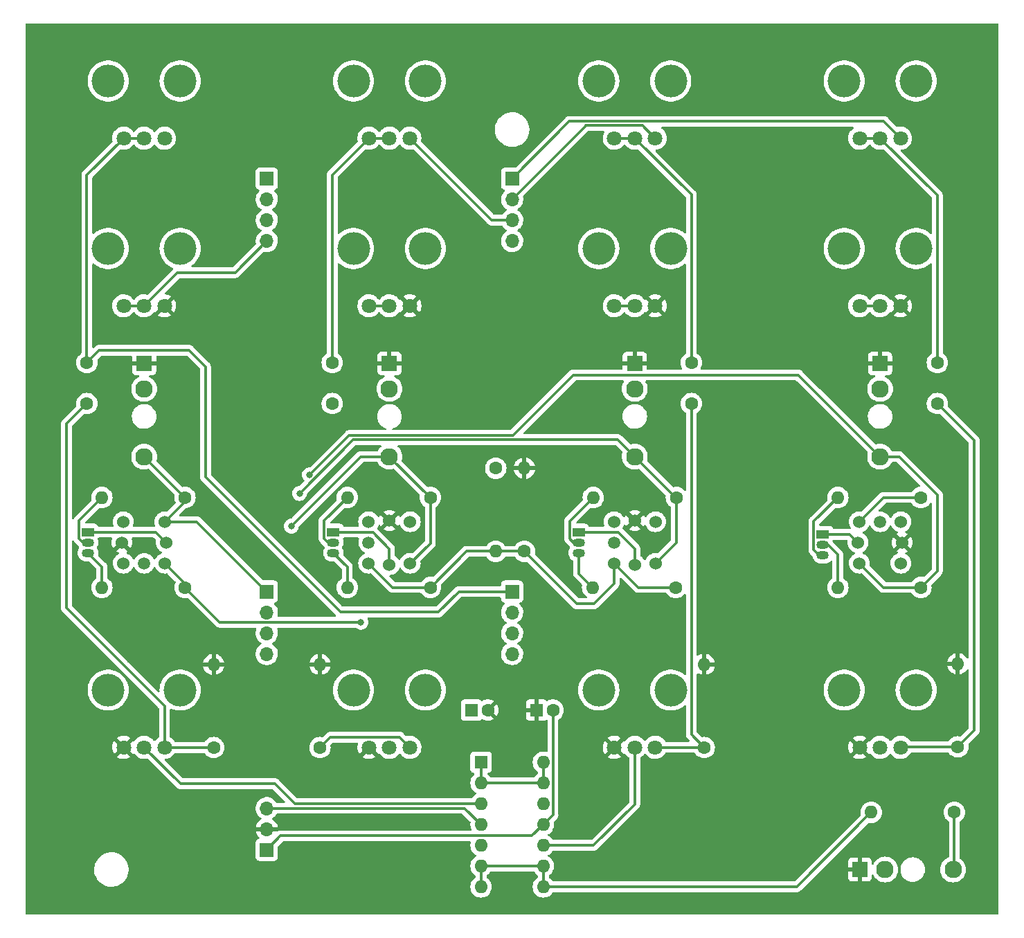
<source format=gtl>
G04 #@! TF.GenerationSoftware,KiCad,Pcbnew,(6.0.1)*
G04 #@! TF.CreationDate,2022-09-12T08:19:43+02:00*
G04 #@! TF.ProjectId,Drumbox,4472756d-626f-4782-9e6b-696361645f70,rev?*
G04 #@! TF.SameCoordinates,Original*
G04 #@! TF.FileFunction,Copper,L1,Top*
G04 #@! TF.FilePolarity,Positive*
%FSLAX46Y46*%
G04 Gerber Fmt 4.6, Leading zero omitted, Abs format (unit mm)*
G04 Created by KiCad (PCBNEW (6.0.1)) date 2022-09-12 08:19:43*
%MOMM*%
%LPD*%
G01*
G04 APERTURE LIST*
G04 #@! TA.AperFunction,WasherPad*
%ADD10C,4.000000*%
G04 #@! TD*
G04 #@! TA.AperFunction,ComponentPad*
%ADD11C,1.800000*%
G04 #@! TD*
G04 #@! TA.AperFunction,WasherPad*
%ADD12C,1.500000*%
G04 #@! TD*
G04 #@! TA.AperFunction,ComponentPad*
%ADD13C,1.524000*%
G04 #@! TD*
G04 #@! TA.AperFunction,ComponentPad*
%ADD14C,1.600000*%
G04 #@! TD*
G04 #@! TA.AperFunction,ComponentPad*
%ADD15O,1.600000X1.600000*%
G04 #@! TD*
G04 #@! TA.AperFunction,ComponentPad*
%ADD16R,1.600000X1.600000*%
G04 #@! TD*
G04 #@! TA.AperFunction,ComponentPad*
%ADD17R,1.830000X1.930000*%
G04 #@! TD*
G04 #@! TA.AperFunction,ComponentPad*
%ADD18C,2.130000*%
G04 #@! TD*
G04 #@! TA.AperFunction,ComponentPad*
%ADD19R,1.500000X1.050000*%
G04 #@! TD*
G04 #@! TA.AperFunction,ComponentPad*
%ADD20O,1.500000X1.050000*%
G04 #@! TD*
G04 #@! TA.AperFunction,ComponentPad*
%ADD21R,1.930000X1.830000*%
G04 #@! TD*
G04 #@! TA.AperFunction,ComponentPad*
%ADD22R,1.700000X1.700000*%
G04 #@! TD*
G04 #@! TA.AperFunction,ComponentPad*
%ADD23O,1.700000X1.700000*%
G04 #@! TD*
G04 #@! TA.AperFunction,ViaPad*
%ADD24C,0.800000*%
G04 #@! TD*
G04 #@! TA.AperFunction,Conductor*
%ADD25C,0.300000*%
G04 #@! TD*
G04 APERTURE END LIST*
D10*
X84100000Y-38550000D03*
X92900000Y-38550000D03*
D11*
X91000000Y-45550000D03*
X88500000Y-45550000D03*
X86000000Y-45550000D03*
D12*
X145960000Y-95000000D03*
D13*
X145960000Y-97540000D03*
X145960000Y-92460000D03*
X151040000Y-97540000D03*
X151040000Y-92460000D03*
X148500000Y-97700000D03*
X148500000Y-92300000D03*
D14*
X110000000Y-120080000D03*
D15*
X110000000Y-109920000D03*
D14*
X187580000Y-128000000D03*
D15*
X177420000Y-128000000D03*
D10*
X92900000Y-59050000D03*
X84100000Y-59050000D03*
D11*
X91000000Y-66050000D03*
X88500000Y-66050000D03*
X86000000Y-66050000D03*
D14*
X93500000Y-89500000D03*
D15*
X83340000Y-89500000D03*
D14*
X123500000Y-100500000D03*
D15*
X113340000Y-100500000D03*
D14*
X153500000Y-100500000D03*
D15*
X143340000Y-100500000D03*
D16*
X136500000Y-115500000D03*
D14*
X138500000Y-115500000D03*
D17*
X176020000Y-135000000D03*
D18*
X187420000Y-135000000D03*
X179120000Y-135000000D03*
D10*
X144100000Y-113050000D03*
X152900000Y-113050000D03*
D11*
X151000000Y-120050000D03*
X148500000Y-120050000D03*
X146000000Y-120050000D03*
D19*
X141640000Y-93730000D03*
D20*
X141640000Y-95000000D03*
X141640000Y-96270000D03*
D10*
X144100000Y-38550000D03*
X152900000Y-38550000D03*
D11*
X151000000Y-45550000D03*
X148500000Y-45550000D03*
X146000000Y-45550000D03*
D19*
X81640000Y-93730000D03*
D20*
X81640000Y-95000000D03*
X81640000Y-96270000D03*
D10*
X152900000Y-59050000D03*
X144100000Y-59050000D03*
D11*
X151000000Y-66050000D03*
X148500000Y-66050000D03*
X146000000Y-66050000D03*
D10*
X122900000Y-38550000D03*
X114100000Y-38550000D03*
D11*
X121000000Y-45550000D03*
X118500000Y-45550000D03*
X116000000Y-45550000D03*
D21*
X118500000Y-73100000D03*
D18*
X118500000Y-84500000D03*
X118500000Y-76200000D03*
D16*
X129700000Y-121875000D03*
D15*
X129700000Y-124415000D03*
X129700000Y-126955000D03*
X129700000Y-129495000D03*
X129700000Y-132035000D03*
X129700000Y-134575000D03*
X129700000Y-137115000D03*
X137320000Y-137115000D03*
X137320000Y-134575000D03*
X137320000Y-132035000D03*
X137320000Y-129495000D03*
X137320000Y-126955000D03*
X137320000Y-124415000D03*
X137320000Y-121875000D03*
D14*
X123500000Y-89500000D03*
D15*
X113340000Y-89500000D03*
D16*
X128544887Y-115500000D03*
D14*
X130544887Y-115500000D03*
X81500000Y-73000000D03*
X81500000Y-78000000D03*
D12*
X178500000Y-92460000D03*
D13*
X175960000Y-92460000D03*
X181040000Y-92460000D03*
X175960000Y-97540000D03*
X181040000Y-97540000D03*
X175800000Y-95000000D03*
X181200000Y-95000000D03*
D14*
X185500000Y-73000000D03*
X185500000Y-78000000D03*
X111500000Y-73000000D03*
X111500000Y-78000000D03*
D12*
X115960000Y-95000000D03*
D13*
X115960000Y-97540000D03*
X115960000Y-92460000D03*
X121040000Y-97540000D03*
X121040000Y-92460000D03*
X118500000Y-97700000D03*
X118500000Y-92300000D03*
D10*
X182900000Y-59050000D03*
X174100000Y-59050000D03*
D11*
X181000000Y-66050000D03*
X178500000Y-66050000D03*
X176000000Y-66050000D03*
D14*
X93500000Y-100500000D03*
D15*
X83340000Y-100500000D03*
D14*
X188000000Y-120000000D03*
D15*
X188000000Y-109840000D03*
D21*
X148500000Y-73100000D03*
D18*
X148500000Y-84500000D03*
X148500000Y-76200000D03*
D10*
X122900000Y-113050000D03*
X114100000Y-113050000D03*
D11*
X121000000Y-120050000D03*
X118500000Y-120050000D03*
X116000000Y-120050000D03*
D21*
X178500000Y-73100000D03*
D18*
X178500000Y-84500000D03*
X178500000Y-76200000D03*
D14*
X135000000Y-96080000D03*
D15*
X135000000Y-85920000D03*
D12*
X88500000Y-97540000D03*
D13*
X91040000Y-97540000D03*
X85960000Y-97540000D03*
X91040000Y-92460000D03*
X85960000Y-92460000D03*
X91200000Y-95000000D03*
X85800000Y-95000000D03*
D19*
X111640000Y-93730000D03*
D20*
X111640000Y-95000000D03*
X111640000Y-96270000D03*
D14*
X131500000Y-85920000D03*
D15*
X131500000Y-96080000D03*
D10*
X122900000Y-59050000D03*
X114100000Y-59050000D03*
D11*
X121000000Y-66050000D03*
X118500000Y-66050000D03*
X116000000Y-66050000D03*
D14*
X183500000Y-100500000D03*
D15*
X173340000Y-100500000D03*
D14*
X155420000Y-73000000D03*
X155420000Y-78000000D03*
X183500000Y-89500000D03*
D15*
X173340000Y-89500000D03*
D14*
X157000000Y-120080000D03*
D15*
X157000000Y-109920000D03*
D19*
X171500000Y-94000000D03*
D20*
X171500000Y-95270000D03*
X171500000Y-96540000D03*
D10*
X182900000Y-38550000D03*
X174100000Y-38550000D03*
D11*
X181000000Y-45550000D03*
X178500000Y-45550000D03*
X176000000Y-45550000D03*
D10*
X92900000Y-113050000D03*
X84100000Y-113050000D03*
D11*
X91000000Y-120050000D03*
X88500000Y-120050000D03*
X86000000Y-120050000D03*
D10*
X174100000Y-113050000D03*
X182900000Y-113050000D03*
D11*
X181000000Y-120050000D03*
X178500000Y-120050000D03*
X176000000Y-120050000D03*
D14*
X153580000Y-89500000D03*
D15*
X143420000Y-89500000D03*
D21*
X88500000Y-73100000D03*
D18*
X88500000Y-84500000D03*
X88500000Y-76200000D03*
D14*
X97000000Y-120080000D03*
D15*
X97000000Y-109920000D03*
D22*
X133500000Y-101000000D03*
D23*
X133500000Y-103540000D03*
X133500000Y-106080000D03*
X133500000Y-108620000D03*
D22*
X103500000Y-101000000D03*
D23*
X103500000Y-103540000D03*
X103500000Y-106080000D03*
X103500000Y-108620000D03*
D22*
X133500000Y-50500000D03*
D23*
X133500000Y-53040000D03*
X133500000Y-55580000D03*
X133500000Y-58120000D03*
D22*
X103500000Y-50500000D03*
D23*
X103500000Y-53040000D03*
X103500000Y-55580000D03*
X103500000Y-58120000D03*
D22*
X103500000Y-132580000D03*
D23*
X103500000Y-130040000D03*
X103500000Y-127500000D03*
D24*
X106500000Y-93000000D03*
X107500000Y-89000000D03*
X108720023Y-86720023D03*
X115000000Y-104750000D03*
D25*
X112500000Y-103500000D02*
X96000000Y-87000000D01*
X133500000Y-101000000D02*
X127000000Y-101000000D01*
X96000000Y-87000000D02*
X96000000Y-73500000D01*
X86000000Y-45550000D02*
X88500000Y-45550000D01*
X94000000Y-71500000D02*
X83000000Y-71500000D01*
X81500000Y-50050000D02*
X81500000Y-73000000D01*
X124500000Y-103500000D02*
X112500000Y-103500000D01*
X86000000Y-45550000D02*
X81500000Y-50050000D01*
X83000000Y-71500000D02*
X81500000Y-73000000D01*
X96000000Y-73500000D02*
X94000000Y-71500000D01*
X127000000Y-101000000D02*
X124500000Y-103500000D01*
X116000000Y-66050000D02*
X118500000Y-66050000D01*
X111500000Y-50050000D02*
X111500000Y-73000000D01*
X116000000Y-45550000D02*
X118500000Y-45550000D01*
X116000000Y-45550000D02*
X111500000Y-50050000D01*
X146000000Y-66050000D02*
X148500000Y-66050000D01*
X146000000Y-45550000D02*
X148500000Y-45550000D01*
X155420000Y-52470000D02*
X148500000Y-45550000D01*
X155420000Y-73000000D02*
X155420000Y-52470000D01*
X176000000Y-66050000D02*
X178500000Y-66050000D01*
X178500000Y-45550000D02*
X185500000Y-52550000D01*
X176000000Y-45550000D02*
X178500000Y-45550000D01*
X185500000Y-52550000D02*
X185500000Y-73000000D01*
X88500000Y-84500000D02*
X93500000Y-89500000D01*
X91040000Y-92460000D02*
X94960000Y-92460000D01*
X93500000Y-90000000D02*
X93500000Y-89500000D01*
X94960000Y-92460000D02*
X103500000Y-101000000D01*
X91040000Y-92460000D02*
X93500000Y-90000000D01*
X115000000Y-84500000D02*
X107000000Y-92500000D01*
X118500000Y-84500000D02*
X115000000Y-84500000D01*
X121040000Y-97540000D02*
X123500000Y-95080000D01*
X107000000Y-92500000D02*
X106500000Y-93000000D01*
X118500000Y-84500000D02*
X123500000Y-89500000D01*
X123500000Y-95080000D02*
X123500000Y-89500000D01*
X107500000Y-89000000D02*
X114075266Y-82424734D01*
X146424734Y-82424734D02*
X148500000Y-84500000D01*
X148500000Y-84500000D02*
X153500000Y-89500000D01*
X114075266Y-82424734D02*
X146424734Y-82424734D01*
X153580000Y-95000000D02*
X153580000Y-89500000D01*
X153500000Y-89500000D02*
X153580000Y-89500000D01*
X151040000Y-97540000D02*
X153580000Y-95000000D01*
X183500000Y-100500000D02*
X185500000Y-98500000D01*
X133575266Y-81924734D02*
X113575266Y-81924734D01*
X180819312Y-84500000D02*
X178500000Y-84500000D01*
X183500000Y-100500000D02*
X178920000Y-100500000D01*
X178920000Y-100500000D02*
X175960000Y-97540000D01*
X141000000Y-74500000D02*
X133575266Y-81924734D01*
X185500000Y-98500000D02*
X185500000Y-89180688D01*
X113575266Y-81924734D02*
X109000000Y-86500000D01*
X109000000Y-86500000D02*
X108779977Y-86720023D01*
X178500000Y-84500000D02*
X168500000Y-74500000D01*
X185500000Y-89180688D02*
X180819312Y-84500000D01*
X168500000Y-74500000D02*
X141000000Y-74500000D01*
X108779977Y-86720023D02*
X108720023Y-86720023D01*
X127705000Y-127500000D02*
X129700000Y-129495000D01*
X103500000Y-127500000D02*
X127705000Y-127500000D01*
X137320000Y-129495000D02*
X135930000Y-130885000D01*
X138500000Y-128315000D02*
X137320000Y-129495000D01*
X135930000Y-130885000D02*
X105195000Y-130885000D01*
X138500000Y-115500000D02*
X138500000Y-128315000D01*
X105195000Y-130885000D02*
X103500000Y-132580000D01*
X111280000Y-118800000D02*
X119750000Y-118800000D01*
X119750000Y-118800000D02*
X121000000Y-120050000D01*
X110000000Y-120080000D02*
X111280000Y-118800000D01*
X190000000Y-118000000D02*
X190000000Y-82500000D01*
X190000000Y-82500000D02*
X185500000Y-78000000D01*
X188000000Y-120000000D02*
X190000000Y-118000000D01*
X181050000Y-120000000D02*
X181000000Y-120050000D01*
X188000000Y-120000000D02*
X181050000Y-120000000D01*
X133500000Y-55580000D02*
X131030000Y-55580000D01*
X131030000Y-55580000D02*
X121000000Y-45550000D01*
X142500000Y-44040000D02*
X133500000Y-53040000D01*
X142500000Y-44000000D02*
X142500000Y-44040000D01*
X149450000Y-44000000D02*
X142500000Y-44000000D01*
X151000000Y-45550000D02*
X149450000Y-44000000D01*
X140500000Y-43500000D02*
X178950000Y-43500000D01*
X178950000Y-43500000D02*
X181000000Y-45550000D01*
X133500000Y-50500000D02*
X140500000Y-43500000D01*
X88500000Y-66050000D02*
X86000000Y-66050000D01*
X103500000Y-58120000D02*
X99620000Y-62000000D01*
X92550000Y-62000000D02*
X88500000Y-66050000D01*
X99620000Y-62000000D02*
X92550000Y-62000000D01*
X137320000Y-134575000D02*
X137320000Y-137115000D01*
X137320000Y-121875000D02*
X137320000Y-124415000D01*
X129700000Y-121875000D02*
X129700000Y-124415000D01*
X137320000Y-137115000D02*
X168305000Y-137115000D01*
X129700000Y-134575000D02*
X137320000Y-134575000D01*
X129700000Y-124415000D02*
X137320000Y-124415000D01*
X168305000Y-137115000D02*
X177420000Y-128000000D01*
X129700000Y-134575000D02*
X129700000Y-137115000D01*
X81000000Y-95000000D02*
X81640000Y-95000000D01*
X80500000Y-92340000D02*
X80500000Y-94500000D01*
X80500000Y-94500000D02*
X81000000Y-95000000D01*
X83340000Y-89500000D02*
X80500000Y-92340000D01*
X83340000Y-97970000D02*
X81640000Y-96270000D01*
X83340000Y-100500000D02*
X83340000Y-97970000D01*
X110500000Y-94500000D02*
X110500000Y-92340000D01*
X111000000Y-95000000D02*
X110500000Y-94500000D01*
X111640000Y-95000000D02*
X111000000Y-95000000D01*
X110500000Y-92340000D02*
X113340000Y-89500000D01*
X113340000Y-100500000D02*
X113340000Y-97970000D01*
X113340000Y-97970000D02*
X111640000Y-96270000D01*
X143420000Y-89500000D02*
X140540000Y-92380000D01*
X140540000Y-94540000D02*
X141000000Y-95000000D01*
X140540000Y-92380000D02*
X140540000Y-94540000D01*
X141000000Y-95000000D02*
X141640000Y-95000000D01*
X141640000Y-96270000D02*
X141640000Y-98800000D01*
X141640000Y-98800000D02*
X143340000Y-100500000D01*
X172100000Y-95270000D02*
X173340000Y-96510000D01*
X173340000Y-96510000D02*
X173340000Y-100500000D01*
X171500000Y-95270000D02*
X172100000Y-95270000D01*
X170400000Y-95900000D02*
X170400000Y-92440000D01*
X171500000Y-96540000D02*
X171040000Y-96540000D01*
X171040000Y-96540000D02*
X170400000Y-95900000D01*
X170400000Y-92440000D02*
X173340000Y-89500000D01*
X106955000Y-126955000D02*
X104500000Y-124500000D01*
X129700000Y-126955000D02*
X106955000Y-126955000D01*
X92950000Y-124500000D02*
X88500000Y-120050000D01*
X104500000Y-124500000D02*
X92950000Y-124500000D01*
X143465000Y-132035000D02*
X148500000Y-127000000D01*
X137320000Y-132035000D02*
X143465000Y-132035000D01*
X148500000Y-127000000D02*
X148500000Y-120050000D01*
X89930000Y-93730000D02*
X81640000Y-93730000D01*
X91200000Y-95000000D02*
X89930000Y-93730000D01*
X118500000Y-95750000D02*
X118500000Y-97700000D01*
X111640000Y-93730000D02*
X116480000Y-93730000D01*
X116480000Y-93730000D02*
X118500000Y-95750000D01*
X141640000Y-93730000D02*
X146480000Y-93730000D01*
X148500000Y-95750000D02*
X148500000Y-97700000D01*
X146480000Y-93730000D02*
X148500000Y-95750000D01*
X175800000Y-95000000D02*
X174800000Y-94000000D01*
X174800000Y-94000000D02*
X171500000Y-94000000D01*
X131500000Y-96080000D02*
X127920000Y-96080000D01*
X115960000Y-97540000D02*
X118920000Y-100500000D01*
X145960000Y-97540000D02*
X148920000Y-100500000D01*
X118920000Y-100500000D02*
X123500000Y-100500000D01*
X115000000Y-104750000D02*
X97750000Y-104750000D01*
X127920000Y-96080000D02*
X123500000Y-100500000D01*
X178920000Y-89500000D02*
X175960000Y-92460000D01*
X183500000Y-89500000D02*
X178920000Y-89500000D01*
X135000000Y-96080000D02*
X141420000Y-102500000D01*
X91040000Y-97540000D02*
X93500000Y-100000000D01*
X145960000Y-97540000D02*
X145960000Y-100040000D01*
X141420000Y-102500000D02*
X143500000Y-102500000D01*
X93500000Y-100000000D02*
X93500000Y-100500000D01*
X135000000Y-96080000D02*
X131500000Y-96080000D01*
X97750000Y-104750000D02*
X93500000Y-100500000D01*
X148920000Y-100500000D02*
X153500000Y-100500000D01*
X145960000Y-100040000D02*
X143500000Y-102500000D01*
X79000000Y-80500000D02*
X79000000Y-103000000D01*
X81500000Y-78000000D02*
X79000000Y-80500000D01*
X91030000Y-120080000D02*
X91000000Y-120050000D01*
X79000000Y-103000000D02*
X91000000Y-115000000D01*
X97000000Y-120080000D02*
X91030000Y-120080000D01*
X91000000Y-115000000D02*
X91000000Y-120050000D01*
X155420000Y-118500000D02*
X157000000Y-120080000D01*
X151000000Y-120050000D02*
X156970000Y-120050000D01*
X156970000Y-120050000D02*
X157000000Y-120080000D01*
X155420000Y-78000000D02*
X155420000Y-118500000D01*
X187580000Y-134840000D02*
X187420000Y-135000000D01*
X187580000Y-128000000D02*
X187580000Y-134840000D01*
G04 #@! TA.AperFunction,Conductor*
G36*
X192934121Y-31528002D02*
G01*
X192980614Y-31581658D01*
X192992000Y-31634000D01*
X192992001Y-140366000D01*
X192971999Y-140434121D01*
X192918343Y-140480614D01*
X192866001Y-140492000D01*
X74134000Y-140492000D01*
X74065879Y-140471998D01*
X74019386Y-140418342D01*
X74008000Y-140366000D01*
X74008000Y-135132703D01*
X82390743Y-135132703D01*
X82428268Y-135417734D01*
X82429401Y-135421874D01*
X82429401Y-135421876D01*
X82430188Y-135424752D01*
X82504129Y-135695036D01*
X82505813Y-135698984D01*
X82604990Y-135931499D01*
X82616923Y-135959476D01*
X82690614Y-136082604D01*
X82744493Y-136172629D01*
X82764561Y-136206161D01*
X82944313Y-136430528D01*
X83152851Y-136628423D01*
X83386317Y-136796186D01*
X83390112Y-136798195D01*
X83390113Y-136798196D01*
X83411869Y-136809715D01*
X83640392Y-136930712D01*
X83910373Y-137029511D01*
X84191264Y-137090755D01*
X84219841Y-137093004D01*
X84414282Y-137108307D01*
X84414291Y-137108307D01*
X84416739Y-137108500D01*
X84572271Y-137108500D01*
X84574407Y-137108354D01*
X84574418Y-137108354D01*
X84782548Y-137094165D01*
X84782554Y-137094164D01*
X84786825Y-137093873D01*
X84791020Y-137093004D01*
X84791022Y-137093004D01*
X84927583Y-137064724D01*
X85068342Y-137035574D01*
X85339343Y-136939607D01*
X85594812Y-136807750D01*
X85598313Y-136805289D01*
X85598317Y-136805287D01*
X85789292Y-136671067D01*
X85830023Y-136642441D01*
X85921130Y-136557779D01*
X86037479Y-136449661D01*
X86037481Y-136449658D01*
X86040622Y-136446740D01*
X86222713Y-136224268D01*
X86372927Y-135979142D01*
X86422028Y-135867288D01*
X86486757Y-135719830D01*
X86488483Y-135715898D01*
X86567244Y-135439406D01*
X86607751Y-135154784D01*
X86607845Y-135136951D01*
X86609235Y-134871583D01*
X86609235Y-134871576D01*
X86609257Y-134867297D01*
X86571732Y-134582266D01*
X86568247Y-134569525D01*
X86537122Y-134455752D01*
X86495871Y-134304964D01*
X86437053Y-134167068D01*
X86384763Y-134044476D01*
X86384761Y-134044472D01*
X86383077Y-134040524D01*
X86269506Y-133850761D01*
X86237643Y-133797521D01*
X86237640Y-133797517D01*
X86235439Y-133793839D01*
X86055687Y-133569472D01*
X85847149Y-133371577D01*
X85613683Y-133203814D01*
X85591843Y-133192250D01*
X85548622Y-133169366D01*
X85359608Y-133069288D01*
X85089627Y-132970489D01*
X84808736Y-132909245D01*
X84777685Y-132906801D01*
X84585718Y-132891693D01*
X84585709Y-132891693D01*
X84583261Y-132891500D01*
X84427729Y-132891500D01*
X84425593Y-132891646D01*
X84425582Y-132891646D01*
X84217452Y-132905835D01*
X84217446Y-132905836D01*
X84213175Y-132906127D01*
X84208980Y-132906996D01*
X84208978Y-132906996D01*
X84072417Y-132935276D01*
X83931658Y-132964426D01*
X83660657Y-133060393D01*
X83405188Y-133192250D01*
X83401687Y-133194711D01*
X83401683Y-133194713D01*
X83340488Y-133237722D01*
X83169977Y-133357559D01*
X83152329Y-133373959D01*
X82973058Y-133540548D01*
X82959378Y-133553260D01*
X82777287Y-133775732D01*
X82627073Y-134020858D01*
X82625347Y-134024791D01*
X82625346Y-134024792D01*
X82581026Y-134125757D01*
X82511517Y-134284102D01*
X82432756Y-134560594D01*
X82392249Y-134845216D01*
X82392227Y-134849505D01*
X82392226Y-134849512D01*
X82391464Y-134995070D01*
X82390743Y-135132703D01*
X74008000Y-135132703D01*
X74008000Y-121211406D01*
X85203423Y-121211406D01*
X85208704Y-121218461D01*
X85385080Y-121321527D01*
X85394363Y-121325974D01*
X85601003Y-121404883D01*
X85610901Y-121407759D01*
X85827653Y-121451857D01*
X85837883Y-121453076D01*
X86058914Y-121461182D01*
X86069223Y-121460714D01*
X86288623Y-121432608D01*
X86298688Y-121430468D01*
X86510557Y-121366905D01*
X86520152Y-121363144D01*
X86718778Y-121265838D01*
X86727636Y-121260559D01*
X86785097Y-121219572D01*
X86793497Y-121208874D01*
X86786510Y-121195721D01*
X86012811Y-120422021D01*
X85998868Y-120414408D01*
X85997034Y-120414539D01*
X85990420Y-120418790D01*
X85210180Y-121199031D01*
X85203423Y-121211406D01*
X74008000Y-121211406D01*
X74008000Y-120020638D01*
X84587893Y-120020638D01*
X84600627Y-120241468D01*
X84602061Y-120251670D01*
X84650685Y-120467439D01*
X84653773Y-120477292D01*
X84736986Y-120682220D01*
X84741634Y-120691421D01*
X84830097Y-120835781D01*
X84840553Y-120845242D01*
X84849331Y-120841458D01*
X85627979Y-120062811D01*
X85635592Y-120048868D01*
X85635461Y-120047034D01*
X85631210Y-120040420D01*
X84853862Y-119263073D01*
X84842330Y-119256776D01*
X84830048Y-119266399D01*
X84774467Y-119347877D01*
X84769379Y-119356833D01*
X84676252Y-119557459D01*
X84672689Y-119567146D01*
X84613581Y-119780280D01*
X84611650Y-119790400D01*
X84588145Y-120010349D01*
X84587893Y-120020638D01*
X74008000Y-120020638D01*
X74008000Y-118890711D01*
X85205508Y-118890711D01*
X85212251Y-118903040D01*
X85987189Y-119677979D01*
X86001132Y-119685592D01*
X86002966Y-119685461D01*
X86009580Y-119681210D01*
X86788994Y-118901795D01*
X86796011Y-118888944D01*
X86788237Y-118878274D01*
X86785902Y-118876430D01*
X86777320Y-118870729D01*
X86583678Y-118763833D01*
X86574272Y-118759606D01*
X86365772Y-118685772D01*
X86355809Y-118683140D01*
X86138047Y-118644350D01*
X86127796Y-118643381D01*
X85906616Y-118640679D01*
X85896332Y-118641399D01*
X85677693Y-118674855D01*
X85667666Y-118677244D01*
X85457426Y-118745961D01*
X85447916Y-118749958D01*
X85251725Y-118852089D01*
X85243007Y-118857578D01*
X85213961Y-118879386D01*
X85205508Y-118890711D01*
X74008000Y-118890711D01*
X74008000Y-113050000D01*
X81586540Y-113050000D01*
X81606359Y-113365020D01*
X81665505Y-113675072D01*
X81763044Y-113975266D01*
X81764731Y-113978852D01*
X81764733Y-113978856D01*
X81895750Y-114257283D01*
X81895754Y-114257290D01*
X81897438Y-114260869D01*
X82066568Y-114527375D01*
X82267767Y-114770582D01*
X82497860Y-114986654D01*
X82753221Y-115172184D01*
X82756690Y-115174091D01*
X82756693Y-115174093D01*
X82887491Y-115246000D01*
X83029821Y-115324247D01*
X83033490Y-115325700D01*
X83033495Y-115325702D01*
X83319628Y-115438990D01*
X83323298Y-115440443D01*
X83629025Y-115518940D01*
X83942179Y-115558500D01*
X84257821Y-115558500D01*
X84570975Y-115518940D01*
X84876702Y-115440443D01*
X84880372Y-115438990D01*
X85166505Y-115325702D01*
X85166510Y-115325700D01*
X85170179Y-115324247D01*
X85312509Y-115246000D01*
X85443307Y-115174093D01*
X85443310Y-115174091D01*
X85446779Y-115172184D01*
X85702140Y-114986654D01*
X85932233Y-114770582D01*
X86133432Y-114527375D01*
X86302562Y-114260869D01*
X86304246Y-114257290D01*
X86304250Y-114257283D01*
X86435267Y-113978856D01*
X86435269Y-113978852D01*
X86436956Y-113975266D01*
X86534495Y-113675072D01*
X86593641Y-113365020D01*
X86613460Y-113050000D01*
X86593641Y-112734980D01*
X86534495Y-112424928D01*
X86436956Y-112124734D01*
X86435267Y-112121144D01*
X86304250Y-111842717D01*
X86304246Y-111842710D01*
X86302562Y-111839131D01*
X86133432Y-111572625D01*
X85932233Y-111329418D01*
X85702140Y-111113346D01*
X85694737Y-111107967D01*
X85530795Y-110988857D01*
X85446779Y-110927816D01*
X85290529Y-110841916D01*
X85173648Y-110777660D01*
X85173647Y-110777659D01*
X85170179Y-110775753D01*
X85166510Y-110774300D01*
X85166505Y-110774298D01*
X84880372Y-110661010D01*
X84880371Y-110661010D01*
X84876702Y-110659557D01*
X84570975Y-110581060D01*
X84257821Y-110541500D01*
X83942179Y-110541500D01*
X83629025Y-110581060D01*
X83323298Y-110659557D01*
X83319629Y-110661010D01*
X83319628Y-110661010D01*
X83033495Y-110774298D01*
X83033490Y-110774300D01*
X83029821Y-110775753D01*
X83026353Y-110777659D01*
X83026352Y-110777660D01*
X82909472Y-110841916D01*
X82753221Y-110927816D01*
X82669205Y-110988857D01*
X82505264Y-111107967D01*
X82497860Y-111113346D01*
X82267767Y-111329418D01*
X82066568Y-111572625D01*
X81897438Y-111839131D01*
X81895754Y-111842710D01*
X81895750Y-111842717D01*
X81764733Y-112121144D01*
X81763044Y-112124734D01*
X81665505Y-112424928D01*
X81606359Y-112734980D01*
X81586540Y-113050000D01*
X74008000Y-113050000D01*
X74008000Y-80479152D01*
X78336594Y-80479152D01*
X78337340Y-80487043D01*
X78340941Y-80525138D01*
X78341500Y-80536996D01*
X78341500Y-102917944D01*
X78340941Y-102929800D01*
X78339212Y-102937537D01*
X78339461Y-102945459D01*
X78341438Y-103008369D01*
X78341500Y-103012327D01*
X78341500Y-103041432D01*
X78342056Y-103045832D01*
X78342988Y-103057664D01*
X78344438Y-103103831D01*
X78349725Y-103122027D01*
X78350419Y-103124416D01*
X78354430Y-103143782D01*
X78357118Y-103165064D01*
X78360034Y-103172429D01*
X78360035Y-103172433D01*
X78374126Y-103208021D01*
X78377965Y-103219231D01*
X78390855Y-103263600D01*
X78401775Y-103282065D01*
X78410466Y-103299805D01*
X78418365Y-103319756D01*
X78445516Y-103357126D01*
X78452033Y-103367048D01*
X78471507Y-103399977D01*
X78471510Y-103399981D01*
X78475547Y-103406807D01*
X78490711Y-103421971D01*
X78503551Y-103437004D01*
X78516159Y-103454357D01*
X78551752Y-103483802D01*
X78560532Y-103491792D01*
X90304595Y-115235855D01*
X90338621Y-115298167D01*
X90341500Y-115324950D01*
X90341500Y-118728334D01*
X90321498Y-118796455D01*
X90273681Y-118840096D01*
X90246872Y-118854052D01*
X90242739Y-118857155D01*
X90242736Y-118857157D01*
X90065790Y-118990012D01*
X90061655Y-118993117D01*
X89901639Y-119160564D01*
X89854836Y-119229174D01*
X89799927Y-119274175D01*
X89729402Y-119282346D01*
X89665655Y-119251092D01*
X89644959Y-119226609D01*
X89622577Y-119192013D01*
X89622574Y-119192009D01*
X89619764Y-119187665D01*
X89463887Y-119016358D01*
X89459836Y-119013159D01*
X89459832Y-119013155D01*
X89286177Y-118876011D01*
X89286172Y-118876008D01*
X89282123Y-118872810D01*
X89277607Y-118870317D01*
X89277604Y-118870315D01*
X89083879Y-118763373D01*
X89083875Y-118763371D01*
X89079355Y-118760876D01*
X89074486Y-118759152D01*
X89074482Y-118759150D01*
X88865903Y-118685288D01*
X88865899Y-118685287D01*
X88861028Y-118683562D01*
X88855935Y-118682655D01*
X88855932Y-118682654D01*
X88638095Y-118643851D01*
X88638089Y-118643850D01*
X88633006Y-118642945D01*
X88560096Y-118642054D01*
X88406581Y-118640179D01*
X88406579Y-118640179D01*
X88401411Y-118640116D01*
X88172464Y-118675150D01*
X87952314Y-118747106D01*
X87947726Y-118749494D01*
X87947722Y-118749496D01*
X87812754Y-118819756D01*
X87746872Y-118854052D01*
X87742739Y-118857155D01*
X87742736Y-118857157D01*
X87565790Y-118990012D01*
X87561655Y-118993117D01*
X87401639Y-119160564D01*
X87398730Y-119164829D01*
X87398724Y-119164837D01*
X87350199Y-119235972D01*
X87295288Y-119280975D01*
X87224763Y-119289146D01*
X87163884Y-119260439D01*
X87158538Y-119255835D01*
X87148973Y-119260238D01*
X86372021Y-120037189D01*
X86364408Y-120051132D01*
X86364539Y-120052966D01*
X86368790Y-120059580D01*
X87146307Y-120837096D01*
X87158313Y-120843652D01*
X87167244Y-120836829D01*
X87233519Y-120811370D01*
X87303037Y-120825783D01*
X87351165Y-120871117D01*
X87356800Y-120880311D01*
X87359501Y-120884719D01*
X87511147Y-121059784D01*
X87689349Y-121207730D01*
X87889322Y-121324584D01*
X88105694Y-121407209D01*
X88110760Y-121408240D01*
X88110761Y-121408240D01*
X88155504Y-121417343D01*
X88332656Y-121453385D01*
X88463324Y-121458176D01*
X88558949Y-121461683D01*
X88558953Y-121461683D01*
X88564113Y-121461872D01*
X88569233Y-121461216D01*
X88569235Y-121461216D01*
X88661861Y-121449350D01*
X88793847Y-121432442D01*
X88798796Y-121430957D01*
X88798802Y-121430956D01*
X88832736Y-121420775D01*
X88842789Y-121417759D01*
X88913783Y-121417343D01*
X88968090Y-121449350D01*
X92426341Y-124907600D01*
X92434331Y-124916381D01*
X92434339Y-124916390D01*
X92438584Y-124923080D01*
X92444359Y-124928503D01*
X92490274Y-124971620D01*
X92493116Y-124974375D01*
X92513667Y-124994926D01*
X92516801Y-124997357D01*
X92517163Y-124997638D01*
X92526191Y-125005348D01*
X92559867Y-125036972D01*
X92566818Y-125040793D01*
X92566819Y-125040794D01*
X92578655Y-125047301D01*
X92595184Y-125058158D01*
X92605869Y-125066447D01*
X92605871Y-125066448D01*
X92612131Y-125071304D01*
X92654544Y-125089657D01*
X92665181Y-125094868D01*
X92705663Y-125117124D01*
X92713342Y-125119096D01*
X92713343Y-125119096D01*
X92726434Y-125122457D01*
X92745136Y-125128859D01*
X92764823Y-125137379D01*
X92772652Y-125138619D01*
X92810448Y-125144605D01*
X92822074Y-125147013D01*
X92859135Y-125156529D01*
X92859136Y-125156529D01*
X92866812Y-125158500D01*
X92888258Y-125158500D01*
X92907968Y-125160051D01*
X92929151Y-125163406D01*
X92975135Y-125159059D01*
X92986994Y-125158500D01*
X104175050Y-125158500D01*
X104243171Y-125178502D01*
X104264145Y-125195405D01*
X105021440Y-125952699D01*
X105695146Y-126626405D01*
X105729171Y-126688717D01*
X105724107Y-126759532D01*
X105681560Y-126816368D01*
X105615040Y-126841179D01*
X105606051Y-126841500D01*
X104760632Y-126841500D01*
X104692511Y-126821498D01*
X104654840Y-126783940D01*
X104582822Y-126672617D01*
X104582820Y-126672614D01*
X104580014Y-126668277D01*
X104429670Y-126503051D01*
X104425619Y-126499852D01*
X104425615Y-126499848D01*
X104258414Y-126367800D01*
X104258410Y-126367798D01*
X104254359Y-126364598D01*
X104058789Y-126256638D01*
X104053920Y-126254914D01*
X104053916Y-126254912D01*
X103853087Y-126183795D01*
X103853083Y-126183794D01*
X103848212Y-126182069D01*
X103843119Y-126181162D01*
X103843116Y-126181161D01*
X103633373Y-126143800D01*
X103633367Y-126143799D01*
X103628284Y-126142894D01*
X103554452Y-126141992D01*
X103410081Y-126140228D01*
X103410079Y-126140228D01*
X103404911Y-126140165D01*
X103184091Y-126173955D01*
X102971756Y-126243357D01*
X102773607Y-126346507D01*
X102769474Y-126349610D01*
X102769471Y-126349612D01*
X102745247Y-126367800D01*
X102594965Y-126480635D01*
X102440629Y-126642138D01*
X102437715Y-126646410D01*
X102437714Y-126646411D01*
X102395782Y-126707881D01*
X102314743Y-126826680D01*
X102298127Y-126862477D01*
X102245959Y-126974864D01*
X102220688Y-127029305D01*
X102160989Y-127244570D01*
X102137251Y-127466695D01*
X102137548Y-127471848D01*
X102137548Y-127471851D01*
X102149812Y-127684547D01*
X102150110Y-127689715D01*
X102151247Y-127694761D01*
X102151248Y-127694767D01*
X102168634Y-127771913D01*
X102199222Y-127907639D01*
X102236726Y-128000000D01*
X102275240Y-128094849D01*
X102283266Y-128114616D01*
X102285965Y-128119020D01*
X102390657Y-128289862D01*
X102399987Y-128305088D01*
X102546250Y-128473938D01*
X102718126Y-128616632D01*
X102767689Y-128645594D01*
X102791955Y-128659774D01*
X102840679Y-128711412D01*
X102853750Y-128781195D01*
X102827019Y-128846967D01*
X102786562Y-128880327D01*
X102778457Y-128884546D01*
X102769738Y-128890036D01*
X102599433Y-129017905D01*
X102591726Y-129024748D01*
X102444590Y-129178717D01*
X102438104Y-129186727D01*
X102318098Y-129362649D01*
X102313000Y-129371623D01*
X102223338Y-129564783D01*
X102219775Y-129574470D01*
X102164389Y-129774183D01*
X102165912Y-129782607D01*
X102178292Y-129786000D01*
X104818344Y-129786000D01*
X104831875Y-129782027D01*
X104833180Y-129772947D01*
X104791214Y-129605875D01*
X104787894Y-129596124D01*
X104702972Y-129400814D01*
X104698105Y-129391739D01*
X104582426Y-129212926D01*
X104576136Y-129204757D01*
X104432806Y-129047240D01*
X104425273Y-129040215D01*
X104258139Y-128908222D01*
X104249556Y-128902520D01*
X104212602Y-128882120D01*
X104162631Y-128831687D01*
X104147859Y-128762245D01*
X104172975Y-128695839D01*
X104200327Y-128669232D01*
X104233466Y-128645594D01*
X104379860Y-128541173D01*
X104538096Y-128383489D01*
X104556788Y-128357477D01*
X104662060Y-128210974D01*
X104718055Y-128167326D01*
X104764383Y-128158500D01*
X127380050Y-128158500D01*
X127448171Y-128178502D01*
X127469145Y-128195405D01*
X128383376Y-129109636D01*
X128417402Y-129171948D01*
X128415988Y-129231341D01*
X128408515Y-129259234D01*
X128406457Y-129266913D01*
X128386502Y-129495000D01*
X128406457Y-129723087D01*
X128407881Y-129728400D01*
X128407881Y-129728402D01*
X128448600Y-129880364D01*
X128465716Y-129944243D01*
X128468039Y-129949224D01*
X128468039Y-129949225D01*
X128513749Y-130047250D01*
X128524410Y-130117442D01*
X128495430Y-130182254D01*
X128436010Y-130221111D01*
X128399554Y-130226500D01*
X105277056Y-130226500D01*
X105265200Y-130225941D01*
X105265197Y-130225941D01*
X105257463Y-130224212D01*
X105202446Y-130225941D01*
X105186631Y-130226438D01*
X105182673Y-130226500D01*
X105153568Y-130226500D01*
X105149168Y-130227056D01*
X105137336Y-130227988D01*
X105091169Y-130229438D01*
X105070579Y-130235420D01*
X105051218Y-130239430D01*
X105044230Y-130240312D01*
X105037796Y-130241125D01*
X105037795Y-130241125D01*
X105029936Y-130242118D01*
X105022571Y-130245034D01*
X105022567Y-130245035D01*
X104986979Y-130259126D01*
X104975769Y-130262965D01*
X104931400Y-130275855D01*
X104920616Y-130282233D01*
X104851800Y-130299692D01*
X104821702Y-130294885D01*
X104818620Y-130294000D01*
X102183225Y-130294000D01*
X102169694Y-130297973D01*
X102168257Y-130307966D01*
X102198565Y-130442446D01*
X102201645Y-130452275D01*
X102281770Y-130649603D01*
X102286413Y-130658794D01*
X102397694Y-130840388D01*
X102403777Y-130848699D01*
X102543213Y-131009667D01*
X102550577Y-131016879D01*
X102555522Y-131020985D01*
X102595156Y-131079889D01*
X102596653Y-131150870D01*
X102559537Y-131211392D01*
X102519264Y-131235910D01*
X102411705Y-131276232D01*
X102411704Y-131276233D01*
X102403295Y-131279385D01*
X102286739Y-131366739D01*
X102199385Y-131483295D01*
X102148255Y-131619684D01*
X102141500Y-131681866D01*
X102141500Y-133478134D01*
X102148255Y-133540316D01*
X102199385Y-133676705D01*
X102286739Y-133793261D01*
X102403295Y-133880615D01*
X102539684Y-133931745D01*
X102601866Y-133938500D01*
X104398134Y-133938500D01*
X104460316Y-133931745D01*
X104596705Y-133880615D01*
X104713261Y-133793261D01*
X104800615Y-133676705D01*
X104851745Y-133540316D01*
X104858500Y-133478134D01*
X104858500Y-132204950D01*
X104878502Y-132136829D01*
X104895405Y-132115855D01*
X105430855Y-131580405D01*
X105493167Y-131546379D01*
X105519950Y-131543500D01*
X128312832Y-131543500D01*
X128380953Y-131563502D01*
X128427446Y-131617158D01*
X128437550Y-131687432D01*
X128434540Y-131702105D01*
X128406457Y-131806913D01*
X128386502Y-132035000D01*
X128406457Y-132263087D01*
X128465716Y-132484243D01*
X128468039Y-132489224D01*
X128468039Y-132489225D01*
X128560151Y-132686762D01*
X128560154Y-132686767D01*
X128562477Y-132691749D01*
X128693802Y-132879300D01*
X128855700Y-133041198D01*
X128860208Y-133044355D01*
X128860211Y-133044357D01*
X128938389Y-133099098D01*
X129043251Y-133172523D01*
X129048233Y-133174846D01*
X129048238Y-133174849D01*
X129082457Y-133190805D01*
X129135742Y-133237722D01*
X129155203Y-133305999D01*
X129134661Y-133373959D01*
X129082457Y-133419195D01*
X129048238Y-133435151D01*
X129048233Y-133435154D01*
X129043251Y-133437477D01*
X128990067Y-133474717D01*
X128860211Y-133565643D01*
X128860208Y-133565645D01*
X128855700Y-133568802D01*
X128693802Y-133730700D01*
X128690645Y-133735208D01*
X128690643Y-133735211D01*
X128637594Y-133810973D01*
X128562477Y-133918251D01*
X128560154Y-133923233D01*
X128560151Y-133923238D01*
X128490662Y-134072260D01*
X128465716Y-134125757D01*
X128464294Y-134131065D01*
X128464293Y-134131067D01*
X128453435Y-134171591D01*
X128406457Y-134346913D01*
X128386502Y-134575000D01*
X128406457Y-134803087D01*
X128407881Y-134808400D01*
X128407881Y-134808402D01*
X128442309Y-134936886D01*
X128465716Y-135024243D01*
X128468039Y-135029224D01*
X128468039Y-135029225D01*
X128560151Y-135226762D01*
X128560154Y-135226767D01*
X128562477Y-135231749D01*
X128693802Y-135419300D01*
X128855700Y-135581198D01*
X128860208Y-135584355D01*
X128860211Y-135584357D01*
X128865210Y-135587857D01*
X128987772Y-135673676D01*
X129032099Y-135729132D01*
X129041500Y-135776888D01*
X129041500Y-135913112D01*
X129021498Y-135981233D01*
X128987772Y-136016324D01*
X128935262Y-136053092D01*
X128860211Y-136105643D01*
X128860208Y-136105645D01*
X128855700Y-136108802D01*
X128693802Y-136270700D01*
X128690645Y-136275208D01*
X128690643Y-136275211D01*
X128665662Y-136310888D01*
X128562477Y-136458251D01*
X128560154Y-136463233D01*
X128560151Y-136463238D01*
X128476588Y-136642441D01*
X128465716Y-136665757D01*
X128406457Y-136886913D01*
X128386502Y-137115000D01*
X128406457Y-137343087D01*
X128465716Y-137564243D01*
X128468039Y-137569224D01*
X128468039Y-137569225D01*
X128560151Y-137766762D01*
X128560154Y-137766767D01*
X128562477Y-137771749D01*
X128693802Y-137959300D01*
X128855700Y-138121198D01*
X128860208Y-138124355D01*
X128860211Y-138124357D01*
X128938389Y-138179098D01*
X129043251Y-138252523D01*
X129048233Y-138254846D01*
X129048238Y-138254849D01*
X129245775Y-138346961D01*
X129250757Y-138349284D01*
X129256065Y-138350706D01*
X129256067Y-138350707D01*
X129466598Y-138407119D01*
X129466600Y-138407119D01*
X129471913Y-138408543D01*
X129700000Y-138428498D01*
X129928087Y-138408543D01*
X129933400Y-138407119D01*
X129933402Y-138407119D01*
X130143933Y-138350707D01*
X130143935Y-138350706D01*
X130149243Y-138349284D01*
X130154225Y-138346961D01*
X130351762Y-138254849D01*
X130351767Y-138254846D01*
X130356749Y-138252523D01*
X130461611Y-138179098D01*
X130539789Y-138124357D01*
X130539792Y-138124355D01*
X130544300Y-138121198D01*
X130706198Y-137959300D01*
X130837523Y-137771749D01*
X130839846Y-137766767D01*
X130839849Y-137766762D01*
X130931961Y-137569225D01*
X130931961Y-137569224D01*
X130934284Y-137564243D01*
X130993543Y-137343087D01*
X131013498Y-137115000D01*
X130993543Y-136886913D01*
X130934284Y-136665757D01*
X130923412Y-136642441D01*
X130839849Y-136463238D01*
X130839846Y-136463233D01*
X130837523Y-136458251D01*
X130734338Y-136310888D01*
X130709357Y-136275211D01*
X130709355Y-136275208D01*
X130706198Y-136270700D01*
X130544300Y-136108802D01*
X130539792Y-136105645D01*
X130539789Y-136105643D01*
X130464738Y-136053092D01*
X130412228Y-136016324D01*
X130367901Y-135960868D01*
X130358500Y-135913112D01*
X130358500Y-135776888D01*
X130378502Y-135708767D01*
X130412228Y-135673676D01*
X130534790Y-135587857D01*
X130539789Y-135584357D01*
X130539792Y-135584355D01*
X130544300Y-135581198D01*
X130706198Y-135419300D01*
X130798676Y-135287228D01*
X130854132Y-135242901D01*
X130901888Y-135233500D01*
X136118112Y-135233500D01*
X136186233Y-135253502D01*
X136221324Y-135287228D01*
X136313802Y-135419300D01*
X136475700Y-135581198D01*
X136480208Y-135584355D01*
X136480211Y-135584357D01*
X136485210Y-135587857D01*
X136607772Y-135673676D01*
X136652099Y-135729132D01*
X136661500Y-135776888D01*
X136661500Y-135913112D01*
X136641498Y-135981233D01*
X136607772Y-136016324D01*
X136555262Y-136053092D01*
X136480211Y-136105643D01*
X136480208Y-136105645D01*
X136475700Y-136108802D01*
X136313802Y-136270700D01*
X136310645Y-136275208D01*
X136310643Y-136275211D01*
X136285662Y-136310888D01*
X136182477Y-136458251D01*
X136180154Y-136463233D01*
X136180151Y-136463238D01*
X136096588Y-136642441D01*
X136085716Y-136665757D01*
X136026457Y-136886913D01*
X136006502Y-137115000D01*
X136026457Y-137343087D01*
X136085716Y-137564243D01*
X136088039Y-137569224D01*
X136088039Y-137569225D01*
X136180151Y-137766762D01*
X136180154Y-137766767D01*
X136182477Y-137771749D01*
X136313802Y-137959300D01*
X136475700Y-138121198D01*
X136480208Y-138124355D01*
X136480211Y-138124357D01*
X136558389Y-138179098D01*
X136663251Y-138252523D01*
X136668233Y-138254846D01*
X136668238Y-138254849D01*
X136865775Y-138346961D01*
X136870757Y-138349284D01*
X136876065Y-138350706D01*
X136876067Y-138350707D01*
X137086598Y-138407119D01*
X137086600Y-138407119D01*
X137091913Y-138408543D01*
X137320000Y-138428498D01*
X137548087Y-138408543D01*
X137553400Y-138407119D01*
X137553402Y-138407119D01*
X137763933Y-138350707D01*
X137763935Y-138350706D01*
X137769243Y-138349284D01*
X137774225Y-138346961D01*
X137971762Y-138254849D01*
X137971767Y-138254846D01*
X137976749Y-138252523D01*
X138081611Y-138179098D01*
X138159789Y-138124357D01*
X138159792Y-138124355D01*
X138164300Y-138121198D01*
X138326198Y-137959300D01*
X138418676Y-137827228D01*
X138474132Y-137782901D01*
X138521888Y-137773500D01*
X168222944Y-137773500D01*
X168234800Y-137774059D01*
X168234803Y-137774059D01*
X168242537Y-137775788D01*
X168313369Y-137773562D01*
X168317327Y-137773500D01*
X168346432Y-137773500D01*
X168350832Y-137772944D01*
X168362664Y-137772012D01*
X168408831Y-137770562D01*
X168429421Y-137764580D01*
X168448782Y-137760570D01*
X168455770Y-137759688D01*
X168462204Y-137758875D01*
X168462205Y-137758875D01*
X168470064Y-137757882D01*
X168477429Y-137754966D01*
X168477433Y-137754965D01*
X168513021Y-137740874D01*
X168524231Y-137737035D01*
X168568600Y-137724145D01*
X168587065Y-137713225D01*
X168604805Y-137704534D01*
X168624756Y-137696635D01*
X168662129Y-137669482D01*
X168672048Y-137662967D01*
X168704977Y-137643493D01*
X168704981Y-137643490D01*
X168711807Y-137639453D01*
X168726971Y-137624289D01*
X168742005Y-137611448D01*
X168752943Y-137603501D01*
X168759357Y-137598841D01*
X168788803Y-137563247D01*
X168796792Y-137554468D01*
X170341591Y-136009669D01*
X174597001Y-136009669D01*
X174597371Y-136016490D01*
X174602895Y-136067352D01*
X174606521Y-136082604D01*
X174651676Y-136203054D01*
X174660214Y-136218649D01*
X174736715Y-136320724D01*
X174749276Y-136333285D01*
X174851351Y-136409786D01*
X174866946Y-136418324D01*
X174987394Y-136463478D01*
X175002649Y-136467105D01*
X175053514Y-136472631D01*
X175060328Y-136473000D01*
X175747885Y-136473000D01*
X175763124Y-136468525D01*
X175764329Y-136467135D01*
X175766000Y-136459452D01*
X175766000Y-136454884D01*
X176274000Y-136454884D01*
X176278475Y-136470123D01*
X176279865Y-136471328D01*
X176287548Y-136472999D01*
X176979669Y-136472999D01*
X176986490Y-136472629D01*
X177037352Y-136467105D01*
X177052604Y-136463479D01*
X177173054Y-136418324D01*
X177188649Y-136409786D01*
X177290724Y-136333285D01*
X177303285Y-136320724D01*
X177379786Y-136218649D01*
X177388324Y-136203054D01*
X177433478Y-136082606D01*
X177437105Y-136067351D01*
X177442631Y-136016486D01*
X177443000Y-136009672D01*
X177443000Y-135696562D01*
X177463002Y-135628441D01*
X177516658Y-135581948D01*
X177586932Y-135571844D01*
X177651512Y-135601338D01*
X177685409Y-135648344D01*
X177711681Y-135711770D01*
X177713666Y-135716563D01*
X177843075Y-135927740D01*
X178003927Y-136116073D01*
X178192260Y-136276925D01*
X178403437Y-136406334D01*
X178408007Y-136408227D01*
X178408011Y-136408229D01*
X178627685Y-136499221D01*
X178632258Y-136501115D01*
X178717170Y-136521501D01*
X178868276Y-136557779D01*
X178868282Y-136557780D01*
X178873089Y-136558934D01*
X179120000Y-136578366D01*
X179366911Y-136558934D01*
X179371718Y-136557780D01*
X179371724Y-136557779D01*
X179522830Y-136521501D01*
X179607742Y-136501115D01*
X179612315Y-136499221D01*
X179831989Y-136408229D01*
X179831993Y-136408227D01*
X179836563Y-136406334D01*
X180047740Y-136276925D01*
X180236073Y-136116073D01*
X180396925Y-135927740D01*
X180526334Y-135716563D01*
X180528320Y-135711770D01*
X180619221Y-135492315D01*
X180619222Y-135492313D01*
X180621115Y-135487742D01*
X180655697Y-135343700D01*
X180677779Y-135251724D01*
X180677780Y-135251718D01*
X180678934Y-135246911D01*
X180690103Y-135104993D01*
X180998525Y-135104993D01*
X181035835Y-135348813D01*
X181112466Y-135583266D01*
X181226360Y-135802054D01*
X181229463Y-135806187D01*
X181229465Y-135806190D01*
X181371353Y-135995168D01*
X181374458Y-135999303D01*
X181552784Y-136169714D01*
X181557056Y-136172628D01*
X181557057Y-136172629D01*
X181624520Y-136218649D01*
X181756548Y-136308712D01*
X181980278Y-136412564D01*
X181985260Y-136413946D01*
X181985261Y-136413946D01*
X182055680Y-136433475D01*
X182217965Y-136478481D01*
X182463226Y-136504692D01*
X182468378Y-136504395D01*
X182468382Y-136504395D01*
X182670414Y-136492745D01*
X182709475Y-136490493D01*
X182714521Y-136489356D01*
X182714527Y-136489355D01*
X182873089Y-136453621D01*
X182950099Y-136436266D01*
X182954881Y-136434324D01*
X182954885Y-136434323D01*
X183173847Y-136345412D01*
X183173849Y-136345411D01*
X183178634Y-136343468D01*
X183388945Y-136214589D01*
X183402262Y-136203054D01*
X183498971Y-136119281D01*
X183575382Y-136053092D01*
X183732939Y-135863313D01*
X183735541Y-135858861D01*
X183735544Y-135858856D01*
X183854780Y-135654808D01*
X183854780Y-135654807D01*
X183857385Y-135650350D01*
X183945377Y-135419921D01*
X183960885Y-135343700D01*
X183979134Y-135254000D01*
X183994553Y-135178215D01*
X184000017Y-135029225D01*
X184001089Y-135000000D01*
X185841634Y-135000000D01*
X185861066Y-135246911D01*
X185862220Y-135251718D01*
X185862221Y-135251724D01*
X185884303Y-135343700D01*
X185918885Y-135487742D01*
X185920778Y-135492313D01*
X185920779Y-135492315D01*
X186011681Y-135711770D01*
X186013666Y-135716563D01*
X186143075Y-135927740D01*
X186303927Y-136116073D01*
X186492260Y-136276925D01*
X186703437Y-136406334D01*
X186708007Y-136408227D01*
X186708011Y-136408229D01*
X186927685Y-136499221D01*
X186932258Y-136501115D01*
X187017170Y-136521501D01*
X187168276Y-136557779D01*
X187168282Y-136557780D01*
X187173089Y-136558934D01*
X187420000Y-136578366D01*
X187666911Y-136558934D01*
X187671718Y-136557780D01*
X187671724Y-136557779D01*
X187822830Y-136521501D01*
X187907742Y-136501115D01*
X187912315Y-136499221D01*
X188131989Y-136408229D01*
X188131993Y-136408227D01*
X188136563Y-136406334D01*
X188347740Y-136276925D01*
X188536073Y-136116073D01*
X188696925Y-135927740D01*
X188826334Y-135716563D01*
X188828320Y-135711770D01*
X188919221Y-135492315D01*
X188919222Y-135492313D01*
X188921115Y-135487742D01*
X188955697Y-135343700D01*
X188977779Y-135251724D01*
X188977780Y-135251718D01*
X188978934Y-135246911D01*
X188998366Y-135000000D01*
X188978934Y-134753089D01*
X188977780Y-134748282D01*
X188977779Y-134748276D01*
X188933739Y-134564841D01*
X188921115Y-134512258D01*
X188919221Y-134507685D01*
X188828229Y-134288011D01*
X188828227Y-134288007D01*
X188826334Y-134283437D01*
X188696925Y-134072260D01*
X188536073Y-133883927D01*
X188347740Y-133723075D01*
X188298665Y-133693002D01*
X188251034Y-133640354D01*
X188238500Y-133585569D01*
X188238500Y-129201888D01*
X188258502Y-129133767D01*
X188292228Y-129098676D01*
X188407581Y-129017905D01*
X188419789Y-129009357D01*
X188419792Y-129009355D01*
X188424300Y-129006198D01*
X188586198Y-128844300D01*
X188594786Y-128832036D01*
X188690152Y-128695839D01*
X188717523Y-128656749D01*
X188719846Y-128651767D01*
X188719849Y-128651762D01*
X188811961Y-128454225D01*
X188811961Y-128454224D01*
X188814284Y-128449243D01*
X188825907Y-128405868D01*
X188872119Y-128233402D01*
X188872119Y-128233400D01*
X188873543Y-128228087D01*
X188893498Y-128000000D01*
X188873543Y-127771913D01*
X188814284Y-127550757D01*
X188760928Y-127436333D01*
X188719849Y-127348238D01*
X188719846Y-127348233D01*
X188717523Y-127343251D01*
X188605375Y-127183087D01*
X188589357Y-127160211D01*
X188589355Y-127160208D01*
X188586198Y-127155700D01*
X188424300Y-126993802D01*
X188419792Y-126990645D01*
X188419789Y-126990643D01*
X188341611Y-126935902D01*
X188236749Y-126862477D01*
X188231767Y-126860154D01*
X188231762Y-126860151D01*
X188034225Y-126768039D01*
X188034224Y-126768039D01*
X188029243Y-126765716D01*
X188023935Y-126764294D01*
X188023933Y-126764293D01*
X187813402Y-126707881D01*
X187813400Y-126707881D01*
X187808087Y-126706457D01*
X187580000Y-126686502D01*
X187351913Y-126706457D01*
X187346600Y-126707881D01*
X187346598Y-126707881D01*
X187136067Y-126764293D01*
X187136065Y-126764294D01*
X187130757Y-126765716D01*
X187125776Y-126768039D01*
X187125775Y-126768039D01*
X186928238Y-126860151D01*
X186928233Y-126860154D01*
X186923251Y-126862477D01*
X186818389Y-126935902D01*
X186740211Y-126990643D01*
X186740208Y-126990645D01*
X186735700Y-126993802D01*
X186573802Y-127155700D01*
X186570645Y-127160208D01*
X186570643Y-127160211D01*
X186554625Y-127183087D01*
X186442477Y-127343251D01*
X186440154Y-127348233D01*
X186440151Y-127348238D01*
X186399072Y-127436333D01*
X186345716Y-127550757D01*
X186286457Y-127771913D01*
X186266502Y-128000000D01*
X186286457Y-128228087D01*
X186287881Y-128233400D01*
X186287881Y-128233402D01*
X186334094Y-128405868D01*
X186345716Y-128449243D01*
X186348039Y-128454224D01*
X186348039Y-128454225D01*
X186440151Y-128651762D01*
X186440154Y-128651767D01*
X186442477Y-128656749D01*
X186469848Y-128695839D01*
X186565215Y-128832036D01*
X186573802Y-128844300D01*
X186735700Y-129006198D01*
X186740208Y-129009355D01*
X186740211Y-129009357D01*
X186752419Y-129017905D01*
X186867772Y-129098676D01*
X186912099Y-129154132D01*
X186921500Y-129201888D01*
X186921500Y-133419150D01*
X186901498Y-133487271D01*
X186843719Y-133535559D01*
X186771090Y-133565643D01*
X186703437Y-133593666D01*
X186492260Y-133723075D01*
X186303927Y-133883927D01*
X186143075Y-134072260D01*
X186013666Y-134283437D01*
X186011773Y-134288007D01*
X186011771Y-134288011D01*
X185920779Y-134507685D01*
X185918885Y-134512258D01*
X185906261Y-134564841D01*
X185862221Y-134748276D01*
X185862220Y-134748282D01*
X185861066Y-134753089D01*
X185841634Y-135000000D01*
X184001089Y-135000000D01*
X184003403Y-134936886D01*
X184003403Y-134936882D01*
X184003592Y-134931722D01*
X183972250Y-134687064D01*
X183939567Y-134578124D01*
X183902853Y-134455752D01*
X183901370Y-134450809D01*
X183792856Y-134229303D01*
X183751691Y-134171591D01*
X183652619Y-134032698D01*
X183649621Y-134028495D01*
X183638367Y-134017201D01*
X183496889Y-133875229D01*
X183475512Y-133853777D01*
X183275205Y-133709842D01*
X183270569Y-133707551D01*
X183270566Y-133707549D01*
X183134606Y-133640354D01*
X183054079Y-133600555D01*
X182970491Y-133575159D01*
X182823026Y-133530355D01*
X182823020Y-133530354D01*
X182818074Y-133528851D01*
X182710175Y-133514646D01*
X182576848Y-133497093D01*
X182576842Y-133497093D01*
X182573526Y-133496656D01*
X182570175Y-133496574D01*
X182570174Y-133496574D01*
X182503365Y-133494941D01*
X182503360Y-133494941D01*
X182500000Y-133494859D01*
X182402940Y-133502839D01*
X182259322Y-133514646D01*
X182259316Y-133514647D01*
X182254171Y-133515070D01*
X182153662Y-133540316D01*
X182019956Y-133573900D01*
X182019952Y-133573901D01*
X182014945Y-133575159D01*
X182010212Y-133577217D01*
X182010209Y-133577218D01*
X181793481Y-133671454D01*
X181793478Y-133671456D01*
X181788744Y-133673514D01*
X181581645Y-133807492D01*
X181577822Y-133810971D01*
X181577819Y-133810973D01*
X181448142Y-133928971D01*
X181399210Y-133973496D01*
X181396011Y-133977547D01*
X181396007Y-133977551D01*
X181249538Y-134163013D01*
X181246336Y-134167068D01*
X181127131Y-134383008D01*
X181125407Y-134387877D01*
X181125405Y-134387881D01*
X181056569Y-134582266D01*
X181044794Y-134615518D01*
X181001539Y-134858354D01*
X180998525Y-135104993D01*
X180690103Y-135104993D01*
X180698366Y-135000000D01*
X180678934Y-134753089D01*
X180677780Y-134748282D01*
X180677779Y-134748276D01*
X180633739Y-134564841D01*
X180621115Y-134512258D01*
X180619221Y-134507685D01*
X180528229Y-134288011D01*
X180528227Y-134288007D01*
X180526334Y-134283437D01*
X180396925Y-134072260D01*
X180236073Y-133883927D01*
X180047740Y-133723075D01*
X179836563Y-133593666D01*
X179831993Y-133591773D01*
X179831989Y-133591771D01*
X179612315Y-133500779D01*
X179612313Y-133500778D01*
X179607742Y-133498885D01*
X179507076Y-133474717D01*
X179371724Y-133442221D01*
X179371718Y-133442220D01*
X179366911Y-133441066D01*
X179120000Y-133421634D01*
X178873089Y-133441066D01*
X178868282Y-133442220D01*
X178868276Y-133442221D01*
X178732924Y-133474717D01*
X178632258Y-133498885D01*
X178627687Y-133500778D01*
X178627685Y-133500779D01*
X178408011Y-133591771D01*
X178408007Y-133591773D01*
X178403437Y-133593666D01*
X178192260Y-133723075D01*
X178003927Y-133883927D01*
X177843075Y-134072260D01*
X177713666Y-134283437D01*
X177711773Y-134288007D01*
X177685408Y-134351658D01*
X177640859Y-134406938D01*
X177573496Y-134429359D01*
X177504705Y-134411801D01*
X177456326Y-134359838D01*
X177442999Y-134303439D01*
X177442999Y-133990331D01*
X177442629Y-133983510D01*
X177437105Y-133932648D01*
X177433479Y-133917396D01*
X177388324Y-133796946D01*
X177379786Y-133781351D01*
X177303285Y-133679276D01*
X177290724Y-133666715D01*
X177188649Y-133590214D01*
X177173054Y-133581676D01*
X177052606Y-133536522D01*
X177037351Y-133532895D01*
X176986486Y-133527369D01*
X176979672Y-133527000D01*
X176292115Y-133527000D01*
X176276876Y-133531475D01*
X176275671Y-133532865D01*
X176274000Y-133540548D01*
X176274000Y-136454884D01*
X175766000Y-136454884D01*
X175766000Y-135272115D01*
X175761525Y-135256876D01*
X175760135Y-135255671D01*
X175752452Y-135254000D01*
X174615116Y-135254000D01*
X174599877Y-135258475D01*
X174598672Y-135259865D01*
X174597001Y-135267548D01*
X174597001Y-136009669D01*
X170341591Y-136009669D01*
X171623375Y-134727885D01*
X174597000Y-134727885D01*
X174601475Y-134743124D01*
X174602865Y-134744329D01*
X174610548Y-134746000D01*
X175747885Y-134746000D01*
X175763124Y-134741525D01*
X175764329Y-134740135D01*
X175766000Y-134732452D01*
X175766000Y-133545116D01*
X175761525Y-133529877D01*
X175760135Y-133528672D01*
X175752452Y-133527001D01*
X175060331Y-133527001D01*
X175053510Y-133527371D01*
X175002648Y-133532895D01*
X174987396Y-133536521D01*
X174866946Y-133581676D01*
X174851351Y-133590214D01*
X174749276Y-133666715D01*
X174736715Y-133679276D01*
X174660214Y-133781351D01*
X174651676Y-133796946D01*
X174606522Y-133917394D01*
X174602895Y-133932649D01*
X174597369Y-133983514D01*
X174597000Y-133990328D01*
X174597000Y-134727885D01*
X171623375Y-134727885D01*
X177034636Y-129316624D01*
X177096948Y-129282598D01*
X177156341Y-129284012D01*
X177184234Y-129291485D01*
X177191913Y-129293543D01*
X177420000Y-129313498D01*
X177648087Y-129293543D01*
X177653400Y-129292119D01*
X177653402Y-129292119D01*
X177863933Y-129235707D01*
X177863935Y-129235706D01*
X177869243Y-129234284D01*
X177874225Y-129231961D01*
X178071762Y-129139849D01*
X178071767Y-129139846D01*
X178076749Y-129137523D01*
X178247581Y-129017905D01*
X178259789Y-129009357D01*
X178259792Y-129009355D01*
X178264300Y-129006198D01*
X178426198Y-128844300D01*
X178434786Y-128832036D01*
X178530152Y-128695839D01*
X178557523Y-128656749D01*
X178559846Y-128651767D01*
X178559849Y-128651762D01*
X178651961Y-128454225D01*
X178651961Y-128454224D01*
X178654284Y-128449243D01*
X178665907Y-128405868D01*
X178712119Y-128233402D01*
X178712119Y-128233400D01*
X178713543Y-128228087D01*
X178733498Y-128000000D01*
X178713543Y-127771913D01*
X178654284Y-127550757D01*
X178600928Y-127436333D01*
X178559849Y-127348238D01*
X178559846Y-127348233D01*
X178557523Y-127343251D01*
X178445375Y-127183087D01*
X178429357Y-127160211D01*
X178429355Y-127160208D01*
X178426198Y-127155700D01*
X178264300Y-126993802D01*
X178259792Y-126990645D01*
X178259789Y-126990643D01*
X178181611Y-126935902D01*
X178076749Y-126862477D01*
X178071767Y-126860154D01*
X178071762Y-126860151D01*
X177874225Y-126768039D01*
X177874224Y-126768039D01*
X177869243Y-126765716D01*
X177863935Y-126764294D01*
X177863933Y-126764293D01*
X177653402Y-126707881D01*
X177653400Y-126707881D01*
X177648087Y-126706457D01*
X177420000Y-126686502D01*
X177191913Y-126706457D01*
X177186600Y-126707881D01*
X177186598Y-126707881D01*
X176976067Y-126764293D01*
X176976065Y-126764294D01*
X176970757Y-126765716D01*
X176965776Y-126768039D01*
X176965775Y-126768039D01*
X176768238Y-126860151D01*
X176768233Y-126860154D01*
X176763251Y-126862477D01*
X176658389Y-126935902D01*
X176580211Y-126990643D01*
X176580208Y-126990645D01*
X176575700Y-126993802D01*
X176413802Y-127155700D01*
X176410645Y-127160208D01*
X176410643Y-127160211D01*
X176394625Y-127183087D01*
X176282477Y-127343251D01*
X176280154Y-127348233D01*
X176280151Y-127348238D01*
X176239072Y-127436333D01*
X176185716Y-127550757D01*
X176126457Y-127771913D01*
X176106502Y-128000000D01*
X176126457Y-128228087D01*
X176127881Y-128233402D01*
X176127882Y-128233405D01*
X176135988Y-128263659D01*
X176134298Y-128334635D01*
X176103376Y-128385364D01*
X168069145Y-136419595D01*
X168006833Y-136453621D01*
X167980050Y-136456500D01*
X138521888Y-136456500D01*
X138453767Y-136436498D01*
X138418675Y-136402771D01*
X138329357Y-136275211D01*
X138329355Y-136275208D01*
X138326198Y-136270700D01*
X138164300Y-136108802D01*
X138159792Y-136105645D01*
X138159789Y-136105643D01*
X138084738Y-136053092D01*
X138032228Y-136016324D01*
X137987901Y-135960868D01*
X137978500Y-135913112D01*
X137978500Y-135776888D01*
X137998502Y-135708767D01*
X138032228Y-135673676D01*
X138154790Y-135587857D01*
X138159789Y-135584357D01*
X138159792Y-135584355D01*
X138164300Y-135581198D01*
X138326198Y-135419300D01*
X138457523Y-135231749D01*
X138459846Y-135226767D01*
X138459849Y-135226762D01*
X138551961Y-135029225D01*
X138551961Y-135029224D01*
X138554284Y-135024243D01*
X138577692Y-134936886D01*
X138612119Y-134808402D01*
X138612119Y-134808400D01*
X138613543Y-134803087D01*
X138633498Y-134575000D01*
X138613543Y-134346913D01*
X138566565Y-134171591D01*
X138555707Y-134131067D01*
X138555706Y-134131065D01*
X138554284Y-134125757D01*
X138529338Y-134072260D01*
X138459849Y-133923238D01*
X138459846Y-133923233D01*
X138457523Y-133918251D01*
X138382406Y-133810973D01*
X138329357Y-133735211D01*
X138329355Y-133735208D01*
X138326198Y-133730700D01*
X138164300Y-133568802D01*
X138159792Y-133565645D01*
X138159789Y-133565643D01*
X138029933Y-133474717D01*
X137976749Y-133437477D01*
X137971767Y-133435154D01*
X137971762Y-133435151D01*
X137937543Y-133419195D01*
X137884258Y-133372278D01*
X137864797Y-133304001D01*
X137885339Y-133236041D01*
X137937543Y-133190805D01*
X137971762Y-133174849D01*
X137971767Y-133174846D01*
X137976749Y-133172523D01*
X138081611Y-133099098D01*
X138159789Y-133044357D01*
X138159792Y-133044355D01*
X138164300Y-133041198D01*
X138326198Y-132879300D01*
X138418676Y-132747228D01*
X138474132Y-132702901D01*
X138521888Y-132693500D01*
X143382944Y-132693500D01*
X143394800Y-132694059D01*
X143394803Y-132694059D01*
X143402537Y-132695788D01*
X143473369Y-132693562D01*
X143477327Y-132693500D01*
X143506432Y-132693500D01*
X143510832Y-132692944D01*
X143522664Y-132692012D01*
X143568831Y-132690562D01*
X143589421Y-132684580D01*
X143608782Y-132680570D01*
X143615770Y-132679688D01*
X143622204Y-132678875D01*
X143622205Y-132678875D01*
X143630064Y-132677882D01*
X143637429Y-132674966D01*
X143637433Y-132674965D01*
X143673021Y-132660874D01*
X143684231Y-132657035D01*
X143728600Y-132644145D01*
X143747065Y-132633225D01*
X143764805Y-132624534D01*
X143784756Y-132616635D01*
X143822129Y-132589482D01*
X143832048Y-132582967D01*
X143864977Y-132563493D01*
X143864981Y-132563490D01*
X143871807Y-132559453D01*
X143886971Y-132544289D01*
X143902005Y-132531448D01*
X143912943Y-132523501D01*
X143919357Y-132518841D01*
X143948803Y-132483247D01*
X143956792Y-132474468D01*
X148907600Y-127523659D01*
X148916381Y-127515669D01*
X148916390Y-127515661D01*
X148923080Y-127511416D01*
X148971621Y-127459725D01*
X148974375Y-127456884D01*
X148994926Y-127436333D01*
X148997638Y-127432837D01*
X149005349Y-127423808D01*
X149031544Y-127395913D01*
X149036972Y-127390133D01*
X149047301Y-127371345D01*
X149058158Y-127354816D01*
X149066447Y-127344131D01*
X149066448Y-127344129D01*
X149071304Y-127337869D01*
X149089657Y-127295456D01*
X149094868Y-127284819D01*
X149117124Y-127244337D01*
X149122457Y-127223566D01*
X149128859Y-127204864D01*
X149137379Y-127185177D01*
X149142048Y-127155700D01*
X149144605Y-127139552D01*
X149147013Y-127127926D01*
X149156529Y-127090865D01*
X149156529Y-127090864D01*
X149158500Y-127083188D01*
X149158500Y-127061742D01*
X149160051Y-127042031D01*
X149162166Y-127028678D01*
X149163406Y-127020849D01*
X149159059Y-126974864D01*
X149158500Y-126963006D01*
X149158500Y-121373933D01*
X149178502Y-121305812D01*
X149219773Y-121265907D01*
X149223684Y-121263991D01*
X149227893Y-121260989D01*
X149227896Y-121260987D01*
X149314755Y-121199031D01*
X149412243Y-121129494D01*
X149576303Y-120966005D01*
X149645370Y-120869888D01*
X149701365Y-120826240D01*
X149772068Y-120819794D01*
X149835033Y-120852597D01*
X149855128Y-120877584D01*
X149856799Y-120880311D01*
X149856802Y-120880315D01*
X149859501Y-120884719D01*
X150011147Y-121059784D01*
X150189349Y-121207730D01*
X150389322Y-121324584D01*
X150605694Y-121407209D01*
X150610760Y-121408240D01*
X150610761Y-121408240D01*
X150655504Y-121417343D01*
X150832656Y-121453385D01*
X150963324Y-121458176D01*
X151058949Y-121461683D01*
X151058953Y-121461683D01*
X151064113Y-121461872D01*
X151069233Y-121461216D01*
X151069235Y-121461216D01*
X151161861Y-121449350D01*
X151293847Y-121432442D01*
X151298795Y-121430957D01*
X151298802Y-121430956D01*
X151510747Y-121367369D01*
X151515690Y-121365886D01*
X151597161Y-121325974D01*
X151719049Y-121266262D01*
X151719052Y-121266260D01*
X151723684Y-121263991D01*
X151912243Y-121129494D01*
X152076303Y-120966005D01*
X152137881Y-120880311D01*
X152208443Y-120782113D01*
X152208444Y-120782112D01*
X152211458Y-120777917D01*
X152213751Y-120773278D01*
X152215957Y-120769607D01*
X152268186Y-120721517D01*
X152323961Y-120708500D01*
X155777105Y-120708500D01*
X155845226Y-120728502D01*
X155880318Y-120762229D01*
X155956563Y-120871117D01*
X155993802Y-120924300D01*
X156155700Y-121086198D01*
X156160208Y-121089355D01*
X156160211Y-121089357D01*
X156212329Y-121125850D01*
X156343251Y-121217523D01*
X156348233Y-121219846D01*
X156348238Y-121219849D01*
X156545421Y-121311796D01*
X156550757Y-121314284D01*
X156556065Y-121315706D01*
X156556067Y-121315707D01*
X156766598Y-121372119D01*
X156766600Y-121372119D01*
X156771913Y-121373543D01*
X157000000Y-121393498D01*
X157228087Y-121373543D01*
X157233400Y-121372119D01*
X157233402Y-121372119D01*
X157443933Y-121315707D01*
X157443935Y-121315706D01*
X157449243Y-121314284D01*
X157454579Y-121311796D01*
X157651762Y-121219849D01*
X157651767Y-121219846D01*
X157656749Y-121217523D01*
X157665485Y-121211406D01*
X175203423Y-121211406D01*
X175208704Y-121218461D01*
X175385080Y-121321527D01*
X175394363Y-121325974D01*
X175601003Y-121404883D01*
X175610901Y-121407759D01*
X175827653Y-121451857D01*
X175837883Y-121453076D01*
X176058914Y-121461182D01*
X176069223Y-121460714D01*
X176288623Y-121432608D01*
X176298688Y-121430468D01*
X176510557Y-121366905D01*
X176520152Y-121363144D01*
X176718778Y-121265838D01*
X176727636Y-121260559D01*
X176785097Y-121219572D01*
X176793497Y-121208874D01*
X176786510Y-121195721D01*
X176012811Y-120422021D01*
X175998868Y-120414408D01*
X175997034Y-120414539D01*
X175990420Y-120418790D01*
X175210180Y-121199031D01*
X175203423Y-121211406D01*
X157665485Y-121211406D01*
X157787671Y-121125850D01*
X157839789Y-121089357D01*
X157839792Y-121089355D01*
X157844300Y-121086198D01*
X158006198Y-120924300D01*
X158062669Y-120843652D01*
X158073422Y-120828295D01*
X158137523Y-120736749D01*
X158139846Y-120731767D01*
X158139849Y-120731762D01*
X158231961Y-120534225D01*
X158231961Y-120534224D01*
X158234284Y-120529243D01*
X158243227Y-120495870D01*
X158292119Y-120313402D01*
X158292119Y-120313400D01*
X158293543Y-120308087D01*
X158313498Y-120080000D01*
X158308305Y-120020638D01*
X174587893Y-120020638D01*
X174600627Y-120241468D01*
X174602061Y-120251670D01*
X174650685Y-120467439D01*
X174653773Y-120477292D01*
X174736986Y-120682220D01*
X174741634Y-120691421D01*
X174830097Y-120835781D01*
X174840553Y-120845242D01*
X174849331Y-120841458D01*
X175627979Y-120062811D01*
X175634356Y-120051132D01*
X176364408Y-120051132D01*
X176364539Y-120052966D01*
X176368790Y-120059580D01*
X177146307Y-120837096D01*
X177158313Y-120843652D01*
X177167244Y-120836829D01*
X177233519Y-120811370D01*
X177303037Y-120825783D01*
X177351165Y-120871117D01*
X177356800Y-120880311D01*
X177359501Y-120884719D01*
X177511147Y-121059784D01*
X177689349Y-121207730D01*
X177889322Y-121324584D01*
X178105694Y-121407209D01*
X178110760Y-121408240D01*
X178110761Y-121408240D01*
X178155504Y-121417343D01*
X178332656Y-121453385D01*
X178463324Y-121458176D01*
X178558949Y-121461683D01*
X178558953Y-121461683D01*
X178564113Y-121461872D01*
X178569233Y-121461216D01*
X178569235Y-121461216D01*
X178661861Y-121449350D01*
X178793847Y-121432442D01*
X178798795Y-121430957D01*
X178798802Y-121430956D01*
X179010747Y-121367369D01*
X179015690Y-121365886D01*
X179097161Y-121325974D01*
X179219049Y-121266262D01*
X179219052Y-121266260D01*
X179223684Y-121263991D01*
X179412243Y-121129494D01*
X179576303Y-120966005D01*
X179645370Y-120869888D01*
X179701365Y-120826240D01*
X179772068Y-120819794D01*
X179835033Y-120852597D01*
X179855128Y-120877584D01*
X179856799Y-120880311D01*
X179856802Y-120880315D01*
X179859501Y-120884719D01*
X180011147Y-121059784D01*
X180189349Y-121207730D01*
X180389322Y-121324584D01*
X180605694Y-121407209D01*
X180610760Y-121408240D01*
X180610761Y-121408240D01*
X180655504Y-121417343D01*
X180832656Y-121453385D01*
X180963324Y-121458176D01*
X181058949Y-121461683D01*
X181058953Y-121461683D01*
X181064113Y-121461872D01*
X181069233Y-121461216D01*
X181069235Y-121461216D01*
X181161861Y-121449350D01*
X181293847Y-121432442D01*
X181298795Y-121430957D01*
X181298802Y-121430956D01*
X181510747Y-121367369D01*
X181515690Y-121365886D01*
X181597161Y-121325974D01*
X181719049Y-121266262D01*
X181719052Y-121266260D01*
X181723684Y-121263991D01*
X181912243Y-121129494D01*
X182076303Y-120966005D01*
X182211458Y-120777917D01*
X182215565Y-120769607D01*
X182235796Y-120728673D01*
X182283910Y-120676466D01*
X182348753Y-120658500D01*
X186798112Y-120658500D01*
X186866233Y-120678502D01*
X186901324Y-120712228D01*
X186936335Y-120762229D01*
X186988758Y-120837096D01*
X186993802Y-120844300D01*
X187155700Y-121006198D01*
X187160208Y-121009355D01*
X187160211Y-121009357D01*
X187236944Y-121063086D01*
X187343251Y-121137523D01*
X187348233Y-121139846D01*
X187348238Y-121139849D01*
X187545775Y-121231961D01*
X187550757Y-121234284D01*
X187556065Y-121235706D01*
X187556067Y-121235707D01*
X187766598Y-121292119D01*
X187766600Y-121292119D01*
X187771913Y-121293543D01*
X188000000Y-121313498D01*
X188228087Y-121293543D01*
X188233400Y-121292119D01*
X188233402Y-121292119D01*
X188443933Y-121235707D01*
X188443935Y-121235706D01*
X188449243Y-121234284D01*
X188454225Y-121231961D01*
X188651762Y-121139849D01*
X188651767Y-121139846D01*
X188656749Y-121137523D01*
X188763056Y-121063086D01*
X188839789Y-121009357D01*
X188839792Y-121009355D01*
X188844300Y-121006198D01*
X189006198Y-120844300D01*
X189011243Y-120837096D01*
X189123717Y-120676466D01*
X189137523Y-120656749D01*
X189139846Y-120651767D01*
X189139849Y-120651762D01*
X189231961Y-120454225D01*
X189231961Y-120454224D01*
X189234284Y-120449243D01*
X189261233Y-120348671D01*
X189292119Y-120233402D01*
X189292119Y-120233400D01*
X189293543Y-120228087D01*
X189313498Y-120000000D01*
X189293543Y-119771913D01*
X189286430Y-119745367D01*
X189284012Y-119736341D01*
X189285702Y-119665365D01*
X189316624Y-119614636D01*
X190407605Y-118523655D01*
X190416385Y-118515665D01*
X190416387Y-118515663D01*
X190423080Y-118511416D01*
X190471605Y-118459742D01*
X190474359Y-118456901D01*
X190494927Y-118436333D01*
X190497647Y-118432826D01*
X190505353Y-118423804D01*
X190531544Y-118395913D01*
X190536972Y-118390133D01*
X190544236Y-118376920D01*
X190547303Y-118371342D01*
X190558157Y-118354818D01*
X190566443Y-118344135D01*
X190566444Y-118344134D01*
X190571304Y-118337868D01*
X190586547Y-118302644D01*
X190589654Y-118295464D01*
X190594869Y-118284819D01*
X190617124Y-118244337D01*
X190619094Y-118236663D01*
X190619097Y-118236656D01*
X190622455Y-118223574D01*
X190628861Y-118204862D01*
X190630172Y-118201833D01*
X190637380Y-118185177D01*
X190640953Y-118162620D01*
X190644607Y-118139544D01*
X190647012Y-118127930D01*
X190658500Y-118083188D01*
X190658500Y-118061742D01*
X190660051Y-118042032D01*
X190662166Y-118028678D01*
X190662166Y-118028677D01*
X190663406Y-118020848D01*
X190659059Y-117974859D01*
X190658500Y-117963004D01*
X190658500Y-82582056D01*
X190659059Y-82570200D01*
X190659059Y-82570197D01*
X190660788Y-82562463D01*
X190658562Y-82491631D01*
X190658500Y-82487673D01*
X190658500Y-82458568D01*
X190657944Y-82454168D01*
X190657012Y-82442330D01*
X190655811Y-82404094D01*
X190655562Y-82396169D01*
X190649580Y-82375579D01*
X190645570Y-82356216D01*
X190643875Y-82342796D01*
X190643875Y-82342795D01*
X190642882Y-82334936D01*
X190639966Y-82327571D01*
X190639965Y-82327567D01*
X190625874Y-82291979D01*
X190622035Y-82280769D01*
X190609145Y-82236400D01*
X190598225Y-82217935D01*
X190589534Y-82200195D01*
X190581635Y-82180244D01*
X190554482Y-82142871D01*
X190547967Y-82132952D01*
X190528493Y-82100023D01*
X190528490Y-82100019D01*
X190524453Y-82093193D01*
X190509289Y-82078029D01*
X190496448Y-82062995D01*
X190488501Y-82052057D01*
X190483841Y-82045643D01*
X190448247Y-82016197D01*
X190439468Y-82008208D01*
X186816624Y-78385364D01*
X186782598Y-78323052D01*
X186784012Y-78263659D01*
X186792118Y-78233405D01*
X186792119Y-78233402D01*
X186793543Y-78228087D01*
X186813498Y-78000000D01*
X186793543Y-77771913D01*
X186734284Y-77550757D01*
X186699856Y-77476925D01*
X186639849Y-77348238D01*
X186639846Y-77348233D01*
X186637523Y-77343251D01*
X186506198Y-77155700D01*
X186344300Y-76993802D01*
X186339792Y-76990645D01*
X186339789Y-76990643D01*
X186240018Y-76920783D01*
X186156749Y-76862477D01*
X186151767Y-76860154D01*
X186151762Y-76860151D01*
X185954225Y-76768039D01*
X185954224Y-76768039D01*
X185949243Y-76765716D01*
X185943935Y-76764294D01*
X185943933Y-76764293D01*
X185733402Y-76707881D01*
X185733400Y-76707881D01*
X185728087Y-76706457D01*
X185500000Y-76686502D01*
X185271913Y-76706457D01*
X185266600Y-76707881D01*
X185266598Y-76707881D01*
X185056067Y-76764293D01*
X185056065Y-76764294D01*
X185050757Y-76765716D01*
X185045776Y-76768039D01*
X185045775Y-76768039D01*
X184848238Y-76860151D01*
X184848233Y-76860154D01*
X184843251Y-76862477D01*
X184759982Y-76920783D01*
X184660211Y-76990643D01*
X184660208Y-76990645D01*
X184655700Y-76993802D01*
X184493802Y-77155700D01*
X184362477Y-77343251D01*
X184360154Y-77348233D01*
X184360151Y-77348238D01*
X184300144Y-77476925D01*
X184265716Y-77550757D01*
X184206457Y-77771913D01*
X184186502Y-78000000D01*
X184206457Y-78228087D01*
X184207881Y-78233400D01*
X184207881Y-78233402D01*
X184248600Y-78385364D01*
X184265716Y-78449243D01*
X184268039Y-78454224D01*
X184268039Y-78454225D01*
X184360151Y-78651762D01*
X184360154Y-78651767D01*
X184362477Y-78656749D01*
X184493802Y-78844300D01*
X184655700Y-79006198D01*
X184660208Y-79009355D01*
X184660211Y-79009357D01*
X184726243Y-79055593D01*
X184843251Y-79137523D01*
X184848233Y-79139846D01*
X184848238Y-79139849D01*
X184981283Y-79201888D01*
X185050757Y-79234284D01*
X185056065Y-79235706D01*
X185056067Y-79235707D01*
X185266598Y-79292119D01*
X185266600Y-79292119D01*
X185271913Y-79293543D01*
X185500000Y-79313498D01*
X185728087Y-79293543D01*
X185735766Y-79291485D01*
X185763659Y-79284012D01*
X185834635Y-79285702D01*
X185885364Y-79316624D01*
X189304595Y-82735855D01*
X189338621Y-82798167D01*
X189341500Y-82824950D01*
X189341500Y-109075812D01*
X189321498Y-109143933D01*
X189267842Y-109190426D01*
X189197568Y-109200530D01*
X189132988Y-109171036D01*
X189112287Y-109148083D01*
X189008972Y-109000533D01*
X189001916Y-108992125D01*
X188847875Y-108838084D01*
X188839467Y-108831028D01*
X188661007Y-108706069D01*
X188651511Y-108700586D01*
X188454053Y-108608510D01*
X188443761Y-108604764D01*
X188271497Y-108558606D01*
X188257401Y-108558942D01*
X188254000Y-108566884D01*
X188254000Y-111107967D01*
X188257973Y-111121498D01*
X188266522Y-111122727D01*
X188443761Y-111075236D01*
X188454053Y-111071490D01*
X188651511Y-110979414D01*
X188661007Y-110973931D01*
X188839467Y-110848972D01*
X188847875Y-110841916D01*
X189001916Y-110687875D01*
X189008972Y-110679467D01*
X189112287Y-110531917D01*
X189167744Y-110487589D01*
X189238363Y-110480280D01*
X189301724Y-110512310D01*
X189337709Y-110573512D01*
X189341500Y-110604188D01*
X189341500Y-117675050D01*
X189321498Y-117743171D01*
X189304595Y-117764145D01*
X188385364Y-118683376D01*
X188323052Y-118717402D01*
X188263659Y-118715988D01*
X188233405Y-118707882D01*
X188228087Y-118706457D01*
X188000000Y-118686502D01*
X187771913Y-118706457D01*
X187766600Y-118707881D01*
X187766598Y-118707881D01*
X187556067Y-118764293D01*
X187556065Y-118764294D01*
X187550757Y-118765716D01*
X187545776Y-118768039D01*
X187545775Y-118768039D01*
X187348238Y-118860151D01*
X187348233Y-118860154D01*
X187343251Y-118862477D01*
X187271928Y-118912418D01*
X187160211Y-118990643D01*
X187160208Y-118990645D01*
X187155700Y-118993802D01*
X186993802Y-119155700D01*
X186990645Y-119160208D01*
X186990643Y-119160211D01*
X186968378Y-119192009D01*
X186904007Y-119283941D01*
X186901325Y-119287771D01*
X186845868Y-119332099D01*
X186798112Y-119341500D01*
X182287840Y-119341500D01*
X182219719Y-119321498D01*
X182182048Y-119283941D01*
X182122571Y-119192004D01*
X182119764Y-119187665D01*
X181963887Y-119016358D01*
X181959836Y-119013159D01*
X181959832Y-119013155D01*
X181786177Y-118876011D01*
X181786172Y-118876008D01*
X181782123Y-118872810D01*
X181777607Y-118870317D01*
X181777604Y-118870315D01*
X181583879Y-118763373D01*
X181583875Y-118763371D01*
X181579355Y-118760876D01*
X181574486Y-118759152D01*
X181574482Y-118759150D01*
X181365903Y-118685288D01*
X181365899Y-118685287D01*
X181361028Y-118683562D01*
X181355935Y-118682655D01*
X181355932Y-118682654D01*
X181138095Y-118643851D01*
X181138089Y-118643850D01*
X181133006Y-118642945D01*
X181060096Y-118642054D01*
X180906581Y-118640179D01*
X180906579Y-118640179D01*
X180901411Y-118640116D01*
X180672464Y-118675150D01*
X180452314Y-118747106D01*
X180447726Y-118749494D01*
X180447722Y-118749496D01*
X180312754Y-118819756D01*
X180246872Y-118854052D01*
X180242739Y-118857155D01*
X180242736Y-118857157D01*
X180065790Y-118990012D01*
X180061655Y-118993117D01*
X179901639Y-119160564D01*
X179854836Y-119229174D01*
X179799927Y-119274175D01*
X179729402Y-119282346D01*
X179665655Y-119251092D01*
X179644959Y-119226609D01*
X179622577Y-119192013D01*
X179622574Y-119192009D01*
X179619764Y-119187665D01*
X179463887Y-119016358D01*
X179459836Y-119013159D01*
X179459832Y-119013155D01*
X179286177Y-118876011D01*
X179286172Y-118876008D01*
X179282123Y-118872810D01*
X179277607Y-118870317D01*
X179277604Y-118870315D01*
X179083879Y-118763373D01*
X179083875Y-118763371D01*
X179079355Y-118760876D01*
X179074486Y-118759152D01*
X179074482Y-118759150D01*
X178865903Y-118685288D01*
X178865899Y-118685287D01*
X178861028Y-118683562D01*
X178855935Y-118682655D01*
X178855932Y-118682654D01*
X178638095Y-118643851D01*
X178638089Y-118643850D01*
X178633006Y-118642945D01*
X178560096Y-118642054D01*
X178406581Y-118640179D01*
X178406579Y-118640179D01*
X178401411Y-118640116D01*
X178172464Y-118675150D01*
X177952314Y-118747106D01*
X177947726Y-118749494D01*
X177947722Y-118749496D01*
X177812754Y-118819756D01*
X177746872Y-118854052D01*
X177742739Y-118857155D01*
X177742736Y-118857157D01*
X177565790Y-118990012D01*
X177561655Y-118993117D01*
X177401639Y-119160564D01*
X177398730Y-119164829D01*
X177398724Y-119164837D01*
X177350199Y-119235972D01*
X177295288Y-119280975D01*
X177224763Y-119289146D01*
X177163884Y-119260439D01*
X177158538Y-119255835D01*
X177148973Y-119260238D01*
X176372021Y-120037189D01*
X176364408Y-120051132D01*
X175634356Y-120051132D01*
X175635592Y-120048868D01*
X175635461Y-120047034D01*
X175631210Y-120040420D01*
X174853862Y-119263073D01*
X174842330Y-119256776D01*
X174830048Y-119266399D01*
X174774467Y-119347877D01*
X174769379Y-119356833D01*
X174676252Y-119557459D01*
X174672689Y-119567146D01*
X174613581Y-119780280D01*
X174611650Y-119790400D01*
X174588145Y-120010349D01*
X174587893Y-120020638D01*
X158308305Y-120020638D01*
X158293543Y-119851913D01*
X158264994Y-119745367D01*
X158235707Y-119636067D01*
X158235706Y-119636065D01*
X158234284Y-119630757D01*
X158204622Y-119567146D01*
X158139849Y-119428238D01*
X158139846Y-119428233D01*
X158137523Y-119423251D01*
X158057896Y-119309532D01*
X158009357Y-119240211D01*
X158009355Y-119240208D01*
X158006198Y-119235700D01*
X157844300Y-119073802D01*
X157839792Y-119070645D01*
X157839789Y-119070643D01*
X157735614Y-118997699D01*
X157656749Y-118942477D01*
X157651767Y-118940154D01*
X157651762Y-118940151D01*
X157545736Y-118890711D01*
X175205508Y-118890711D01*
X175212251Y-118903040D01*
X175987189Y-119677979D01*
X176001132Y-119685592D01*
X176002966Y-119685461D01*
X176009580Y-119681210D01*
X176788994Y-118901795D01*
X176796011Y-118888944D01*
X176788237Y-118878274D01*
X176785902Y-118876430D01*
X176777320Y-118870729D01*
X176583678Y-118763833D01*
X176574272Y-118759606D01*
X176365772Y-118685772D01*
X176355809Y-118683140D01*
X176138047Y-118644350D01*
X176127796Y-118643381D01*
X175906616Y-118640679D01*
X175896332Y-118641399D01*
X175677693Y-118674855D01*
X175667666Y-118677244D01*
X175457426Y-118745961D01*
X175447916Y-118749958D01*
X175251725Y-118852089D01*
X175243007Y-118857578D01*
X175213961Y-118879386D01*
X175205508Y-118890711D01*
X157545736Y-118890711D01*
X157454225Y-118848039D01*
X157454224Y-118848039D01*
X157449243Y-118845716D01*
X157443935Y-118844294D01*
X157443933Y-118844293D01*
X157233402Y-118787881D01*
X157233400Y-118787881D01*
X157228087Y-118786457D01*
X157000000Y-118766502D01*
X156771913Y-118786457D01*
X156766595Y-118787882D01*
X156736341Y-118795988D01*
X156665365Y-118794298D01*
X156614636Y-118763376D01*
X156115405Y-118264145D01*
X156081379Y-118201833D01*
X156078500Y-118175050D01*
X156078500Y-113050000D01*
X171586540Y-113050000D01*
X171606359Y-113365020D01*
X171665505Y-113675072D01*
X171763044Y-113975266D01*
X171764731Y-113978852D01*
X171764733Y-113978856D01*
X171895750Y-114257283D01*
X171895754Y-114257290D01*
X171897438Y-114260869D01*
X172066568Y-114527375D01*
X172267767Y-114770582D01*
X172497860Y-114986654D01*
X172753221Y-115172184D01*
X172756690Y-115174091D01*
X172756693Y-115174093D01*
X172887491Y-115246000D01*
X173029821Y-115324247D01*
X173033490Y-115325700D01*
X173033495Y-115325702D01*
X173319628Y-115438990D01*
X173323298Y-115440443D01*
X173629025Y-115518940D01*
X173942179Y-115558500D01*
X174257821Y-115558500D01*
X174570975Y-115518940D01*
X174876702Y-115440443D01*
X174880372Y-115438990D01*
X175166505Y-115325702D01*
X175166510Y-115325700D01*
X175170179Y-115324247D01*
X175312509Y-115246000D01*
X175443307Y-115174093D01*
X175443310Y-115174091D01*
X175446779Y-115172184D01*
X175702140Y-114986654D01*
X175932233Y-114770582D01*
X176133432Y-114527375D01*
X176302562Y-114260869D01*
X176304246Y-114257290D01*
X176304250Y-114257283D01*
X176435267Y-113978856D01*
X176435269Y-113978852D01*
X176436956Y-113975266D01*
X176534495Y-113675072D01*
X176593641Y-113365020D01*
X176613460Y-113050000D01*
X180386540Y-113050000D01*
X180406359Y-113365020D01*
X180465505Y-113675072D01*
X180563044Y-113975266D01*
X180564731Y-113978852D01*
X180564733Y-113978856D01*
X180695750Y-114257283D01*
X180695754Y-114257290D01*
X180697438Y-114260869D01*
X180866568Y-114527375D01*
X181067767Y-114770582D01*
X181297860Y-114986654D01*
X181553221Y-115172184D01*
X181556690Y-115174091D01*
X181556693Y-115174093D01*
X181687491Y-115246000D01*
X181829821Y-115324247D01*
X181833490Y-115325700D01*
X181833495Y-115325702D01*
X182119628Y-115438990D01*
X182123298Y-115440443D01*
X182429025Y-115518940D01*
X182742179Y-115558500D01*
X183057821Y-115558500D01*
X183370975Y-115518940D01*
X183676702Y-115440443D01*
X183680372Y-115438990D01*
X183966505Y-115325702D01*
X183966510Y-115325700D01*
X183970179Y-115324247D01*
X184112509Y-115246000D01*
X184243307Y-115174093D01*
X184243310Y-115174091D01*
X184246779Y-115172184D01*
X184502140Y-114986654D01*
X184732233Y-114770582D01*
X184933432Y-114527375D01*
X185102562Y-114260869D01*
X185104246Y-114257290D01*
X185104250Y-114257283D01*
X185235267Y-113978856D01*
X185235269Y-113978852D01*
X185236956Y-113975266D01*
X185334495Y-113675072D01*
X185393641Y-113365020D01*
X185413460Y-113050000D01*
X185393641Y-112734980D01*
X185334495Y-112424928D01*
X185236956Y-112124734D01*
X185235267Y-112121144D01*
X185104250Y-111842717D01*
X185104246Y-111842710D01*
X185102562Y-111839131D01*
X184933432Y-111572625D01*
X184732233Y-111329418D01*
X184502140Y-111113346D01*
X184494737Y-111107967D01*
X184330795Y-110988857D01*
X184246779Y-110927816D01*
X184090529Y-110841916D01*
X183973648Y-110777660D01*
X183973647Y-110777659D01*
X183970179Y-110775753D01*
X183966510Y-110774300D01*
X183966505Y-110774298D01*
X183680372Y-110661010D01*
X183680371Y-110661010D01*
X183676702Y-110659557D01*
X183370975Y-110581060D01*
X183057821Y-110541500D01*
X182742179Y-110541500D01*
X182429025Y-110581060D01*
X182123298Y-110659557D01*
X182119629Y-110661010D01*
X182119628Y-110661010D01*
X181833495Y-110774298D01*
X181833490Y-110774300D01*
X181829821Y-110775753D01*
X181826353Y-110777659D01*
X181826352Y-110777660D01*
X181709472Y-110841916D01*
X181553221Y-110927816D01*
X181469205Y-110988857D01*
X181305264Y-111107967D01*
X181297860Y-111113346D01*
X181067767Y-111329418D01*
X180866568Y-111572625D01*
X180697438Y-111839131D01*
X180695754Y-111842710D01*
X180695750Y-111842717D01*
X180564733Y-112121144D01*
X180563044Y-112124734D01*
X180465505Y-112424928D01*
X180406359Y-112734980D01*
X180386540Y-113050000D01*
X176613460Y-113050000D01*
X176593641Y-112734980D01*
X176534495Y-112424928D01*
X176436956Y-112124734D01*
X176435267Y-112121144D01*
X176304250Y-111842717D01*
X176304246Y-111842710D01*
X176302562Y-111839131D01*
X176133432Y-111572625D01*
X175932233Y-111329418D01*
X175702140Y-111113346D01*
X175694737Y-111107967D01*
X175530795Y-110988857D01*
X175446779Y-110927816D01*
X175290529Y-110841916D01*
X175173648Y-110777660D01*
X175173647Y-110777659D01*
X175170179Y-110775753D01*
X175166510Y-110774300D01*
X175166505Y-110774298D01*
X174880372Y-110661010D01*
X174880371Y-110661010D01*
X174876702Y-110659557D01*
X174570975Y-110581060D01*
X174257821Y-110541500D01*
X173942179Y-110541500D01*
X173629025Y-110581060D01*
X173323298Y-110659557D01*
X173319629Y-110661010D01*
X173319628Y-110661010D01*
X173033495Y-110774298D01*
X173033490Y-110774300D01*
X173029821Y-110775753D01*
X173026353Y-110777659D01*
X173026352Y-110777660D01*
X172909472Y-110841916D01*
X172753221Y-110927816D01*
X172669205Y-110988857D01*
X172505264Y-111107967D01*
X172497860Y-111113346D01*
X172267767Y-111329418D01*
X172066568Y-111572625D01*
X171897438Y-111839131D01*
X171895754Y-111842710D01*
X171895750Y-111842717D01*
X171764733Y-112121144D01*
X171763044Y-112124734D01*
X171665505Y-112424928D01*
X171606359Y-112734980D01*
X171586540Y-113050000D01*
X156078500Y-113050000D01*
X156078500Y-111113575D01*
X156098502Y-111045454D01*
X156152158Y-110998961D01*
X156222432Y-110988857D01*
X156276771Y-111010362D01*
X156338994Y-111053931D01*
X156348489Y-111059414D01*
X156545947Y-111151490D01*
X156556239Y-111155236D01*
X156728503Y-111201394D01*
X156742599Y-111201058D01*
X156746000Y-111193116D01*
X156746000Y-111187967D01*
X157254000Y-111187967D01*
X157257973Y-111201498D01*
X157266522Y-111202727D01*
X157443761Y-111155236D01*
X157454053Y-111151490D01*
X157651511Y-111059414D01*
X157661007Y-111053931D01*
X157839467Y-110928972D01*
X157847875Y-110921916D01*
X158001916Y-110767875D01*
X158008972Y-110759467D01*
X158133931Y-110581007D01*
X158139414Y-110571511D01*
X158231490Y-110374053D01*
X158235236Y-110363761D01*
X158281394Y-110191497D01*
X158281058Y-110177401D01*
X158273116Y-110174000D01*
X157272115Y-110174000D01*
X157256876Y-110178475D01*
X157255671Y-110179865D01*
X157254000Y-110187548D01*
X157254000Y-111187967D01*
X156746000Y-111187967D01*
X156746000Y-110106522D01*
X186717273Y-110106522D01*
X186764764Y-110283761D01*
X186768510Y-110294053D01*
X186860586Y-110491511D01*
X186866069Y-110501007D01*
X186991028Y-110679467D01*
X186998084Y-110687875D01*
X187152125Y-110841916D01*
X187160533Y-110848972D01*
X187338993Y-110973931D01*
X187348489Y-110979414D01*
X187545947Y-111071490D01*
X187556239Y-111075236D01*
X187728503Y-111121394D01*
X187742599Y-111121058D01*
X187746000Y-111113116D01*
X187746000Y-110112115D01*
X187741525Y-110096876D01*
X187740135Y-110095671D01*
X187732452Y-110094000D01*
X186732033Y-110094000D01*
X186718502Y-110097973D01*
X186717273Y-110106522D01*
X156746000Y-110106522D01*
X156746000Y-109647885D01*
X157254000Y-109647885D01*
X157258475Y-109663124D01*
X157259865Y-109664329D01*
X157267548Y-109666000D01*
X158267967Y-109666000D01*
X158281498Y-109662027D01*
X158282727Y-109653478D01*
X158259958Y-109568503D01*
X186718606Y-109568503D01*
X186718942Y-109582599D01*
X186726884Y-109586000D01*
X187727885Y-109586000D01*
X187743124Y-109581525D01*
X187744329Y-109580135D01*
X187746000Y-109572452D01*
X187746000Y-108572033D01*
X187742027Y-108558502D01*
X187733478Y-108557273D01*
X187556239Y-108604764D01*
X187545947Y-108608510D01*
X187348489Y-108700586D01*
X187338993Y-108706069D01*
X187160533Y-108831028D01*
X187152125Y-108838084D01*
X186998084Y-108992125D01*
X186991028Y-109000533D01*
X186866069Y-109178993D01*
X186860586Y-109188489D01*
X186768510Y-109385947D01*
X186764764Y-109396239D01*
X186718606Y-109568503D01*
X158259958Y-109568503D01*
X158235236Y-109476239D01*
X158231490Y-109465947D01*
X158139414Y-109268489D01*
X158133931Y-109258993D01*
X158008972Y-109080533D01*
X158001916Y-109072125D01*
X157847875Y-108918084D01*
X157839467Y-108911028D01*
X157661007Y-108786069D01*
X157651511Y-108780586D01*
X157454053Y-108688510D01*
X157443761Y-108684764D01*
X157271497Y-108638606D01*
X157257401Y-108638942D01*
X157254000Y-108646884D01*
X157254000Y-109647885D01*
X156746000Y-109647885D01*
X156746000Y-108652033D01*
X156742027Y-108638502D01*
X156733478Y-108637273D01*
X156556239Y-108684764D01*
X156545947Y-108688510D01*
X156348489Y-108780586D01*
X156338994Y-108786069D01*
X156276771Y-108829638D01*
X156209497Y-108852326D01*
X156140637Y-108835041D01*
X156092052Y-108783272D01*
X156078500Y-108726425D01*
X156078500Y-79201888D01*
X156098502Y-79133767D01*
X156132228Y-79098676D01*
X156201685Y-79050042D01*
X156259789Y-79009357D01*
X156259792Y-79009355D01*
X156264300Y-79006198D01*
X156426198Y-78844300D01*
X156557523Y-78656749D01*
X156559846Y-78651767D01*
X156559849Y-78651762D01*
X156651961Y-78454225D01*
X156651961Y-78454224D01*
X156654284Y-78449243D01*
X156671401Y-78385364D01*
X156712119Y-78233402D01*
X156712119Y-78233400D01*
X156713543Y-78228087D01*
X156733498Y-78000000D01*
X156713543Y-77771913D01*
X156654284Y-77550757D01*
X156619856Y-77476925D01*
X156559849Y-77348238D01*
X156559846Y-77348233D01*
X156557523Y-77343251D01*
X156426198Y-77155700D01*
X156264300Y-76993802D01*
X156259792Y-76990645D01*
X156259789Y-76990643D01*
X156160018Y-76920783D01*
X156076749Y-76862477D01*
X156071767Y-76860154D01*
X156071762Y-76860151D01*
X155874225Y-76768039D01*
X155874224Y-76768039D01*
X155869243Y-76765716D01*
X155863935Y-76764294D01*
X155863933Y-76764293D01*
X155653402Y-76707881D01*
X155653400Y-76707881D01*
X155648087Y-76706457D01*
X155420000Y-76686502D01*
X155191913Y-76706457D01*
X155186600Y-76707881D01*
X155186598Y-76707881D01*
X154976067Y-76764293D01*
X154976065Y-76764294D01*
X154970757Y-76765716D01*
X154965776Y-76768039D01*
X154965775Y-76768039D01*
X154768238Y-76860151D01*
X154768233Y-76860154D01*
X154763251Y-76862477D01*
X154679982Y-76920783D01*
X154580211Y-76990643D01*
X154580208Y-76990645D01*
X154575700Y-76993802D01*
X154413802Y-77155700D01*
X154282477Y-77343251D01*
X154280154Y-77348233D01*
X154280151Y-77348238D01*
X154220144Y-77476925D01*
X154185716Y-77550757D01*
X154126457Y-77771913D01*
X154106502Y-78000000D01*
X154126457Y-78228087D01*
X154127881Y-78233400D01*
X154127881Y-78233402D01*
X154168600Y-78385364D01*
X154185716Y-78449243D01*
X154188039Y-78454224D01*
X154188039Y-78454225D01*
X154280151Y-78651762D01*
X154280154Y-78651767D01*
X154282477Y-78656749D01*
X154413802Y-78844300D01*
X154575700Y-79006198D01*
X154580208Y-79009355D01*
X154580211Y-79009357D01*
X154638315Y-79050042D01*
X154707772Y-79098676D01*
X154752099Y-79154132D01*
X154761500Y-79201888D01*
X154761500Y-88526812D01*
X154741498Y-88594933D01*
X154687842Y-88641426D01*
X154617568Y-88651530D01*
X154552988Y-88622036D01*
X154546405Y-88615907D01*
X154424300Y-88493802D01*
X154419792Y-88490645D01*
X154419789Y-88490643D01*
X154341611Y-88435902D01*
X154236749Y-88362477D01*
X154231767Y-88360154D01*
X154231762Y-88360151D01*
X154034225Y-88268039D01*
X154034224Y-88268039D01*
X154029243Y-88265716D01*
X154023935Y-88264294D01*
X154023933Y-88264293D01*
X153813402Y-88207881D01*
X153813400Y-88207881D01*
X153808087Y-88206457D01*
X153580000Y-88186502D01*
X153351913Y-88206457D01*
X153346600Y-88207881D01*
X153346598Y-88207881D01*
X153253248Y-88232894D01*
X153182271Y-88231204D01*
X153131542Y-88200282D01*
X150035114Y-85103854D01*
X150001088Y-85041542D01*
X150001691Y-84985344D01*
X150057777Y-84751733D01*
X150057778Y-84751724D01*
X150058934Y-84746911D01*
X150078366Y-84500000D01*
X150058934Y-84253089D01*
X150057780Y-84248282D01*
X150057779Y-84248276D01*
X150004328Y-84025641D01*
X150001115Y-84012258D01*
X149997133Y-84002644D01*
X149908229Y-83788011D01*
X149908227Y-83788007D01*
X149906334Y-83783437D01*
X149776925Y-83572260D01*
X149616073Y-83383927D01*
X149427740Y-83223075D01*
X149216563Y-83093666D01*
X149211993Y-83091773D01*
X149211989Y-83091771D01*
X148992315Y-83000779D01*
X148992313Y-83000778D01*
X148987742Y-82998885D01*
X148902830Y-82978499D01*
X148751724Y-82942221D01*
X148751718Y-82942220D01*
X148746911Y-82941066D01*
X148500000Y-82921634D01*
X148253089Y-82941066D01*
X148014653Y-82998310D01*
X147943747Y-82994763D01*
X147896147Y-82964888D01*
X146948378Y-82017118D01*
X146940399Y-82008349D01*
X146940397Y-82008347D01*
X146936150Y-82001654D01*
X146884476Y-81953129D01*
X146881635Y-81950375D01*
X146861067Y-81929807D01*
X146857560Y-81927087D01*
X146848538Y-81919381D01*
X146820647Y-81893190D01*
X146814867Y-81887762D01*
X146807915Y-81883940D01*
X146796076Y-81877431D01*
X146779552Y-81866577D01*
X146768866Y-81858289D01*
X146762602Y-81853430D01*
X146755330Y-81850283D01*
X146755328Y-81850282D01*
X146720199Y-81835080D01*
X146709539Y-81829858D01*
X146676018Y-81811429D01*
X146676016Y-81811428D01*
X146669071Y-81807610D01*
X146648293Y-81802275D01*
X146629603Y-81795876D01*
X146609910Y-81787354D01*
X146564286Y-81780128D01*
X146552663Y-81777721D01*
X146524662Y-81770532D01*
X146507922Y-81766234D01*
X146486475Y-81766234D01*
X146466765Y-81764683D01*
X146453411Y-81762568D01*
X146445582Y-81761328D01*
X146399593Y-81765675D01*
X146387738Y-81766234D01*
X134969216Y-81766234D01*
X134901095Y-81746232D01*
X134854602Y-81692576D01*
X134844498Y-81622302D01*
X134873992Y-81557722D01*
X134880121Y-81551139D01*
X136888034Y-79543226D01*
X146995308Y-79543226D01*
X146995605Y-79548378D01*
X146995605Y-79548382D01*
X147007255Y-79750414D01*
X147009507Y-79789475D01*
X147010644Y-79794521D01*
X147010645Y-79794527D01*
X147032825Y-79892945D01*
X147063734Y-80030099D01*
X147065676Y-80034881D01*
X147065677Y-80034885D01*
X147138893Y-80215195D01*
X147156532Y-80258634D01*
X147285411Y-80468945D01*
X147288795Y-80472851D01*
X147288796Y-80472853D01*
X147301088Y-80487043D01*
X147446908Y-80655382D01*
X147636687Y-80812939D01*
X147641139Y-80815541D01*
X147641144Y-80815544D01*
X147845192Y-80934780D01*
X147849650Y-80937385D01*
X148080079Y-81025377D01*
X148085147Y-81026408D01*
X148085150Y-81026409D01*
X148204535Y-81050698D01*
X148321785Y-81074553D01*
X148326960Y-81074743D01*
X148326962Y-81074743D01*
X148563114Y-81083403D01*
X148563118Y-81083403D01*
X148568278Y-81083592D01*
X148573398Y-81082936D01*
X148573400Y-81082936D01*
X148651986Y-81072869D01*
X148812936Y-81052250D01*
X148817887Y-81050765D01*
X148817890Y-81050764D01*
X149044248Y-80982853D01*
X149049191Y-80981370D01*
X149270697Y-80872856D01*
X149351046Y-80815544D01*
X149467302Y-80732619D01*
X149471505Y-80729621D01*
X149646223Y-80555512D01*
X149790158Y-80355205D01*
X149810116Y-80314824D01*
X149861931Y-80209982D01*
X149899445Y-80134079D01*
X149927517Y-80041685D01*
X149969645Y-79903026D01*
X149969646Y-79903020D01*
X149971149Y-79898074D01*
X150003344Y-79653526D01*
X150005141Y-79580000D01*
X149997161Y-79482940D01*
X149985354Y-79339322D01*
X149985353Y-79339316D01*
X149984930Y-79334171D01*
X149934743Y-79134366D01*
X149926100Y-79099956D01*
X149926099Y-79099952D01*
X149924841Y-79094945D01*
X149911934Y-79065261D01*
X149828546Y-78873481D01*
X149828544Y-78873478D01*
X149826486Y-78868744D01*
X149692508Y-78661645D01*
X149683516Y-78651762D01*
X149529982Y-78483032D01*
X149529980Y-78483031D01*
X149526504Y-78479210D01*
X149522453Y-78476011D01*
X149522449Y-78476007D01*
X149336987Y-78329538D01*
X149336983Y-78329536D01*
X149332932Y-78326336D01*
X149296746Y-78306360D01*
X149276113Y-78294970D01*
X149116992Y-78207131D01*
X149112123Y-78205407D01*
X149112119Y-78205405D01*
X148889357Y-78126520D01*
X148889353Y-78126519D01*
X148884482Y-78124794D01*
X148879389Y-78123887D01*
X148879386Y-78123886D01*
X148775844Y-78105443D01*
X148641646Y-78081539D01*
X148548783Y-78080404D01*
X148400177Y-78078588D01*
X148400175Y-78078588D01*
X148395007Y-78078525D01*
X148151187Y-78115835D01*
X147916734Y-78192466D01*
X147697946Y-78306360D01*
X147693813Y-78309463D01*
X147693810Y-78309465D01*
X147504832Y-78451353D01*
X147500697Y-78454458D01*
X147330286Y-78632784D01*
X147191288Y-78836548D01*
X147087436Y-79060278D01*
X147086054Y-79065260D01*
X147086054Y-79065261D01*
X147066889Y-79134366D01*
X147021519Y-79297965D01*
X146995308Y-79543226D01*
X136888034Y-79543226D01*
X141235855Y-75195405D01*
X141298167Y-75161379D01*
X141324950Y-75158500D01*
X147067798Y-75158500D01*
X147135919Y-75178502D01*
X147182412Y-75232158D01*
X147192516Y-75302432D01*
X147175231Y-75350334D01*
X147093666Y-75483437D01*
X146998885Y-75712258D01*
X146997730Y-75717070D01*
X146942221Y-75948276D01*
X146942220Y-75948282D01*
X146941066Y-75953089D01*
X146921634Y-76200000D01*
X146941066Y-76446911D01*
X146942220Y-76451718D01*
X146942221Y-76451724D01*
X146978499Y-76602830D01*
X146998885Y-76687742D01*
X147000778Y-76692313D01*
X147000779Y-76692315D01*
X147071263Y-76862477D01*
X147093666Y-76916563D01*
X147223075Y-77127740D01*
X147383927Y-77316073D01*
X147572260Y-77476925D01*
X147783437Y-77606334D01*
X147788007Y-77608227D01*
X147788011Y-77608229D01*
X148007685Y-77699221D01*
X148012258Y-77701115D01*
X148097170Y-77721501D01*
X148248276Y-77757779D01*
X148248282Y-77757780D01*
X148253089Y-77758934D01*
X148500000Y-77778366D01*
X148746911Y-77758934D01*
X148751718Y-77757780D01*
X148751724Y-77757779D01*
X148902830Y-77721501D01*
X148987742Y-77701115D01*
X148992315Y-77699221D01*
X149211989Y-77608229D01*
X149211993Y-77608227D01*
X149216563Y-77606334D01*
X149427740Y-77476925D01*
X149616073Y-77316073D01*
X149776925Y-77127740D01*
X149906334Y-76916563D01*
X149928738Y-76862477D01*
X149999221Y-76692315D01*
X149999222Y-76692313D01*
X150001115Y-76687742D01*
X150021501Y-76602830D01*
X150057779Y-76451724D01*
X150057780Y-76451718D01*
X150058934Y-76446911D01*
X150078366Y-76200000D01*
X150058934Y-75953089D01*
X150057780Y-75948282D01*
X150057779Y-75948276D01*
X150002270Y-75717070D01*
X150001115Y-75712258D01*
X149906334Y-75483437D01*
X149824769Y-75350334D01*
X149806231Y-75281801D01*
X149827687Y-75214125D01*
X149882327Y-75168792D01*
X149932202Y-75158500D01*
X168175050Y-75158500D01*
X168243171Y-75178502D01*
X168264145Y-75195405D01*
X176964886Y-83896146D01*
X176998912Y-83958458D01*
X176998309Y-84014656D01*
X176942223Y-84248267D01*
X176942222Y-84248275D01*
X176941066Y-84253089D01*
X176921634Y-84500000D01*
X176941066Y-84746911D01*
X176942220Y-84751718D01*
X176942221Y-84751724D01*
X176950467Y-84786069D01*
X176998885Y-84987742D01*
X177000778Y-84992313D01*
X177000779Y-84992315D01*
X177077901Y-85178502D01*
X177093666Y-85216563D01*
X177223075Y-85427740D01*
X177383927Y-85616073D01*
X177572260Y-85776925D01*
X177783437Y-85906334D01*
X177788007Y-85908227D01*
X177788011Y-85908229D01*
X177954196Y-85977065D01*
X178012258Y-86001115D01*
X178097170Y-86021501D01*
X178248276Y-86057779D01*
X178248282Y-86057780D01*
X178253089Y-86058934D01*
X178500000Y-86078366D01*
X178746911Y-86058934D01*
X178751718Y-86057780D01*
X178751724Y-86057779D01*
X178902830Y-86021501D01*
X178987742Y-86001115D01*
X179045804Y-85977065D01*
X179211989Y-85908229D01*
X179211993Y-85908227D01*
X179216563Y-85906334D01*
X179427740Y-85776925D01*
X179616073Y-85616073D01*
X179776925Y-85427740D01*
X179905046Y-85218665D01*
X179957694Y-85171034D01*
X180012479Y-85158500D01*
X180494362Y-85158500D01*
X180562483Y-85178502D01*
X180583457Y-85195405D01*
X182063103Y-86675050D01*
X183377491Y-87989438D01*
X183411517Y-88051750D01*
X183406452Y-88122565D01*
X183363905Y-88179401D01*
X183299378Y-88204053D01*
X183277405Y-88205976D01*
X183277399Y-88205977D01*
X183271913Y-88206457D01*
X183266600Y-88207881D01*
X183266598Y-88207881D01*
X183056067Y-88264293D01*
X183056065Y-88264294D01*
X183050757Y-88265716D01*
X183045776Y-88268039D01*
X183045775Y-88268039D01*
X182848238Y-88360151D01*
X182848233Y-88360154D01*
X182843251Y-88362477D01*
X182738389Y-88435902D01*
X182660211Y-88490643D01*
X182660208Y-88490645D01*
X182655700Y-88493802D01*
X182493802Y-88655700D01*
X182411051Y-88773881D01*
X182401325Y-88787771D01*
X182345868Y-88832099D01*
X182298112Y-88841500D01*
X179002056Y-88841500D01*
X178990200Y-88840941D01*
X178990197Y-88840941D01*
X178982463Y-88839212D01*
X178927446Y-88840941D01*
X178911631Y-88841438D01*
X178907673Y-88841500D01*
X178878568Y-88841500D01*
X178874168Y-88842056D01*
X178862336Y-88842988D01*
X178816169Y-88844438D01*
X178795579Y-88850420D01*
X178776218Y-88854430D01*
X178775503Y-88854520D01*
X178762796Y-88856125D01*
X178762795Y-88856125D01*
X178754936Y-88857118D01*
X178747571Y-88860034D01*
X178747567Y-88860035D01*
X178711979Y-88874126D01*
X178700769Y-88877965D01*
X178656400Y-88890855D01*
X178637935Y-88901775D01*
X178620195Y-88910466D01*
X178600244Y-88918365D01*
X178573823Y-88937561D01*
X178562874Y-88945516D01*
X178552952Y-88952033D01*
X178520023Y-88971507D01*
X178520019Y-88971510D01*
X178513193Y-88975547D01*
X178498029Y-88990711D01*
X178482996Y-89003551D01*
X178465643Y-89016159D01*
X178441143Y-89045775D01*
X178436198Y-89051752D01*
X178428208Y-89060532D01*
X176314337Y-91174403D01*
X176252025Y-91208429D01*
X176192626Y-91207013D01*
X176181463Y-91204022D01*
X175960000Y-91184647D01*
X175738537Y-91204022D01*
X175603255Y-91240271D01*
X175529114Y-91260137D01*
X175529112Y-91260138D01*
X175523804Y-91261560D01*
X175518823Y-91263882D01*
X175518822Y-91263883D01*
X175327311Y-91353186D01*
X175327306Y-91353189D01*
X175322324Y-91355512D01*
X175317817Y-91358668D01*
X175317815Y-91358669D01*
X175144730Y-91479864D01*
X175144727Y-91479866D01*
X175140219Y-91483023D01*
X174983023Y-91640219D01*
X174979866Y-91644727D01*
X174979864Y-91644730D01*
X174858669Y-91817815D01*
X174855512Y-91822324D01*
X174853189Y-91827306D01*
X174853186Y-91827311D01*
X174768623Y-92008658D01*
X174761560Y-92023804D01*
X174760138Y-92029112D01*
X174760137Y-92029114D01*
X174745287Y-92084535D01*
X174704022Y-92238537D01*
X174684647Y-92460000D01*
X174704022Y-92681463D01*
X174736801Y-92803794D01*
X174750187Y-92853750D01*
X174761560Y-92896196D01*
X174763882Y-92901177D01*
X174763883Y-92901178D01*
X174853186Y-93092689D01*
X174853189Y-93092694D01*
X174855512Y-93097676D01*
X174876676Y-93127901D01*
X174886093Y-93141350D01*
X174908781Y-93208624D01*
X174891496Y-93277484D01*
X174839726Y-93326069D01*
X174794739Y-93339062D01*
X174774858Y-93340941D01*
X174763004Y-93341500D01*
X172830382Y-93341500D01*
X172762261Y-93321498D01*
X172715768Y-93267842D01*
X172712401Y-93259731D01*
X172703769Y-93236707D01*
X172703768Y-93236704D01*
X172700615Y-93228295D01*
X172613261Y-93111739D01*
X172496705Y-93024385D01*
X172360316Y-92973255D01*
X172298134Y-92966500D01*
X171184500Y-92966500D01*
X171116379Y-92946498D01*
X171069886Y-92892842D01*
X171058500Y-92840500D01*
X171058500Y-92764950D01*
X171078502Y-92696829D01*
X171095405Y-92675855D01*
X172954636Y-90816624D01*
X173016948Y-90782598D01*
X173076341Y-90784012D01*
X173104234Y-90791485D01*
X173111913Y-90793543D01*
X173340000Y-90813498D01*
X173568087Y-90793543D01*
X173573400Y-90792119D01*
X173573402Y-90792119D01*
X173783933Y-90735707D01*
X173783935Y-90735706D01*
X173789243Y-90734284D01*
X173858717Y-90701888D01*
X173991762Y-90639849D01*
X173991767Y-90639846D01*
X173996749Y-90637523D01*
X174101611Y-90564098D01*
X174179789Y-90509357D01*
X174179792Y-90509355D01*
X174184300Y-90506198D01*
X174346198Y-90344300D01*
X174477523Y-90156749D01*
X174479846Y-90151767D01*
X174479849Y-90151762D01*
X174571961Y-89954225D01*
X174571961Y-89954224D01*
X174574284Y-89949243D01*
X174591401Y-89885364D01*
X174632119Y-89733402D01*
X174632119Y-89733400D01*
X174633543Y-89728087D01*
X174653498Y-89500000D01*
X174633543Y-89271913D01*
X174625836Y-89243151D01*
X174575707Y-89056067D01*
X174575706Y-89056065D01*
X174574284Y-89050757D01*
X174567824Y-89036904D01*
X174479849Y-88848238D01*
X174479846Y-88848233D01*
X174477523Y-88843251D01*
X174392116Y-88721278D01*
X174349357Y-88660211D01*
X174349355Y-88660208D01*
X174346198Y-88655700D01*
X174184300Y-88493802D01*
X174179792Y-88490645D01*
X174179789Y-88490643D01*
X174101611Y-88435902D01*
X173996749Y-88362477D01*
X173991767Y-88360154D01*
X173991762Y-88360151D01*
X173794225Y-88268039D01*
X173794224Y-88268039D01*
X173789243Y-88265716D01*
X173783935Y-88264294D01*
X173783933Y-88264293D01*
X173573402Y-88207881D01*
X173573400Y-88207881D01*
X173568087Y-88206457D01*
X173340000Y-88186502D01*
X173111913Y-88206457D01*
X173106600Y-88207881D01*
X173106598Y-88207881D01*
X172896067Y-88264293D01*
X172896065Y-88264294D01*
X172890757Y-88265716D01*
X172885776Y-88268039D01*
X172885775Y-88268039D01*
X172688238Y-88360151D01*
X172688233Y-88360154D01*
X172683251Y-88362477D01*
X172578389Y-88435902D01*
X172500211Y-88490643D01*
X172500208Y-88490645D01*
X172495700Y-88493802D01*
X172333802Y-88655700D01*
X172330645Y-88660208D01*
X172330643Y-88660211D01*
X172287884Y-88721278D01*
X172202477Y-88843251D01*
X172200154Y-88848233D01*
X172200151Y-88848238D01*
X172112176Y-89036904D01*
X172105716Y-89050757D01*
X172104294Y-89056065D01*
X172104293Y-89056067D01*
X172054164Y-89243151D01*
X172046457Y-89271913D01*
X172026502Y-89500000D01*
X172046457Y-89728087D01*
X172047881Y-89733402D01*
X172047882Y-89733405D01*
X172055988Y-89763659D01*
X172054298Y-89834635D01*
X172023376Y-89885364D01*
X169992395Y-91916345D01*
X169983615Y-91924335D01*
X169983613Y-91924337D01*
X169976920Y-91928584D01*
X169971494Y-91934362D01*
X169971493Y-91934363D01*
X169928396Y-91980257D01*
X169925641Y-91983099D01*
X169905073Y-92003667D01*
X169902356Y-92007170D01*
X169894648Y-92016195D01*
X169863028Y-92049867D01*
X169859207Y-92056818D01*
X169859206Y-92056819D01*
X169852697Y-92068658D01*
X169841843Y-92085182D01*
X169836943Y-92091500D01*
X169828696Y-92102132D01*
X169825549Y-92109404D01*
X169825548Y-92109406D01*
X169810346Y-92144535D01*
X169805124Y-92155195D01*
X169782876Y-92195663D01*
X169777541Y-92216441D01*
X169771142Y-92235131D01*
X169762620Y-92254824D01*
X169758908Y-92278259D01*
X169755394Y-92300448D01*
X169752987Y-92312071D01*
X169749143Y-92327043D01*
X169741500Y-92356812D01*
X169741500Y-92378259D01*
X169739949Y-92397969D01*
X169736594Y-92419152D01*
X169737340Y-92427043D01*
X169740941Y-92465138D01*
X169741500Y-92476996D01*
X169741500Y-95817944D01*
X169740941Y-95829800D01*
X169739212Y-95837537D01*
X169739461Y-95845459D01*
X169741438Y-95908369D01*
X169741500Y-95912327D01*
X169741500Y-95941432D01*
X169742056Y-95945832D01*
X169742988Y-95957664D01*
X169744438Y-96003831D01*
X169749938Y-96022759D01*
X169750419Y-96024416D01*
X169754430Y-96043782D01*
X169757118Y-96065064D01*
X169760034Y-96072429D01*
X169760035Y-96072433D01*
X169774126Y-96108021D01*
X169777965Y-96119231D01*
X169790855Y-96163600D01*
X169801775Y-96182065D01*
X169810466Y-96199805D01*
X169818365Y-96219756D01*
X169844682Y-96255978D01*
X169845516Y-96257126D01*
X169852033Y-96267048D01*
X169871507Y-96299977D01*
X169871510Y-96299981D01*
X169875547Y-96306807D01*
X169890711Y-96321971D01*
X169903551Y-96337004D01*
X169916159Y-96354357D01*
X169944225Y-96377575D01*
X169951752Y-96383802D01*
X169960532Y-96391792D01*
X170217792Y-96649052D01*
X170251818Y-96711364D01*
X170254177Y-96726714D01*
X170254894Y-96734596D01*
X170256632Y-96740502D01*
X170256633Y-96740506D01*
X170271856Y-96792229D01*
X170312119Y-96929029D01*
X170406019Y-97108645D01*
X170533019Y-97266601D01*
X170688281Y-97396881D01*
X170693673Y-97399845D01*
X170693677Y-97399848D01*
X170843865Y-97482414D01*
X170865891Y-97494523D01*
X171059084Y-97555807D01*
X171065201Y-97556493D01*
X171065205Y-97556494D01*
X171139348Y-97564810D01*
X171216817Y-97573500D01*
X171776004Y-97573500D01*
X171926713Y-97558723D01*
X172120742Y-97500142D01*
X172299698Y-97404990D01*
X172313789Y-97393498D01*
X172444987Y-97286494D01*
X172456763Y-97276890D01*
X172460692Y-97272140D01*
X172465063Y-97267800D01*
X172466610Y-97269358D01*
X172517247Y-97235155D01*
X172588225Y-97233532D01*
X172648813Y-97270540D01*
X172679775Y-97334429D01*
X172681500Y-97355208D01*
X172681500Y-99298112D01*
X172661498Y-99366233D01*
X172627772Y-99401324D01*
X172581177Y-99433950D01*
X172500211Y-99490643D01*
X172500208Y-99490645D01*
X172495700Y-99493802D01*
X172333802Y-99655700D01*
X172330645Y-99660208D01*
X172330643Y-99660211D01*
X172291641Y-99715912D01*
X172202477Y-99843251D01*
X172200154Y-99848233D01*
X172200151Y-99848238D01*
X172110879Y-100039684D01*
X172105716Y-100050757D01*
X172104294Y-100056064D01*
X172104293Y-100056067D01*
X172047882Y-100266595D01*
X172046457Y-100271913D01*
X172026502Y-100500000D01*
X172046457Y-100728087D01*
X172047881Y-100733400D01*
X172047881Y-100733402D01*
X172098706Y-100923080D01*
X172105716Y-100949243D01*
X172108039Y-100954224D01*
X172108039Y-100954225D01*
X172200151Y-101151762D01*
X172200154Y-101151767D01*
X172202477Y-101156749D01*
X172217709Y-101178502D01*
X172293985Y-101287435D01*
X172333802Y-101344300D01*
X172495700Y-101506198D01*
X172500208Y-101509355D01*
X172500211Y-101509357D01*
X172578389Y-101564098D01*
X172683251Y-101637523D01*
X172688233Y-101639846D01*
X172688238Y-101639849D01*
X172771131Y-101678502D01*
X172890757Y-101734284D01*
X172896065Y-101735706D01*
X172896067Y-101735707D01*
X173106598Y-101792119D01*
X173106600Y-101792119D01*
X173111913Y-101793543D01*
X173340000Y-101813498D01*
X173568087Y-101793543D01*
X173573400Y-101792119D01*
X173573402Y-101792119D01*
X173783933Y-101735707D01*
X173783935Y-101735706D01*
X173789243Y-101734284D01*
X173908869Y-101678502D01*
X173991762Y-101639849D01*
X173991767Y-101639846D01*
X173996749Y-101637523D01*
X174101611Y-101564098D01*
X174179789Y-101509357D01*
X174179792Y-101509355D01*
X174184300Y-101506198D01*
X174346198Y-101344300D01*
X174386016Y-101287435D01*
X174462291Y-101178502D01*
X174477523Y-101156749D01*
X174479846Y-101151767D01*
X174479849Y-101151762D01*
X174571961Y-100954225D01*
X174571961Y-100954224D01*
X174574284Y-100949243D01*
X174581295Y-100923080D01*
X174632119Y-100733402D01*
X174632119Y-100733400D01*
X174633543Y-100728087D01*
X174653498Y-100500000D01*
X174633543Y-100271913D01*
X174632118Y-100266595D01*
X174575707Y-100056067D01*
X174575706Y-100056064D01*
X174574284Y-100050757D01*
X174569121Y-100039684D01*
X174479849Y-99848238D01*
X174479846Y-99848233D01*
X174477523Y-99843251D01*
X174388359Y-99715912D01*
X174349357Y-99660211D01*
X174349355Y-99660208D01*
X174346198Y-99655700D01*
X174184300Y-99493802D01*
X174179792Y-99490645D01*
X174179789Y-99490643D01*
X174098823Y-99433950D01*
X174052228Y-99401324D01*
X174007901Y-99345868D01*
X173998500Y-99298112D01*
X173998500Y-96592059D01*
X173999059Y-96580203D01*
X174000789Y-96572463D01*
X173998562Y-96501611D01*
X173998500Y-96497653D01*
X173998500Y-96468568D01*
X173997999Y-96464596D01*
X173997946Y-96464179D01*
X173997013Y-96452337D01*
X173996912Y-96449101D01*
X173995562Y-96406169D01*
X173989580Y-96385579D01*
X173985570Y-96366216D01*
X173983875Y-96352796D01*
X173983875Y-96352795D01*
X173982882Y-96344936D01*
X173979966Y-96337571D01*
X173979965Y-96337567D01*
X173965874Y-96301979D01*
X173962035Y-96290769D01*
X173949145Y-96246400D01*
X173938225Y-96227935D01*
X173929534Y-96210195D01*
X173921635Y-96190244D01*
X173894482Y-96152871D01*
X173887967Y-96142952D01*
X173868493Y-96110023D01*
X173868490Y-96110019D01*
X173864453Y-96103193D01*
X173849289Y-96088029D01*
X173836448Y-96072995D01*
X173828501Y-96062057D01*
X173823841Y-96055643D01*
X173788247Y-96026197D01*
X173779468Y-96018208D01*
X172729632Y-94968372D01*
X172697854Y-94914853D01*
X172689623Y-94886886D01*
X172689619Y-94886876D01*
X172689211Y-94885489D01*
X172687882Y-94880972D01*
X172688741Y-94880719D01*
X172682286Y-94815338D01*
X172695452Y-94778594D01*
X172700615Y-94771705D01*
X172703766Y-94763299D01*
X172703768Y-94763296D01*
X172712401Y-94740269D01*
X172755043Y-94683505D01*
X172821605Y-94658806D01*
X172830382Y-94658500D01*
X174417019Y-94658500D01*
X174485140Y-94678502D01*
X174531633Y-94732158D01*
X174542540Y-94795480D01*
X174524647Y-95000000D01*
X174544022Y-95221463D01*
X174575137Y-95337584D01*
X174599428Y-95428238D01*
X174601560Y-95436196D01*
X174603882Y-95441177D01*
X174603883Y-95441178D01*
X174693186Y-95632689D01*
X174693189Y-95632694D01*
X174695512Y-95637676D01*
X174698668Y-95642183D01*
X174698669Y-95642185D01*
X174814443Y-95807527D01*
X174823023Y-95819781D01*
X174980219Y-95976977D01*
X174984727Y-95980134D01*
X174984730Y-95980136D01*
X175045602Y-96022759D01*
X175162323Y-96104488D01*
X175167305Y-96106811D01*
X175167310Y-96106814D01*
X175352373Y-96193110D01*
X175405658Y-96240027D01*
X175425119Y-96308305D01*
X175404577Y-96376265D01*
X175352373Y-96421500D01*
X175327311Y-96433186D01*
X175327306Y-96433189D01*
X175322324Y-96435512D01*
X175317817Y-96438668D01*
X175317815Y-96438669D01*
X175144730Y-96559864D01*
X175144727Y-96559866D01*
X175140219Y-96563023D01*
X174983023Y-96720219D01*
X174979866Y-96724727D01*
X174979864Y-96724730D01*
X174895440Y-96845301D01*
X174855512Y-96902324D01*
X174853189Y-96907306D01*
X174853186Y-96907311D01*
X174778577Y-97067311D01*
X174761560Y-97103804D01*
X174704022Y-97318537D01*
X174684647Y-97540000D01*
X174704022Y-97761463D01*
X174724009Y-97836055D01*
X174757129Y-97959658D01*
X174761560Y-97976196D01*
X174763882Y-97981177D01*
X174763883Y-97981178D01*
X174853186Y-98172689D01*
X174853189Y-98172694D01*
X174855512Y-98177676D01*
X174858668Y-98182183D01*
X174858669Y-98182185D01*
X174974443Y-98347527D01*
X174983023Y-98359781D01*
X175140219Y-98516977D01*
X175144727Y-98520134D01*
X175144730Y-98520136D01*
X175176001Y-98542032D01*
X175322323Y-98644488D01*
X175327305Y-98646811D01*
X175327310Y-98646814D01*
X175505275Y-98729800D01*
X175523804Y-98738440D01*
X175529112Y-98739862D01*
X175529114Y-98739863D01*
X175549999Y-98745459D01*
X175738537Y-98795978D01*
X175960000Y-98815353D01*
X176181463Y-98795978D01*
X176192626Y-98792987D01*
X176263602Y-98794673D01*
X176314337Y-98825597D01*
X178396345Y-100907605D01*
X178404335Y-100916385D01*
X178408584Y-100923080D01*
X178414362Y-100928506D01*
X178414363Y-100928507D01*
X178460257Y-100971604D01*
X178463099Y-100974359D01*
X178483667Y-100994927D01*
X178487170Y-100997644D01*
X178496195Y-101005352D01*
X178529867Y-101036972D01*
X178536818Y-101040793D01*
X178536819Y-101040794D01*
X178548658Y-101047303D01*
X178565182Y-101058157D01*
X178575865Y-101066443D01*
X178582132Y-101071304D01*
X178589407Y-101074452D01*
X178624536Y-101089654D01*
X178635181Y-101094869D01*
X178675663Y-101117124D01*
X178683337Y-101119094D01*
X178683344Y-101119097D01*
X178696426Y-101122455D01*
X178715134Y-101128860D01*
X178734823Y-101137380D01*
X178742649Y-101138619D01*
X178742651Y-101138620D01*
X178767159Y-101142501D01*
X178780459Y-101144608D01*
X178792070Y-101147012D01*
X178823107Y-101154981D01*
X178829135Y-101156529D01*
X178829136Y-101156529D01*
X178836812Y-101158500D01*
X178858258Y-101158500D01*
X178877968Y-101160051D01*
X178891322Y-101162166D01*
X178891323Y-101162166D01*
X178899152Y-101163406D01*
X178945141Y-101159059D01*
X178956996Y-101158500D01*
X182298112Y-101158500D01*
X182366233Y-101178502D01*
X182401324Y-101212228D01*
X182493802Y-101344300D01*
X182655700Y-101506198D01*
X182660208Y-101509355D01*
X182660211Y-101509357D01*
X182738389Y-101564098D01*
X182843251Y-101637523D01*
X182848233Y-101639846D01*
X182848238Y-101639849D01*
X182931131Y-101678502D01*
X183050757Y-101734284D01*
X183056065Y-101735706D01*
X183056067Y-101735707D01*
X183266598Y-101792119D01*
X183266600Y-101792119D01*
X183271913Y-101793543D01*
X183500000Y-101813498D01*
X183728087Y-101793543D01*
X183733400Y-101792119D01*
X183733402Y-101792119D01*
X183943933Y-101735707D01*
X183943935Y-101735706D01*
X183949243Y-101734284D01*
X184068869Y-101678502D01*
X184151762Y-101639849D01*
X184151767Y-101639846D01*
X184156749Y-101637523D01*
X184261611Y-101564098D01*
X184339789Y-101509357D01*
X184339792Y-101509355D01*
X184344300Y-101506198D01*
X184506198Y-101344300D01*
X184546016Y-101287435D01*
X184622291Y-101178502D01*
X184637523Y-101156749D01*
X184639846Y-101151767D01*
X184639849Y-101151762D01*
X184731961Y-100954225D01*
X184731961Y-100954224D01*
X184734284Y-100949243D01*
X184741295Y-100923080D01*
X184792119Y-100733402D01*
X184792119Y-100733400D01*
X184793543Y-100728087D01*
X184813498Y-100500000D01*
X184793543Y-100271913D01*
X184786700Y-100246373D01*
X184784012Y-100236341D01*
X184785702Y-100165365D01*
X184816624Y-100114636D01*
X185907605Y-99023655D01*
X185916385Y-99015665D01*
X185916387Y-99015663D01*
X185923080Y-99011416D01*
X185971605Y-98959742D01*
X185974359Y-98956901D01*
X185994927Y-98936333D01*
X185997647Y-98932826D01*
X186005353Y-98923804D01*
X186029171Y-98898440D01*
X186036972Y-98890133D01*
X186040794Y-98883181D01*
X186047303Y-98871342D01*
X186058157Y-98854818D01*
X186066443Y-98844135D01*
X186066444Y-98844134D01*
X186071304Y-98837868D01*
X186089224Y-98796457D01*
X186089654Y-98795464D01*
X186094869Y-98784819D01*
X186117124Y-98744337D01*
X186119094Y-98736663D01*
X186119097Y-98736656D01*
X186122455Y-98723574D01*
X186128861Y-98704862D01*
X186134233Y-98692448D01*
X186137380Y-98685177D01*
X186144608Y-98639541D01*
X186147012Y-98627930D01*
X186158500Y-98583188D01*
X186158500Y-98561742D01*
X186160051Y-98542032D01*
X186162166Y-98528678D01*
X186162166Y-98528677D01*
X186163406Y-98520848D01*
X186159059Y-98474859D01*
X186158500Y-98463004D01*
X186158500Y-89262744D01*
X186159059Y-89250888D01*
X186159059Y-89250885D01*
X186160788Y-89243151D01*
X186158562Y-89172319D01*
X186158500Y-89168361D01*
X186158500Y-89139256D01*
X186157944Y-89134856D01*
X186157012Y-89123018D01*
X186155811Y-89084782D01*
X186155562Y-89076857D01*
X186149580Y-89056267D01*
X186145570Y-89036904D01*
X186143875Y-89023484D01*
X186143875Y-89023483D01*
X186142882Y-89015624D01*
X186139966Y-89008259D01*
X186139965Y-89008255D01*
X186125876Y-88972670D01*
X186122031Y-88961441D01*
X186111356Y-88924698D01*
X186109145Y-88917087D01*
X186098230Y-88898631D01*
X186089531Y-88880875D01*
X186086859Y-88874126D01*
X186081635Y-88860932D01*
X186054480Y-88823556D01*
X186047965Y-88813637D01*
X186028492Y-88780711D01*
X186028489Y-88780707D01*
X186024452Y-88773881D01*
X186009291Y-88758720D01*
X185996449Y-88743685D01*
X185983841Y-88726331D01*
X185948241Y-88696880D01*
X185939462Y-88688891D01*
X181342967Y-84092395D01*
X181334977Y-84083615D01*
X181334975Y-84083613D01*
X181330728Y-84076920D01*
X181279054Y-84028395D01*
X181276213Y-84025641D01*
X181255645Y-84005073D01*
X181252138Y-84002353D01*
X181243116Y-83994647D01*
X181209445Y-83963028D01*
X181201132Y-83958458D01*
X181190654Y-83952697D01*
X181174130Y-83941843D01*
X181163444Y-83933555D01*
X181157180Y-83928696D01*
X181149908Y-83925549D01*
X181149906Y-83925548D01*
X181114777Y-83910346D01*
X181104117Y-83905124D01*
X181070596Y-83886695D01*
X181070594Y-83886694D01*
X181063649Y-83882876D01*
X181042871Y-83877541D01*
X181024181Y-83871142D01*
X181004488Y-83862620D01*
X180958864Y-83855394D01*
X180947241Y-83852987D01*
X180912973Y-83844189D01*
X180902500Y-83841500D01*
X180881053Y-83841500D01*
X180861343Y-83839949D01*
X180847989Y-83837834D01*
X180840160Y-83836594D01*
X180794171Y-83840941D01*
X180782316Y-83841500D01*
X180012479Y-83841500D01*
X179944358Y-83821498D01*
X179905046Y-83781335D01*
X179779507Y-83576474D01*
X179776925Y-83572260D01*
X179616073Y-83383927D01*
X179427740Y-83223075D01*
X179216563Y-83093666D01*
X179211993Y-83091773D01*
X179211989Y-83091771D01*
X178992315Y-83000779D01*
X178992313Y-83000778D01*
X178987742Y-82998885D01*
X178902830Y-82978499D01*
X178751724Y-82942221D01*
X178751718Y-82942220D01*
X178746911Y-82941066D01*
X178500000Y-82921634D01*
X178253089Y-82941066D01*
X178248275Y-82942222D01*
X178248267Y-82942223D01*
X178014656Y-82998309D01*
X177943748Y-82994763D01*
X177896146Y-82964886D01*
X174474486Y-79543226D01*
X176995308Y-79543226D01*
X176995605Y-79548378D01*
X176995605Y-79548382D01*
X177007255Y-79750414D01*
X177009507Y-79789475D01*
X177010644Y-79794521D01*
X177010645Y-79794527D01*
X177032825Y-79892945D01*
X177063734Y-80030099D01*
X177065676Y-80034881D01*
X177065677Y-80034885D01*
X177138893Y-80215195D01*
X177156532Y-80258634D01*
X177285411Y-80468945D01*
X177288795Y-80472851D01*
X177288796Y-80472853D01*
X177301088Y-80487043D01*
X177446908Y-80655382D01*
X177636687Y-80812939D01*
X177641139Y-80815541D01*
X177641144Y-80815544D01*
X177845192Y-80934780D01*
X177849650Y-80937385D01*
X178080079Y-81025377D01*
X178085147Y-81026408D01*
X178085150Y-81026409D01*
X178204535Y-81050698D01*
X178321785Y-81074553D01*
X178326960Y-81074743D01*
X178326962Y-81074743D01*
X178563114Y-81083403D01*
X178563118Y-81083403D01*
X178568278Y-81083592D01*
X178573398Y-81082936D01*
X178573400Y-81082936D01*
X178651986Y-81072869D01*
X178812936Y-81052250D01*
X178817887Y-81050765D01*
X178817890Y-81050764D01*
X179044248Y-80982853D01*
X179049191Y-80981370D01*
X179270697Y-80872856D01*
X179351046Y-80815544D01*
X179467302Y-80732619D01*
X179471505Y-80729621D01*
X179646223Y-80555512D01*
X179790158Y-80355205D01*
X179810116Y-80314824D01*
X179861931Y-80209982D01*
X179899445Y-80134079D01*
X179927517Y-80041685D01*
X179969645Y-79903026D01*
X179969646Y-79903020D01*
X179971149Y-79898074D01*
X180003344Y-79653526D01*
X180005141Y-79580000D01*
X179997161Y-79482940D01*
X179985354Y-79339322D01*
X179985353Y-79339316D01*
X179984930Y-79334171D01*
X179934743Y-79134366D01*
X179926100Y-79099956D01*
X179926099Y-79099952D01*
X179924841Y-79094945D01*
X179911934Y-79065261D01*
X179828546Y-78873481D01*
X179828544Y-78873478D01*
X179826486Y-78868744D01*
X179692508Y-78661645D01*
X179683516Y-78651762D01*
X179529982Y-78483032D01*
X179529980Y-78483031D01*
X179526504Y-78479210D01*
X179522453Y-78476011D01*
X179522449Y-78476007D01*
X179336987Y-78329538D01*
X179336983Y-78329536D01*
X179332932Y-78326336D01*
X179296746Y-78306360D01*
X179276113Y-78294970D01*
X179116992Y-78207131D01*
X179112123Y-78205407D01*
X179112119Y-78205405D01*
X178889357Y-78126520D01*
X178889353Y-78126519D01*
X178884482Y-78124794D01*
X178879389Y-78123887D01*
X178879386Y-78123886D01*
X178775844Y-78105443D01*
X178641646Y-78081539D01*
X178548783Y-78080404D01*
X178400177Y-78078588D01*
X178400175Y-78078588D01*
X178395007Y-78078525D01*
X178151187Y-78115835D01*
X177916734Y-78192466D01*
X177697946Y-78306360D01*
X177693813Y-78309463D01*
X177693810Y-78309465D01*
X177504832Y-78451353D01*
X177500697Y-78454458D01*
X177330286Y-78632784D01*
X177191288Y-78836548D01*
X177087436Y-79060278D01*
X177086054Y-79065260D01*
X177086054Y-79065261D01*
X177066889Y-79134366D01*
X177021519Y-79297965D01*
X176995308Y-79543226D01*
X174474486Y-79543226D01*
X171131260Y-76200000D01*
X176921634Y-76200000D01*
X176941066Y-76446911D01*
X176942220Y-76451718D01*
X176942221Y-76451724D01*
X176978499Y-76602830D01*
X176998885Y-76687742D01*
X177000778Y-76692313D01*
X177000779Y-76692315D01*
X177071263Y-76862477D01*
X177093666Y-76916563D01*
X177223075Y-77127740D01*
X177383927Y-77316073D01*
X177572260Y-77476925D01*
X177783437Y-77606334D01*
X177788007Y-77608227D01*
X177788011Y-77608229D01*
X178007685Y-77699221D01*
X178012258Y-77701115D01*
X178097170Y-77721501D01*
X178248276Y-77757779D01*
X178248282Y-77757780D01*
X178253089Y-77758934D01*
X178500000Y-77778366D01*
X178746911Y-77758934D01*
X178751718Y-77757780D01*
X178751724Y-77757779D01*
X178902830Y-77721501D01*
X178987742Y-77701115D01*
X178992315Y-77699221D01*
X179211989Y-77608229D01*
X179211993Y-77608227D01*
X179216563Y-77606334D01*
X179427740Y-77476925D01*
X179616073Y-77316073D01*
X179776925Y-77127740D01*
X179906334Y-76916563D01*
X179928738Y-76862477D01*
X179999221Y-76692315D01*
X179999222Y-76692313D01*
X180001115Y-76687742D01*
X180021501Y-76602830D01*
X180057779Y-76451724D01*
X180057780Y-76451718D01*
X180058934Y-76446911D01*
X180078366Y-76200000D01*
X180058934Y-75953089D01*
X180057780Y-75948282D01*
X180057779Y-75948276D01*
X180002270Y-75717070D01*
X180001115Y-75712258D01*
X179906334Y-75483437D01*
X179776925Y-75272260D01*
X179616073Y-75083927D01*
X179427740Y-74923075D01*
X179216563Y-74793666D01*
X179148342Y-74765408D01*
X179093062Y-74720859D01*
X179070641Y-74653496D01*
X179088199Y-74584705D01*
X179140162Y-74536326D01*
X179196561Y-74522999D01*
X179509669Y-74522999D01*
X179516490Y-74522629D01*
X179567352Y-74517105D01*
X179582604Y-74513479D01*
X179703054Y-74468324D01*
X179718649Y-74459786D01*
X179820724Y-74383285D01*
X179833285Y-74370724D01*
X179909786Y-74268649D01*
X179918324Y-74253054D01*
X179963478Y-74132606D01*
X179967105Y-74117351D01*
X179972631Y-74066486D01*
X179973000Y-74059672D01*
X179973000Y-73372115D01*
X179968525Y-73356876D01*
X179967135Y-73355671D01*
X179959452Y-73354000D01*
X177045116Y-73354000D01*
X177029877Y-73358475D01*
X177028672Y-73359865D01*
X177027001Y-73367548D01*
X177027001Y-74059669D01*
X177027371Y-74066490D01*
X177032895Y-74117352D01*
X177036521Y-74132604D01*
X177081676Y-74253054D01*
X177090214Y-74268649D01*
X177166715Y-74370724D01*
X177179276Y-74383285D01*
X177281351Y-74459786D01*
X177296946Y-74468324D01*
X177417394Y-74513478D01*
X177432649Y-74517105D01*
X177483514Y-74522631D01*
X177490328Y-74523000D01*
X177803438Y-74523000D01*
X177871559Y-74543002D01*
X177918052Y-74596658D01*
X177928156Y-74666932D01*
X177898662Y-74731512D01*
X177851657Y-74765408D01*
X177823360Y-74777129D01*
X177788011Y-74791771D01*
X177788007Y-74791773D01*
X177783437Y-74793666D01*
X177572260Y-74923075D01*
X177383927Y-75083927D01*
X177223075Y-75272260D01*
X177093666Y-75483437D01*
X176998885Y-75712258D01*
X176997730Y-75717070D01*
X176942221Y-75948276D01*
X176942220Y-75948282D01*
X176941066Y-75953089D01*
X176921634Y-76200000D01*
X171131260Y-76200000D01*
X169023655Y-74092395D01*
X169015665Y-74083615D01*
X169015663Y-74083613D01*
X169011416Y-74076920D01*
X168993965Y-74060532D01*
X168959743Y-74028396D01*
X168956901Y-74025641D01*
X168936333Y-74005073D01*
X168932826Y-74002353D01*
X168923804Y-73994647D01*
X168919613Y-73990711D01*
X168890133Y-73963028D01*
X168883181Y-73959206D01*
X168871342Y-73952697D01*
X168854818Y-73941843D01*
X168844132Y-73933555D01*
X168837868Y-73928696D01*
X168830596Y-73925549D01*
X168830594Y-73925548D01*
X168795465Y-73910346D01*
X168784805Y-73905124D01*
X168751284Y-73886695D01*
X168751282Y-73886694D01*
X168744337Y-73882876D01*
X168723559Y-73877541D01*
X168704869Y-73871142D01*
X168685176Y-73862620D01*
X168639552Y-73855394D01*
X168627929Y-73852987D01*
X168593657Y-73844188D01*
X168583188Y-73841500D01*
X168561741Y-73841500D01*
X168542031Y-73839949D01*
X168541021Y-73839789D01*
X168520848Y-73836594D01*
X168474859Y-73840941D01*
X168463004Y-73841500D01*
X156668542Y-73841500D01*
X156600421Y-73821498D01*
X156553928Y-73767842D01*
X156543824Y-73697568D01*
X156557893Y-73656921D01*
X156557523Y-73656749D01*
X156559189Y-73653177D01*
X156559190Y-73653174D01*
X156559849Y-73651762D01*
X156651961Y-73454225D01*
X156651961Y-73454224D01*
X156654284Y-73449243D01*
X156656137Y-73442330D01*
X156712119Y-73233402D01*
X156712119Y-73233400D01*
X156713543Y-73228087D01*
X156733498Y-73000000D01*
X156718440Y-72827885D01*
X177027000Y-72827885D01*
X177031475Y-72843124D01*
X177032865Y-72844329D01*
X177040548Y-72846000D01*
X178227885Y-72846000D01*
X178243124Y-72841525D01*
X178244329Y-72840135D01*
X178246000Y-72832452D01*
X178246000Y-72827885D01*
X178754000Y-72827885D01*
X178758475Y-72843124D01*
X178759865Y-72844329D01*
X178767548Y-72846000D01*
X179954884Y-72846000D01*
X179970123Y-72841525D01*
X179971328Y-72840135D01*
X179972999Y-72832452D01*
X179972999Y-72140331D01*
X179972629Y-72133510D01*
X179967105Y-72082648D01*
X179963479Y-72067396D01*
X179918324Y-71946946D01*
X179909786Y-71931351D01*
X179833285Y-71829276D01*
X179820724Y-71816715D01*
X179718649Y-71740214D01*
X179703054Y-71731676D01*
X179582606Y-71686522D01*
X179567351Y-71682895D01*
X179516486Y-71677369D01*
X179509672Y-71677000D01*
X178772115Y-71677000D01*
X178756876Y-71681475D01*
X178755671Y-71682865D01*
X178754000Y-71690548D01*
X178754000Y-72827885D01*
X178246000Y-72827885D01*
X178246000Y-71695116D01*
X178241525Y-71679877D01*
X178240135Y-71678672D01*
X178232452Y-71677001D01*
X177490331Y-71677001D01*
X177483510Y-71677371D01*
X177432648Y-71682895D01*
X177417396Y-71686521D01*
X177296946Y-71731676D01*
X177281351Y-71740214D01*
X177179276Y-71816715D01*
X177166715Y-71829276D01*
X177090214Y-71931351D01*
X177081676Y-71946946D01*
X177036522Y-72067394D01*
X177032895Y-72082649D01*
X177027369Y-72133514D01*
X177027000Y-72140328D01*
X177027000Y-72827885D01*
X156718440Y-72827885D01*
X156713543Y-72771913D01*
X156654284Y-72550757D01*
X156651961Y-72545775D01*
X156559849Y-72348238D01*
X156559846Y-72348233D01*
X156557523Y-72343251D01*
X156436131Y-72169886D01*
X156429357Y-72160211D01*
X156429355Y-72160208D01*
X156426198Y-72155700D01*
X156264300Y-71993802D01*
X156259792Y-71990645D01*
X156259789Y-71990643D01*
X156175111Y-71931351D01*
X156132228Y-71901324D01*
X156087901Y-71845868D01*
X156078500Y-71798112D01*
X156078500Y-66015469D01*
X174587095Y-66015469D01*
X174587392Y-66020622D01*
X174587392Y-66020625D01*
X174592872Y-66115663D01*
X174600427Y-66246697D01*
X174601564Y-66251743D01*
X174601565Y-66251749D01*
X174622228Y-66343436D01*
X174651346Y-66472642D01*
X174653288Y-66477424D01*
X174653289Y-66477428D01*
X174692802Y-66574737D01*
X174738484Y-66687237D01*
X174859501Y-66884719D01*
X175011147Y-67059784D01*
X175189349Y-67207730D01*
X175389322Y-67324584D01*
X175605694Y-67407209D01*
X175610760Y-67408240D01*
X175610761Y-67408240D01*
X175663846Y-67419040D01*
X175832656Y-67453385D01*
X175963324Y-67458176D01*
X176058949Y-67461683D01*
X176058953Y-67461683D01*
X176064113Y-67461872D01*
X176069233Y-67461216D01*
X176069235Y-67461216D01*
X176142291Y-67451857D01*
X176293847Y-67432442D01*
X176298795Y-67430957D01*
X176298802Y-67430956D01*
X176510747Y-67367369D01*
X176515690Y-67365886D01*
X176597161Y-67325974D01*
X176719049Y-67266262D01*
X176719052Y-67266260D01*
X176723684Y-67263991D01*
X176912243Y-67129494D01*
X177076303Y-66966005D01*
X177145370Y-66869888D01*
X177201365Y-66826240D01*
X177272068Y-66819794D01*
X177335033Y-66852597D01*
X177355128Y-66877584D01*
X177356799Y-66880311D01*
X177356804Y-66880318D01*
X177359501Y-66884719D01*
X177511147Y-67059784D01*
X177689349Y-67207730D01*
X177889322Y-67324584D01*
X178105694Y-67407209D01*
X178110760Y-67408240D01*
X178110761Y-67408240D01*
X178163846Y-67419040D01*
X178332656Y-67453385D01*
X178463324Y-67458176D01*
X178558949Y-67461683D01*
X178558953Y-67461683D01*
X178564113Y-67461872D01*
X178569233Y-67461216D01*
X178569235Y-67461216D01*
X178642291Y-67451857D01*
X178793847Y-67432442D01*
X178798795Y-67430957D01*
X178798802Y-67430956D01*
X179010747Y-67367369D01*
X179015690Y-67365886D01*
X179097161Y-67325974D01*
X179219049Y-67266262D01*
X179219052Y-67266260D01*
X179223684Y-67263991D01*
X179297406Y-67211406D01*
X180203423Y-67211406D01*
X180208704Y-67218461D01*
X180385080Y-67321527D01*
X180394363Y-67325974D01*
X180601003Y-67404883D01*
X180610901Y-67407759D01*
X180827653Y-67451857D01*
X180837883Y-67453076D01*
X181058914Y-67461182D01*
X181069223Y-67460714D01*
X181288623Y-67432608D01*
X181298688Y-67430468D01*
X181510557Y-67366905D01*
X181520152Y-67363144D01*
X181718778Y-67265838D01*
X181727636Y-67260559D01*
X181785097Y-67219572D01*
X181793497Y-67208874D01*
X181786510Y-67195721D01*
X181012811Y-66422021D01*
X180998868Y-66414408D01*
X180997034Y-66414539D01*
X180990420Y-66418790D01*
X180210180Y-67199031D01*
X180203423Y-67211406D01*
X179297406Y-67211406D01*
X179412243Y-67129494D01*
X179576303Y-66966005D01*
X179650714Y-66862451D01*
X179706709Y-66818803D01*
X179777412Y-66812357D01*
X179837572Y-66842543D01*
X179840555Y-66845242D01*
X179849330Y-66841459D01*
X180627979Y-66062811D01*
X180634356Y-66051132D01*
X181364408Y-66051132D01*
X181364539Y-66052966D01*
X181368790Y-66059580D01*
X182146307Y-66837096D01*
X182158313Y-66843652D01*
X182170052Y-66834684D01*
X182208010Y-66781859D01*
X182213321Y-66773020D01*
X182311318Y-66574737D01*
X182315117Y-66565142D01*
X182379415Y-66353517D01*
X182381594Y-66343436D01*
X182410702Y-66122338D01*
X182411221Y-66115663D01*
X182412744Y-66053364D01*
X182412550Y-66046646D01*
X182394279Y-65824400D01*
X182392596Y-65814238D01*
X182338710Y-65599708D01*
X182335389Y-65589953D01*
X182247193Y-65387118D01*
X182242315Y-65378020D01*
X182169224Y-65265038D01*
X182158538Y-65255835D01*
X182148973Y-65260238D01*
X181372021Y-66037189D01*
X181364408Y-66051132D01*
X180634356Y-66051132D01*
X180635592Y-66048868D01*
X180635461Y-66047034D01*
X180631210Y-66040420D01*
X179853862Y-65263073D01*
X179842331Y-65256776D01*
X179832877Y-65264183D01*
X179766918Y-65290450D01*
X179697229Y-65276887D01*
X179649377Y-65233440D01*
X179622571Y-65192004D01*
X179619764Y-65187665D01*
X179463887Y-65016358D01*
X179459836Y-65013159D01*
X179459832Y-65013155D01*
X179304790Y-64890711D01*
X180205508Y-64890711D01*
X180212251Y-64903040D01*
X180987189Y-65677979D01*
X181001132Y-65685592D01*
X181002966Y-65685461D01*
X181009580Y-65681210D01*
X181788994Y-64901795D01*
X181796011Y-64888944D01*
X181788237Y-64878274D01*
X181785902Y-64876430D01*
X181777320Y-64870729D01*
X181583678Y-64763833D01*
X181574272Y-64759606D01*
X181365772Y-64685772D01*
X181355809Y-64683140D01*
X181138047Y-64644350D01*
X181127796Y-64643381D01*
X180906616Y-64640679D01*
X180896332Y-64641399D01*
X180677693Y-64674855D01*
X180667666Y-64677244D01*
X180457426Y-64745961D01*
X180447916Y-64749958D01*
X180251725Y-64852089D01*
X180243007Y-64857578D01*
X180213961Y-64879386D01*
X180205508Y-64890711D01*
X179304790Y-64890711D01*
X179286177Y-64876011D01*
X179286172Y-64876008D01*
X179282123Y-64872810D01*
X179277607Y-64870317D01*
X179277604Y-64870315D01*
X179083879Y-64763373D01*
X179083875Y-64763371D01*
X179079355Y-64760876D01*
X179074486Y-64759152D01*
X179074482Y-64759150D01*
X178865903Y-64685288D01*
X178865899Y-64685287D01*
X178861028Y-64683562D01*
X178855935Y-64682655D01*
X178855932Y-64682654D01*
X178638095Y-64643851D01*
X178638089Y-64643850D01*
X178633006Y-64642945D01*
X178560096Y-64642054D01*
X178406581Y-64640179D01*
X178406579Y-64640179D01*
X178401411Y-64640116D01*
X178172464Y-64675150D01*
X177952314Y-64747106D01*
X177947726Y-64749494D01*
X177947722Y-64749496D01*
X177751461Y-64851663D01*
X177746872Y-64854052D01*
X177742739Y-64857155D01*
X177742736Y-64857157D01*
X177681626Y-64903040D01*
X177561655Y-64993117D01*
X177401639Y-65160564D01*
X177354836Y-65229174D01*
X177299927Y-65274175D01*
X177229402Y-65282346D01*
X177165655Y-65251092D01*
X177144959Y-65226609D01*
X177122577Y-65192013D01*
X177122576Y-65192012D01*
X177119764Y-65187665D01*
X176963887Y-65016358D01*
X176959836Y-65013159D01*
X176959832Y-65013155D01*
X176786177Y-64876011D01*
X176786172Y-64876008D01*
X176782123Y-64872810D01*
X176777607Y-64870317D01*
X176777604Y-64870315D01*
X176583879Y-64763373D01*
X176583875Y-64763371D01*
X176579355Y-64760876D01*
X176574486Y-64759152D01*
X176574482Y-64759150D01*
X176365903Y-64685288D01*
X176365899Y-64685287D01*
X176361028Y-64683562D01*
X176355935Y-64682655D01*
X176355932Y-64682654D01*
X176138095Y-64643851D01*
X176138089Y-64643850D01*
X176133006Y-64642945D01*
X176060096Y-64642054D01*
X175906581Y-64640179D01*
X175906579Y-64640179D01*
X175901411Y-64640116D01*
X175672464Y-64675150D01*
X175452314Y-64747106D01*
X175447726Y-64749494D01*
X175447722Y-64749496D01*
X175251461Y-64851663D01*
X175246872Y-64854052D01*
X175242739Y-64857155D01*
X175242736Y-64857157D01*
X175181626Y-64903040D01*
X175061655Y-64993117D01*
X174901639Y-65160564D01*
X174898730Y-65164829D01*
X174898724Y-65164837D01*
X174883152Y-65187665D01*
X174771119Y-65351899D01*
X174673602Y-65561981D01*
X174611707Y-65785169D01*
X174587095Y-66015469D01*
X156078500Y-66015469D01*
X156078500Y-59050000D01*
X171586540Y-59050000D01*
X171606359Y-59365020D01*
X171665505Y-59675072D01*
X171763044Y-59975266D01*
X171764731Y-59978852D01*
X171764733Y-59978856D01*
X171895750Y-60257283D01*
X171895754Y-60257290D01*
X171897438Y-60260869D01*
X172066568Y-60527375D01*
X172267767Y-60770582D01*
X172497860Y-60986654D01*
X172753221Y-61172184D01*
X172756690Y-61174091D01*
X172756693Y-61174093D01*
X173026352Y-61322340D01*
X173029821Y-61324247D01*
X173033490Y-61325700D01*
X173033495Y-61325702D01*
X173184351Y-61385430D01*
X173323298Y-61440443D01*
X173629025Y-61518940D01*
X173942179Y-61558500D01*
X174257821Y-61558500D01*
X174570975Y-61518940D01*
X174876702Y-61440443D01*
X175015649Y-61385430D01*
X175166505Y-61325702D01*
X175166510Y-61325700D01*
X175170179Y-61324247D01*
X175173648Y-61322340D01*
X175443307Y-61174093D01*
X175443310Y-61174091D01*
X175446779Y-61172184D01*
X175702140Y-60986654D01*
X175932233Y-60770582D01*
X176133432Y-60527375D01*
X176302562Y-60260869D01*
X176304246Y-60257290D01*
X176304250Y-60257283D01*
X176435267Y-59978856D01*
X176435269Y-59978852D01*
X176436956Y-59975266D01*
X176534495Y-59675072D01*
X176593641Y-59365020D01*
X176613460Y-59050000D01*
X176593641Y-58734980D01*
X176534495Y-58424928D01*
X176436956Y-58124734D01*
X176435267Y-58121144D01*
X176304250Y-57842717D01*
X176304246Y-57842710D01*
X176302562Y-57839131D01*
X176133432Y-57572625D01*
X175932233Y-57329418D01*
X175702140Y-57113346D01*
X175446779Y-56927816D01*
X175416854Y-56911364D01*
X175173648Y-56777660D01*
X175173647Y-56777659D01*
X175170179Y-56775753D01*
X175166510Y-56774300D01*
X175166505Y-56774298D01*
X174880372Y-56661010D01*
X174880371Y-56661010D01*
X174876702Y-56659557D01*
X174570975Y-56581060D01*
X174257821Y-56541500D01*
X173942179Y-56541500D01*
X173629025Y-56581060D01*
X173323298Y-56659557D01*
X173319629Y-56661010D01*
X173319628Y-56661010D01*
X173033495Y-56774298D01*
X173033490Y-56774300D01*
X173029821Y-56775753D01*
X173026353Y-56777659D01*
X173026352Y-56777660D01*
X172783147Y-56911364D01*
X172753221Y-56927816D01*
X172497860Y-57113346D01*
X172267767Y-57329418D01*
X172066568Y-57572625D01*
X171897438Y-57839131D01*
X171895754Y-57842710D01*
X171895750Y-57842717D01*
X171764733Y-58121144D01*
X171763044Y-58124734D01*
X171665505Y-58424928D01*
X171606359Y-58734980D01*
X171586540Y-59050000D01*
X156078500Y-59050000D01*
X156078500Y-52552059D01*
X156079059Y-52540203D01*
X156080789Y-52532463D01*
X156079715Y-52498276D01*
X156078562Y-52461611D01*
X156078500Y-52457653D01*
X156078500Y-52428568D01*
X156077946Y-52424179D01*
X156077013Y-52412337D01*
X156076495Y-52395840D01*
X156075562Y-52366169D01*
X156069580Y-52345579D01*
X156065570Y-52326216D01*
X156063875Y-52312796D01*
X156063875Y-52312795D01*
X156062882Y-52304936D01*
X156059966Y-52297571D01*
X156059965Y-52297567D01*
X156045874Y-52261979D01*
X156042035Y-52250769D01*
X156029145Y-52206400D01*
X156018225Y-52187935D01*
X156009534Y-52170195D01*
X156001635Y-52150244D01*
X155974482Y-52112871D01*
X155967967Y-52102952D01*
X155948493Y-52070023D01*
X155948490Y-52070019D01*
X155944453Y-52063193D01*
X155929289Y-52048029D01*
X155916448Y-52032995D01*
X155908501Y-52022057D01*
X155903841Y-52015643D01*
X155868247Y-51986197D01*
X155859468Y-51978208D01*
X151049691Y-47168431D01*
X151015665Y-47106119D01*
X151020730Y-47035304D01*
X151063277Y-46978468D01*
X151122776Y-46954357D01*
X151129770Y-46953461D01*
X151293847Y-46932442D01*
X151298795Y-46930957D01*
X151298802Y-46930956D01*
X151510747Y-46867369D01*
X151515690Y-46865886D01*
X151596236Y-46826427D01*
X151719049Y-46766262D01*
X151719052Y-46766260D01*
X151723684Y-46763991D01*
X151912243Y-46629494D01*
X152076303Y-46466005D01*
X152211458Y-46277917D01*
X152258641Y-46182450D01*
X152311784Y-46074922D01*
X152311785Y-46074920D01*
X152314078Y-46070280D01*
X152381408Y-45848671D01*
X152411640Y-45619041D01*
X152413327Y-45550000D01*
X152405560Y-45455524D01*
X152394773Y-45324318D01*
X152394772Y-45324312D01*
X152394349Y-45319167D01*
X152337925Y-45094533D01*
X152335866Y-45089797D01*
X152247630Y-44886868D01*
X152247628Y-44886865D01*
X152245570Y-44882131D01*
X152119764Y-44687665D01*
X152111427Y-44678502D01*
X152065853Y-44628417D01*
X151963887Y-44516358D01*
X151959836Y-44513159D01*
X151959832Y-44513155D01*
X151795510Y-44383382D01*
X151754447Y-44325465D01*
X151751215Y-44254542D01*
X151786840Y-44193130D01*
X151850012Y-44160728D01*
X151873602Y-44158500D01*
X175129654Y-44158500D01*
X175197775Y-44178502D01*
X175244268Y-44232158D01*
X175254372Y-44302432D01*
X175224878Y-44367012D01*
X175205307Y-44385260D01*
X175061655Y-44493117D01*
X175058083Y-44496855D01*
X174928264Y-44632703D01*
X174901639Y-44660564D01*
X174898730Y-44664829D01*
X174898724Y-44664837D01*
X174883152Y-44687665D01*
X174771119Y-44851899D01*
X174673602Y-45061981D01*
X174611707Y-45285169D01*
X174587095Y-45515469D01*
X174587392Y-45520622D01*
X174587392Y-45520625D01*
X174598090Y-45706161D01*
X174600427Y-45746697D01*
X174601564Y-45751743D01*
X174601565Y-45751749D01*
X174624524Y-45853624D01*
X174651346Y-45972642D01*
X174653288Y-45977424D01*
X174653289Y-45977428D01*
X174713404Y-46125473D01*
X174738484Y-46187237D01*
X174859501Y-46384719D01*
X175011147Y-46559784D01*
X175189349Y-46707730D01*
X175389322Y-46824584D01*
X175605694Y-46907209D01*
X175610760Y-46908240D01*
X175610761Y-46908240D01*
X175647463Y-46915707D01*
X175832656Y-46953385D01*
X175963324Y-46958176D01*
X176058949Y-46961683D01*
X176058953Y-46961683D01*
X176064113Y-46961872D01*
X176069233Y-46961216D01*
X176069235Y-46961216D01*
X176161861Y-46949350D01*
X176293847Y-46932442D01*
X176298795Y-46930957D01*
X176298802Y-46930956D01*
X176510747Y-46867369D01*
X176515690Y-46865886D01*
X176596236Y-46826427D01*
X176719049Y-46766262D01*
X176719052Y-46766260D01*
X176723684Y-46763991D01*
X176912243Y-46629494D01*
X177076303Y-46466005D01*
X177145370Y-46369888D01*
X177201365Y-46326240D01*
X177272068Y-46319794D01*
X177335033Y-46352597D01*
X177355128Y-46377584D01*
X177356799Y-46380311D01*
X177356804Y-46380318D01*
X177359501Y-46384719D01*
X177511147Y-46559784D01*
X177689349Y-46707730D01*
X177889322Y-46824584D01*
X178105694Y-46907209D01*
X178110760Y-46908240D01*
X178110761Y-46908240D01*
X178147463Y-46915707D01*
X178332656Y-46953385D01*
X178463324Y-46958176D01*
X178558949Y-46961683D01*
X178558953Y-46961683D01*
X178564113Y-46961872D01*
X178569233Y-46961216D01*
X178569235Y-46961216D01*
X178661861Y-46949350D01*
X178793847Y-46932442D01*
X178798796Y-46930957D01*
X178798802Y-46930956D01*
X178830423Y-46921469D01*
X178842789Y-46917759D01*
X178913783Y-46917343D01*
X178968090Y-46949350D01*
X184804595Y-52785855D01*
X184838621Y-52848167D01*
X184841500Y-52874950D01*
X184841500Y-57140858D01*
X184821498Y-57208979D01*
X184767842Y-57255472D01*
X184697568Y-57265576D01*
X184629247Y-57232708D01*
X184608433Y-57213162D01*
X184502140Y-57113346D01*
X184246779Y-56927816D01*
X184216854Y-56911364D01*
X183973648Y-56777660D01*
X183973647Y-56777659D01*
X183970179Y-56775753D01*
X183966510Y-56774300D01*
X183966505Y-56774298D01*
X183680372Y-56661010D01*
X183680371Y-56661010D01*
X183676702Y-56659557D01*
X183370975Y-56581060D01*
X183057821Y-56541500D01*
X182742179Y-56541500D01*
X182429025Y-56581060D01*
X182123298Y-56659557D01*
X182119629Y-56661010D01*
X182119628Y-56661010D01*
X181833495Y-56774298D01*
X181833490Y-56774300D01*
X181829821Y-56775753D01*
X181826353Y-56777659D01*
X181826352Y-56777660D01*
X181583147Y-56911364D01*
X181553221Y-56927816D01*
X181297860Y-57113346D01*
X181067767Y-57329418D01*
X180866568Y-57572625D01*
X180697438Y-57839131D01*
X180695754Y-57842710D01*
X180695750Y-57842717D01*
X180564733Y-58121144D01*
X180563044Y-58124734D01*
X180465505Y-58424928D01*
X180406359Y-58734980D01*
X180386540Y-59050000D01*
X180406359Y-59365020D01*
X180465505Y-59675072D01*
X180563044Y-59975266D01*
X180564731Y-59978852D01*
X180564733Y-59978856D01*
X180695750Y-60257283D01*
X180695754Y-60257290D01*
X180697438Y-60260869D01*
X180866568Y-60527375D01*
X181067767Y-60770582D01*
X181297860Y-60986654D01*
X181553221Y-61172184D01*
X181556690Y-61174091D01*
X181556693Y-61174093D01*
X181826352Y-61322340D01*
X181829821Y-61324247D01*
X181833490Y-61325700D01*
X181833495Y-61325702D01*
X181984351Y-61385430D01*
X182123298Y-61440443D01*
X182429025Y-61518940D01*
X182742179Y-61558500D01*
X183057821Y-61558500D01*
X183370975Y-61518940D01*
X183676702Y-61440443D01*
X183815649Y-61385430D01*
X183966505Y-61325702D01*
X183966510Y-61325700D01*
X183970179Y-61324247D01*
X183973648Y-61322340D01*
X184243307Y-61174093D01*
X184243310Y-61174091D01*
X184246779Y-61172184D01*
X184502140Y-60986654D01*
X184629248Y-60867292D01*
X184692597Y-60835241D01*
X184763219Y-60842528D01*
X184818690Y-60886838D01*
X184841500Y-60959142D01*
X184841500Y-71798112D01*
X184821498Y-71866233D01*
X184787772Y-71901324D01*
X184744889Y-71931351D01*
X184660211Y-71990643D01*
X184660208Y-71990645D01*
X184655700Y-71993802D01*
X184493802Y-72155700D01*
X184490645Y-72160208D01*
X184490643Y-72160211D01*
X184483869Y-72169886D01*
X184362477Y-72343251D01*
X184360154Y-72348233D01*
X184360151Y-72348238D01*
X184268039Y-72545775D01*
X184265716Y-72550757D01*
X184206457Y-72771913D01*
X184186502Y-73000000D01*
X184206457Y-73228087D01*
X184207881Y-73233400D01*
X184207881Y-73233402D01*
X184263864Y-73442330D01*
X184265716Y-73449243D01*
X184268039Y-73454224D01*
X184268039Y-73454225D01*
X184360151Y-73651762D01*
X184360154Y-73651767D01*
X184362477Y-73656749D01*
X184365634Y-73661257D01*
X184490239Y-73839211D01*
X184493802Y-73844300D01*
X184655700Y-74006198D01*
X184660208Y-74009355D01*
X184660211Y-74009357D01*
X184687402Y-74028396D01*
X184843251Y-74137523D01*
X184848233Y-74139846D01*
X184848238Y-74139849D01*
X185045775Y-74231961D01*
X185050757Y-74234284D01*
X185056065Y-74235706D01*
X185056067Y-74235707D01*
X185266598Y-74292119D01*
X185266600Y-74292119D01*
X185271913Y-74293543D01*
X185500000Y-74313498D01*
X185728087Y-74293543D01*
X185733400Y-74292119D01*
X185733402Y-74292119D01*
X185943933Y-74235707D01*
X185943935Y-74235706D01*
X185949243Y-74234284D01*
X185954225Y-74231961D01*
X186151762Y-74139849D01*
X186151767Y-74139846D01*
X186156749Y-74137523D01*
X186312598Y-74028396D01*
X186339789Y-74009357D01*
X186339792Y-74009355D01*
X186344300Y-74006198D01*
X186506198Y-73844300D01*
X186509762Y-73839211D01*
X186634366Y-73661257D01*
X186637523Y-73656749D01*
X186639846Y-73651767D01*
X186639849Y-73651762D01*
X186731961Y-73454225D01*
X186731961Y-73454224D01*
X186734284Y-73449243D01*
X186736137Y-73442330D01*
X186792119Y-73233402D01*
X186792119Y-73233400D01*
X186793543Y-73228087D01*
X186813498Y-73000000D01*
X186793543Y-72771913D01*
X186734284Y-72550757D01*
X186731961Y-72545775D01*
X186639849Y-72348238D01*
X186639846Y-72348233D01*
X186637523Y-72343251D01*
X186516131Y-72169886D01*
X186509357Y-72160211D01*
X186509355Y-72160208D01*
X186506198Y-72155700D01*
X186344300Y-71993802D01*
X186339792Y-71990645D01*
X186339789Y-71990643D01*
X186255111Y-71931351D01*
X186212228Y-71901324D01*
X186167901Y-71845868D01*
X186158500Y-71798112D01*
X186158500Y-52632059D01*
X186159059Y-52620203D01*
X186160789Y-52612463D01*
X186159433Y-52569305D01*
X186158562Y-52541611D01*
X186158500Y-52537653D01*
X186158500Y-52508568D01*
X186157946Y-52504179D01*
X186157013Y-52492337D01*
X186155811Y-52454094D01*
X186155562Y-52446169D01*
X186149580Y-52425579D01*
X186145570Y-52406216D01*
X186143875Y-52392796D01*
X186143875Y-52392795D01*
X186142882Y-52384936D01*
X186139966Y-52377571D01*
X186139965Y-52377567D01*
X186125874Y-52341979D01*
X186122035Y-52330769D01*
X186109145Y-52286400D01*
X186098225Y-52267935D01*
X186089534Y-52250195D01*
X186081635Y-52230244D01*
X186054482Y-52192871D01*
X186047967Y-52182952D01*
X186028493Y-52150023D01*
X186028490Y-52150019D01*
X186024453Y-52143193D01*
X186009289Y-52128029D01*
X185996448Y-52112995D01*
X185988501Y-52102057D01*
X185983841Y-52095643D01*
X185948247Y-52066197D01*
X185939468Y-52058208D01*
X181049691Y-47168431D01*
X181015665Y-47106119D01*
X181020730Y-47035304D01*
X181063277Y-46978468D01*
X181122776Y-46954357D01*
X181129770Y-46953461D01*
X181293847Y-46932442D01*
X181298795Y-46930957D01*
X181298802Y-46930956D01*
X181510747Y-46867369D01*
X181515690Y-46865886D01*
X181596236Y-46826427D01*
X181719049Y-46766262D01*
X181719052Y-46766260D01*
X181723684Y-46763991D01*
X181912243Y-46629494D01*
X182076303Y-46466005D01*
X182211458Y-46277917D01*
X182258641Y-46182450D01*
X182311784Y-46074922D01*
X182311785Y-46074920D01*
X182314078Y-46070280D01*
X182381408Y-45848671D01*
X182411640Y-45619041D01*
X182413327Y-45550000D01*
X182405560Y-45455524D01*
X182394773Y-45324318D01*
X182394772Y-45324312D01*
X182394349Y-45319167D01*
X182337925Y-45094533D01*
X182335866Y-45089797D01*
X182247630Y-44886868D01*
X182247628Y-44886865D01*
X182245570Y-44882131D01*
X182119764Y-44687665D01*
X182111427Y-44678502D01*
X182065853Y-44628417D01*
X181963887Y-44516358D01*
X181959836Y-44513159D01*
X181959832Y-44513155D01*
X181786177Y-44376011D01*
X181786172Y-44376008D01*
X181782123Y-44372810D01*
X181777607Y-44370317D01*
X181777604Y-44370315D01*
X181583879Y-44263373D01*
X181583875Y-44263371D01*
X181579355Y-44260876D01*
X181574486Y-44259152D01*
X181574482Y-44259150D01*
X181365903Y-44185288D01*
X181365899Y-44185287D01*
X181361028Y-44183562D01*
X181355935Y-44182655D01*
X181355932Y-44182654D01*
X181138095Y-44143851D01*
X181138089Y-44143850D01*
X181133006Y-44142945D01*
X181060096Y-44142054D01*
X180906581Y-44140179D01*
X180906579Y-44140179D01*
X180901411Y-44140116D01*
X180672464Y-44175150D01*
X180663627Y-44178038D01*
X180658530Y-44179704D01*
X180587566Y-44181853D01*
X180530293Y-44149033D01*
X179473655Y-43092395D01*
X179465665Y-43083615D01*
X179465663Y-43083613D01*
X179461416Y-43076920D01*
X179450347Y-43066525D01*
X179409743Y-43028396D01*
X179406901Y-43025641D01*
X179386333Y-43005073D01*
X179382826Y-43002353D01*
X179373804Y-42994647D01*
X179369613Y-42990711D01*
X179340133Y-42963028D01*
X179333181Y-42959206D01*
X179321342Y-42952697D01*
X179304818Y-42941843D01*
X179294132Y-42933555D01*
X179287868Y-42928696D01*
X179280596Y-42925549D01*
X179280594Y-42925548D01*
X179245465Y-42910346D01*
X179234805Y-42905124D01*
X179201284Y-42886695D01*
X179201282Y-42886694D01*
X179194337Y-42882876D01*
X179173559Y-42877541D01*
X179154869Y-42871142D01*
X179135176Y-42862620D01*
X179089552Y-42855394D01*
X179077929Y-42852987D01*
X179043661Y-42844189D01*
X179033188Y-42841500D01*
X179011741Y-42841500D01*
X178992031Y-42839949D01*
X178970848Y-42836594D01*
X178924859Y-42840941D01*
X178913004Y-42841500D01*
X140582059Y-42841500D01*
X140570203Y-42840941D01*
X140562463Y-42839211D01*
X140554537Y-42839460D01*
X140554536Y-42839460D01*
X140491611Y-42841438D01*
X140487653Y-42841500D01*
X140458568Y-42841500D01*
X140454637Y-42841997D01*
X140454630Y-42841997D01*
X140454179Y-42842054D01*
X140442343Y-42842986D01*
X140396169Y-42844438D01*
X140375579Y-42850420D01*
X140356218Y-42854430D01*
X140350943Y-42855096D01*
X140342796Y-42856125D01*
X140342795Y-42856125D01*
X140334936Y-42857118D01*
X140327571Y-42860034D01*
X140327567Y-42860035D01*
X140291979Y-42874126D01*
X140280769Y-42877965D01*
X140236400Y-42890855D01*
X140217935Y-42901775D01*
X140200195Y-42910466D01*
X140180244Y-42918365D01*
X140142874Y-42945516D01*
X140132952Y-42952033D01*
X140100023Y-42971507D01*
X140100019Y-42971510D01*
X140093193Y-42975547D01*
X140078029Y-42990711D01*
X140062996Y-43003551D01*
X140045643Y-43016159D01*
X140035520Y-43028396D01*
X140016198Y-43051752D01*
X140008208Y-43060532D01*
X133964145Y-49104595D01*
X133901833Y-49138621D01*
X133875050Y-49141500D01*
X132601866Y-49141500D01*
X132539684Y-49148255D01*
X132403295Y-49199385D01*
X132286739Y-49286739D01*
X132199385Y-49403295D01*
X132148255Y-49539684D01*
X132141500Y-49601866D01*
X132141500Y-51398134D01*
X132148255Y-51460316D01*
X132199385Y-51596705D01*
X132286739Y-51713261D01*
X132403295Y-51800615D01*
X132411704Y-51803767D01*
X132411705Y-51803768D01*
X132520451Y-51844535D01*
X132577216Y-51887176D01*
X132601916Y-51953738D01*
X132586709Y-52023087D01*
X132567316Y-52049568D01*
X132499040Y-52121015D01*
X132440629Y-52182138D01*
X132437715Y-52186410D01*
X132437714Y-52186411D01*
X132394212Y-52250183D01*
X132314743Y-52366680D01*
X132220688Y-52569305D01*
X132160989Y-52784570D01*
X132137251Y-53006695D01*
X132137548Y-53011848D01*
X132137548Y-53011851D01*
X132143011Y-53106590D01*
X132150110Y-53229715D01*
X132151247Y-53234761D01*
X132151248Y-53234767D01*
X132171119Y-53322939D01*
X132199222Y-53447639D01*
X132283266Y-53654616D01*
X132399987Y-53845088D01*
X132546250Y-54013938D01*
X132718126Y-54156632D01*
X132788595Y-54197811D01*
X132791445Y-54199476D01*
X132840169Y-54251114D01*
X132853240Y-54320897D01*
X132826509Y-54386669D01*
X132786055Y-54420027D01*
X132773607Y-54426507D01*
X132769474Y-54429610D01*
X132769471Y-54429612D01*
X132745247Y-54447800D01*
X132594965Y-54560635D01*
X132440629Y-54722138D01*
X132437715Y-54726410D01*
X132437714Y-54726411D01*
X132342149Y-54866504D01*
X132287238Y-54911507D01*
X132238061Y-54921500D01*
X131354950Y-54921500D01*
X131286829Y-54901498D01*
X131265855Y-54884595D01*
X122399538Y-46018278D01*
X122365512Y-45955966D01*
X122368075Y-45892554D01*
X122379903Y-45853624D01*
X122379905Y-45853617D01*
X122381408Y-45848671D01*
X122411640Y-45619041D01*
X122413327Y-45550000D01*
X122405560Y-45455524D01*
X122394773Y-45324318D01*
X122394772Y-45324312D01*
X122394349Y-45319167D01*
X122337925Y-45094533D01*
X122335866Y-45089797D01*
X122247630Y-44886868D01*
X122247628Y-44886865D01*
X122245570Y-44882131D01*
X122119764Y-44687665D01*
X122111427Y-44678502D01*
X122069753Y-44632703D01*
X131390743Y-44632703D01*
X131391302Y-44636947D01*
X131391302Y-44636951D01*
X131397475Y-44683838D01*
X131428268Y-44917734D01*
X131504129Y-45195036D01*
X131616923Y-45459476D01*
X131691473Y-45584040D01*
X131714407Y-45622359D01*
X131764561Y-45706161D01*
X131944313Y-45930528D01*
X132152851Y-46128423D01*
X132386317Y-46296186D01*
X132390112Y-46298195D01*
X132390113Y-46298196D01*
X132411869Y-46309715D01*
X132640392Y-46430712D01*
X132910373Y-46529511D01*
X133191264Y-46590755D01*
X133219841Y-46593004D01*
X133414282Y-46608307D01*
X133414291Y-46608307D01*
X133416739Y-46608500D01*
X133572271Y-46608500D01*
X133574407Y-46608354D01*
X133574418Y-46608354D01*
X133782548Y-46594165D01*
X133782554Y-46594164D01*
X133786825Y-46593873D01*
X133791020Y-46593004D01*
X133791022Y-46593004D01*
X133935491Y-46563086D01*
X134068342Y-46535574D01*
X134339343Y-46439607D01*
X134459511Y-46377584D01*
X134591005Y-46309715D01*
X134591006Y-46309715D01*
X134594812Y-46307750D01*
X134598313Y-46305289D01*
X134598317Y-46305287D01*
X134712418Y-46225095D01*
X134830023Y-46142441D01*
X135012748Y-45972642D01*
X135037479Y-45949661D01*
X135037481Y-45949658D01*
X135040622Y-45946740D01*
X135222713Y-45724268D01*
X135372927Y-45479142D01*
X135488483Y-45215898D01*
X135567244Y-44939406D01*
X135602453Y-44692009D01*
X135607146Y-44659036D01*
X135607146Y-44659034D01*
X135607751Y-44654784D01*
X135607845Y-44636951D01*
X135609235Y-44371583D01*
X135609235Y-44371576D01*
X135609257Y-44367297D01*
X135607514Y-44354052D01*
X135586627Y-44195405D01*
X135571732Y-44082266D01*
X135495871Y-43804964D01*
X135383077Y-43540524D01*
X135235439Y-43293839D01*
X135055687Y-43069472D01*
X134896453Y-42918365D01*
X134850258Y-42874527D01*
X134850255Y-42874525D01*
X134847149Y-42871577D01*
X134613683Y-42703814D01*
X134591843Y-42692250D01*
X134568654Y-42679972D01*
X134359608Y-42569288D01*
X134089627Y-42470489D01*
X133808736Y-42409245D01*
X133777685Y-42406801D01*
X133585718Y-42391693D01*
X133585709Y-42391693D01*
X133583261Y-42391500D01*
X133427729Y-42391500D01*
X133425593Y-42391646D01*
X133425582Y-42391646D01*
X133217452Y-42405835D01*
X133217446Y-42405836D01*
X133213175Y-42406127D01*
X133208980Y-42406996D01*
X133208978Y-42406996D01*
X133072416Y-42435277D01*
X132931658Y-42464426D01*
X132660657Y-42560393D01*
X132405188Y-42692250D01*
X132401687Y-42694711D01*
X132401683Y-42694713D01*
X132391594Y-42701804D01*
X132169977Y-42857559D01*
X132134146Y-42890855D01*
X131989100Y-43025641D01*
X131959378Y-43053260D01*
X131777287Y-43275732D01*
X131627073Y-43520858D01*
X131511517Y-43784102D01*
X131432756Y-44060594D01*
X131392249Y-44345216D01*
X131392227Y-44349505D01*
X131392226Y-44349512D01*
X131391369Y-44513155D01*
X131390743Y-44632703D01*
X122069753Y-44632703D01*
X122065853Y-44628417D01*
X121963887Y-44516358D01*
X121959836Y-44513159D01*
X121959832Y-44513155D01*
X121786177Y-44376011D01*
X121786172Y-44376008D01*
X121782123Y-44372810D01*
X121777607Y-44370317D01*
X121777604Y-44370315D01*
X121583879Y-44263373D01*
X121583875Y-44263371D01*
X121579355Y-44260876D01*
X121574486Y-44259152D01*
X121574482Y-44259150D01*
X121365903Y-44185288D01*
X121365899Y-44185287D01*
X121361028Y-44183562D01*
X121355935Y-44182655D01*
X121355932Y-44182654D01*
X121138095Y-44143851D01*
X121138089Y-44143850D01*
X121133006Y-44142945D01*
X121060096Y-44142054D01*
X120906581Y-44140179D01*
X120906579Y-44140179D01*
X120901411Y-44140116D01*
X120672464Y-44175150D01*
X120452314Y-44247106D01*
X120447726Y-44249494D01*
X120447722Y-44249496D01*
X120421065Y-44263373D01*
X120246872Y-44354052D01*
X120242739Y-44357155D01*
X120242736Y-44357157D01*
X120065790Y-44490012D01*
X120061655Y-44493117D01*
X120058083Y-44496855D01*
X119928264Y-44632703D01*
X119901639Y-44660564D01*
X119854836Y-44729174D01*
X119799927Y-44774175D01*
X119729402Y-44782346D01*
X119665655Y-44751092D01*
X119644959Y-44726609D01*
X119622577Y-44692013D01*
X119622574Y-44692009D01*
X119619764Y-44687665D01*
X119611427Y-44678502D01*
X119565853Y-44628417D01*
X119463887Y-44516358D01*
X119459836Y-44513159D01*
X119459832Y-44513155D01*
X119286177Y-44376011D01*
X119286172Y-44376008D01*
X119282123Y-44372810D01*
X119277607Y-44370317D01*
X119277604Y-44370315D01*
X119083879Y-44263373D01*
X119083875Y-44263371D01*
X119079355Y-44260876D01*
X119074486Y-44259152D01*
X119074482Y-44259150D01*
X118865903Y-44185288D01*
X118865899Y-44185287D01*
X118861028Y-44183562D01*
X118855935Y-44182655D01*
X118855932Y-44182654D01*
X118638095Y-44143851D01*
X118638089Y-44143850D01*
X118633006Y-44142945D01*
X118560096Y-44142054D01*
X118406581Y-44140179D01*
X118406579Y-44140179D01*
X118401411Y-44140116D01*
X118172464Y-44175150D01*
X117952314Y-44247106D01*
X117947726Y-44249494D01*
X117947722Y-44249496D01*
X117921065Y-44263373D01*
X117746872Y-44354052D01*
X117742739Y-44357155D01*
X117742736Y-44357157D01*
X117565790Y-44490012D01*
X117561655Y-44493117D01*
X117558083Y-44496855D01*
X117428264Y-44632703D01*
X117401639Y-44660564D01*
X117354836Y-44729174D01*
X117299927Y-44774175D01*
X117229402Y-44782346D01*
X117165655Y-44751092D01*
X117144959Y-44726609D01*
X117122577Y-44692013D01*
X117122574Y-44692009D01*
X117119764Y-44687665D01*
X117111427Y-44678502D01*
X117065853Y-44628417D01*
X116963887Y-44516358D01*
X116959836Y-44513159D01*
X116959832Y-44513155D01*
X116786177Y-44376011D01*
X116786172Y-44376008D01*
X116782123Y-44372810D01*
X116777607Y-44370317D01*
X116777604Y-44370315D01*
X116583879Y-44263373D01*
X116583875Y-44263371D01*
X116579355Y-44260876D01*
X116574486Y-44259152D01*
X116574482Y-44259150D01*
X116365903Y-44185288D01*
X116365899Y-44185287D01*
X116361028Y-44183562D01*
X116355935Y-44182655D01*
X116355932Y-44182654D01*
X116138095Y-44143851D01*
X116138089Y-44143850D01*
X116133006Y-44142945D01*
X116060096Y-44142054D01*
X115906581Y-44140179D01*
X115906579Y-44140179D01*
X115901411Y-44140116D01*
X115672464Y-44175150D01*
X115452314Y-44247106D01*
X115447726Y-44249494D01*
X115447722Y-44249496D01*
X115421065Y-44263373D01*
X115246872Y-44354052D01*
X115242739Y-44357155D01*
X115242736Y-44357157D01*
X115065790Y-44490012D01*
X115061655Y-44493117D01*
X115058083Y-44496855D01*
X114928264Y-44632703D01*
X114901639Y-44660564D01*
X114898730Y-44664829D01*
X114898724Y-44664837D01*
X114883152Y-44687665D01*
X114771119Y-44851899D01*
X114673602Y-45061981D01*
X114611707Y-45285169D01*
X114587095Y-45515469D01*
X114587392Y-45520622D01*
X114587392Y-45520625D01*
X114598090Y-45706161D01*
X114600427Y-45746697D01*
X114601564Y-45751743D01*
X114601565Y-45751749D01*
X114623408Y-45848671D01*
X114633298Y-45892554D01*
X114635121Y-45900645D01*
X114630585Y-45971497D01*
X114601299Y-46017441D01*
X111092395Y-49526345D01*
X111083615Y-49534335D01*
X111083613Y-49534337D01*
X111076920Y-49538584D01*
X111071494Y-49544362D01*
X111071493Y-49544363D01*
X111028396Y-49590257D01*
X111025641Y-49593099D01*
X111005073Y-49613667D01*
X111002356Y-49617170D01*
X110994648Y-49626195D01*
X110963028Y-49659867D01*
X110959207Y-49666818D01*
X110959206Y-49666819D01*
X110952697Y-49678658D01*
X110941843Y-49695182D01*
X110934018Y-49705271D01*
X110928696Y-49712132D01*
X110925549Y-49719404D01*
X110925548Y-49719406D01*
X110910346Y-49754535D01*
X110905124Y-49765195D01*
X110882876Y-49805663D01*
X110877541Y-49826441D01*
X110871142Y-49845131D01*
X110862620Y-49864824D01*
X110861380Y-49872655D01*
X110855394Y-49910448D01*
X110852987Y-49922071D01*
X110841500Y-49966812D01*
X110841500Y-49988259D01*
X110839949Y-50007969D01*
X110836594Y-50029152D01*
X110837340Y-50037043D01*
X110840941Y-50075138D01*
X110841500Y-50086996D01*
X110841500Y-71798112D01*
X110821498Y-71866233D01*
X110787772Y-71901324D01*
X110744889Y-71931351D01*
X110660211Y-71990643D01*
X110660208Y-71990645D01*
X110655700Y-71993802D01*
X110493802Y-72155700D01*
X110490645Y-72160208D01*
X110490643Y-72160211D01*
X110483869Y-72169886D01*
X110362477Y-72343251D01*
X110360154Y-72348233D01*
X110360151Y-72348238D01*
X110268039Y-72545775D01*
X110265716Y-72550757D01*
X110206457Y-72771913D01*
X110186502Y-73000000D01*
X110206457Y-73228087D01*
X110207881Y-73233400D01*
X110207881Y-73233402D01*
X110263864Y-73442330D01*
X110265716Y-73449243D01*
X110268039Y-73454224D01*
X110268039Y-73454225D01*
X110360151Y-73651762D01*
X110360154Y-73651767D01*
X110362477Y-73656749D01*
X110365634Y-73661257D01*
X110490239Y-73839211D01*
X110493802Y-73844300D01*
X110655700Y-74006198D01*
X110660208Y-74009355D01*
X110660211Y-74009357D01*
X110687402Y-74028396D01*
X110843251Y-74137523D01*
X110848233Y-74139846D01*
X110848238Y-74139849D01*
X111045775Y-74231961D01*
X111050757Y-74234284D01*
X111056065Y-74235706D01*
X111056067Y-74235707D01*
X111266598Y-74292119D01*
X111266600Y-74292119D01*
X111271913Y-74293543D01*
X111500000Y-74313498D01*
X111728087Y-74293543D01*
X111733400Y-74292119D01*
X111733402Y-74292119D01*
X111943933Y-74235707D01*
X111943935Y-74235706D01*
X111949243Y-74234284D01*
X111954225Y-74231961D01*
X112151762Y-74139849D01*
X112151767Y-74139846D01*
X112156749Y-74137523D01*
X112312598Y-74028396D01*
X112339789Y-74009357D01*
X112339792Y-74009355D01*
X112344300Y-74006198D01*
X112506198Y-73844300D01*
X112509762Y-73839211D01*
X112634366Y-73661257D01*
X112637523Y-73656749D01*
X112639846Y-73651767D01*
X112639849Y-73651762D01*
X112731961Y-73454225D01*
X112731961Y-73454224D01*
X112734284Y-73449243D01*
X112736137Y-73442330D01*
X112792119Y-73233402D01*
X112792119Y-73233400D01*
X112793543Y-73228087D01*
X112813498Y-73000000D01*
X112798440Y-72827885D01*
X117027000Y-72827885D01*
X117031475Y-72843124D01*
X117032865Y-72844329D01*
X117040548Y-72846000D01*
X118227885Y-72846000D01*
X118243124Y-72841525D01*
X118244329Y-72840135D01*
X118246000Y-72832452D01*
X118246000Y-72827885D01*
X118754000Y-72827885D01*
X118758475Y-72843124D01*
X118759865Y-72844329D01*
X118767548Y-72846000D01*
X119954884Y-72846000D01*
X119970123Y-72841525D01*
X119971328Y-72840135D01*
X119972999Y-72832452D01*
X119972999Y-72827885D01*
X147027000Y-72827885D01*
X147031475Y-72843124D01*
X147032865Y-72844329D01*
X147040548Y-72846000D01*
X148227885Y-72846000D01*
X148243124Y-72841525D01*
X148244329Y-72840135D01*
X148246000Y-72832452D01*
X148246000Y-72827885D01*
X148754000Y-72827885D01*
X148758475Y-72843124D01*
X148759865Y-72844329D01*
X148767548Y-72846000D01*
X149954884Y-72846000D01*
X149970123Y-72841525D01*
X149971328Y-72840135D01*
X149972999Y-72832452D01*
X149972999Y-72140331D01*
X149972629Y-72133510D01*
X149967105Y-72082648D01*
X149963479Y-72067396D01*
X149918324Y-71946946D01*
X149909786Y-71931351D01*
X149833285Y-71829276D01*
X149820724Y-71816715D01*
X149718649Y-71740214D01*
X149703054Y-71731676D01*
X149582606Y-71686522D01*
X149567351Y-71682895D01*
X149516486Y-71677369D01*
X149509672Y-71677000D01*
X148772115Y-71677000D01*
X148756876Y-71681475D01*
X148755671Y-71682865D01*
X148754000Y-71690548D01*
X148754000Y-72827885D01*
X148246000Y-72827885D01*
X148246000Y-71695116D01*
X148241525Y-71679877D01*
X148240135Y-71678672D01*
X148232452Y-71677001D01*
X147490331Y-71677001D01*
X147483510Y-71677371D01*
X147432648Y-71682895D01*
X147417396Y-71686521D01*
X147296946Y-71731676D01*
X147281351Y-71740214D01*
X147179276Y-71816715D01*
X147166715Y-71829276D01*
X147090214Y-71931351D01*
X147081676Y-71946946D01*
X147036522Y-72067394D01*
X147032895Y-72082649D01*
X147027369Y-72133514D01*
X147027000Y-72140328D01*
X147027000Y-72827885D01*
X119972999Y-72827885D01*
X119972999Y-72140331D01*
X119972629Y-72133510D01*
X119967105Y-72082648D01*
X119963479Y-72067396D01*
X119918324Y-71946946D01*
X119909786Y-71931351D01*
X119833285Y-71829276D01*
X119820724Y-71816715D01*
X119718649Y-71740214D01*
X119703054Y-71731676D01*
X119582606Y-71686522D01*
X119567351Y-71682895D01*
X119516486Y-71677369D01*
X119509672Y-71677000D01*
X118772115Y-71677000D01*
X118756876Y-71681475D01*
X118755671Y-71682865D01*
X118754000Y-71690548D01*
X118754000Y-72827885D01*
X118246000Y-72827885D01*
X118246000Y-71695116D01*
X118241525Y-71679877D01*
X118240135Y-71678672D01*
X118232452Y-71677001D01*
X117490331Y-71677001D01*
X117483510Y-71677371D01*
X117432648Y-71682895D01*
X117417396Y-71686521D01*
X117296946Y-71731676D01*
X117281351Y-71740214D01*
X117179276Y-71816715D01*
X117166715Y-71829276D01*
X117090214Y-71931351D01*
X117081676Y-71946946D01*
X117036522Y-72067394D01*
X117032895Y-72082649D01*
X117027369Y-72133514D01*
X117027000Y-72140328D01*
X117027000Y-72827885D01*
X112798440Y-72827885D01*
X112793543Y-72771913D01*
X112734284Y-72550757D01*
X112731961Y-72545775D01*
X112639849Y-72348238D01*
X112639846Y-72348233D01*
X112637523Y-72343251D01*
X112516131Y-72169886D01*
X112509357Y-72160211D01*
X112509355Y-72160208D01*
X112506198Y-72155700D01*
X112344300Y-71993802D01*
X112339792Y-71990645D01*
X112339789Y-71990643D01*
X112255111Y-71931351D01*
X112212228Y-71901324D01*
X112167901Y-71845868D01*
X112158500Y-71798112D01*
X112158500Y-66015469D01*
X114587095Y-66015469D01*
X114587392Y-66020622D01*
X114587392Y-66020625D01*
X114592872Y-66115663D01*
X114600427Y-66246697D01*
X114601564Y-66251743D01*
X114601565Y-66251749D01*
X114622228Y-66343436D01*
X114651346Y-66472642D01*
X114653288Y-66477424D01*
X114653289Y-66477428D01*
X114692802Y-66574737D01*
X114738484Y-66687237D01*
X114859501Y-66884719D01*
X115011147Y-67059784D01*
X115189349Y-67207730D01*
X115389322Y-67324584D01*
X115605694Y-67407209D01*
X115610760Y-67408240D01*
X115610761Y-67408240D01*
X115663846Y-67419040D01*
X115832656Y-67453385D01*
X115963324Y-67458176D01*
X116058949Y-67461683D01*
X116058953Y-67461683D01*
X116064113Y-67461872D01*
X116069233Y-67461216D01*
X116069235Y-67461216D01*
X116142291Y-67451857D01*
X116293847Y-67432442D01*
X116298795Y-67430957D01*
X116298802Y-67430956D01*
X116510747Y-67367369D01*
X116515690Y-67365886D01*
X116597161Y-67325974D01*
X116719049Y-67266262D01*
X116719052Y-67266260D01*
X116723684Y-67263991D01*
X116912243Y-67129494D01*
X117076303Y-66966005D01*
X117145370Y-66869888D01*
X117201365Y-66826240D01*
X117272068Y-66819794D01*
X117335033Y-66852597D01*
X117355128Y-66877584D01*
X117356799Y-66880311D01*
X117356804Y-66880318D01*
X117359501Y-66884719D01*
X117511147Y-67059784D01*
X117689349Y-67207730D01*
X117889322Y-67324584D01*
X118105694Y-67407209D01*
X118110760Y-67408240D01*
X118110761Y-67408240D01*
X118163846Y-67419040D01*
X118332656Y-67453385D01*
X118463324Y-67458176D01*
X118558949Y-67461683D01*
X118558953Y-67461683D01*
X118564113Y-67461872D01*
X118569233Y-67461216D01*
X118569235Y-67461216D01*
X118642291Y-67451857D01*
X118793847Y-67432442D01*
X118798795Y-67430957D01*
X118798802Y-67430956D01*
X119010747Y-67367369D01*
X119015690Y-67365886D01*
X119097161Y-67325974D01*
X119219049Y-67266262D01*
X119219052Y-67266260D01*
X119223684Y-67263991D01*
X119297406Y-67211406D01*
X120203423Y-67211406D01*
X120208704Y-67218461D01*
X120385080Y-67321527D01*
X120394363Y-67325974D01*
X120601003Y-67404883D01*
X120610901Y-67407759D01*
X120827653Y-67451857D01*
X120837883Y-67453076D01*
X121058914Y-67461182D01*
X121069223Y-67460714D01*
X121288623Y-67432608D01*
X121298688Y-67430468D01*
X121510557Y-67366905D01*
X121520152Y-67363144D01*
X121718778Y-67265838D01*
X121727636Y-67260559D01*
X121785097Y-67219572D01*
X121793497Y-67208874D01*
X121786510Y-67195721D01*
X121012811Y-66422021D01*
X120998868Y-66414408D01*
X120997034Y-66414539D01*
X120990420Y-66418790D01*
X120210180Y-67199031D01*
X120203423Y-67211406D01*
X119297406Y-67211406D01*
X119412243Y-67129494D01*
X119576303Y-66966005D01*
X119650714Y-66862451D01*
X119706709Y-66818803D01*
X119777412Y-66812357D01*
X119837572Y-66842543D01*
X119840555Y-66845242D01*
X119849330Y-66841459D01*
X120627979Y-66062811D01*
X120634356Y-66051132D01*
X121364408Y-66051132D01*
X121364539Y-66052966D01*
X121368790Y-66059580D01*
X122146307Y-66837096D01*
X122158313Y-66843652D01*
X122170052Y-66834684D01*
X122208010Y-66781859D01*
X122213321Y-66773020D01*
X122311318Y-66574737D01*
X122315117Y-66565142D01*
X122379415Y-66353517D01*
X122381594Y-66343436D01*
X122410702Y-66122338D01*
X122411221Y-66115663D01*
X122412744Y-66053364D01*
X122412550Y-66046646D01*
X122409987Y-66015469D01*
X144587095Y-66015469D01*
X144587392Y-66020622D01*
X144587392Y-66020625D01*
X144592872Y-66115663D01*
X144600427Y-66246697D01*
X144601564Y-66251743D01*
X144601565Y-66251749D01*
X144622228Y-66343436D01*
X144651346Y-66472642D01*
X144653288Y-66477424D01*
X144653289Y-66477428D01*
X144692802Y-66574737D01*
X144738484Y-66687237D01*
X144859501Y-66884719D01*
X145011147Y-67059784D01*
X145189349Y-67207730D01*
X145389322Y-67324584D01*
X145605694Y-67407209D01*
X145610760Y-67408240D01*
X145610761Y-67408240D01*
X145663846Y-67419040D01*
X145832656Y-67453385D01*
X145963324Y-67458176D01*
X146058949Y-67461683D01*
X146058953Y-67461683D01*
X146064113Y-67461872D01*
X146069233Y-67461216D01*
X146069235Y-67461216D01*
X146142291Y-67451857D01*
X146293847Y-67432442D01*
X146298795Y-67430957D01*
X146298802Y-67430956D01*
X146510747Y-67367369D01*
X146515690Y-67365886D01*
X146597161Y-67325974D01*
X146719049Y-67266262D01*
X146719052Y-67266260D01*
X146723684Y-67263991D01*
X146912243Y-67129494D01*
X147076303Y-66966005D01*
X147145370Y-66869888D01*
X147201365Y-66826240D01*
X147272068Y-66819794D01*
X147335033Y-66852597D01*
X147355128Y-66877584D01*
X147356799Y-66880311D01*
X147356804Y-66880318D01*
X147359501Y-66884719D01*
X147511147Y-67059784D01*
X147689349Y-67207730D01*
X147889322Y-67324584D01*
X148105694Y-67407209D01*
X148110760Y-67408240D01*
X148110761Y-67408240D01*
X148163846Y-67419040D01*
X148332656Y-67453385D01*
X148463324Y-67458176D01*
X148558949Y-67461683D01*
X148558953Y-67461683D01*
X148564113Y-67461872D01*
X148569233Y-67461216D01*
X148569235Y-67461216D01*
X148642291Y-67451857D01*
X148793847Y-67432442D01*
X148798795Y-67430957D01*
X148798802Y-67430956D01*
X149010747Y-67367369D01*
X149015690Y-67365886D01*
X149097161Y-67325974D01*
X149219049Y-67266262D01*
X149219052Y-67266260D01*
X149223684Y-67263991D01*
X149297406Y-67211406D01*
X150203423Y-67211406D01*
X150208704Y-67218461D01*
X150385080Y-67321527D01*
X150394363Y-67325974D01*
X150601003Y-67404883D01*
X150610901Y-67407759D01*
X150827653Y-67451857D01*
X150837883Y-67453076D01*
X151058914Y-67461182D01*
X151069223Y-67460714D01*
X151288623Y-67432608D01*
X151298688Y-67430468D01*
X151510557Y-67366905D01*
X151520152Y-67363144D01*
X151718778Y-67265838D01*
X151727636Y-67260559D01*
X151785097Y-67219572D01*
X151793497Y-67208874D01*
X151786510Y-67195721D01*
X151012811Y-66422021D01*
X150998868Y-66414408D01*
X150997034Y-66414539D01*
X150990420Y-66418790D01*
X150210180Y-67199031D01*
X150203423Y-67211406D01*
X149297406Y-67211406D01*
X149412243Y-67129494D01*
X149576303Y-66966005D01*
X149650714Y-66862451D01*
X149706709Y-66818803D01*
X149777412Y-66812357D01*
X149837572Y-66842543D01*
X149840555Y-66845242D01*
X149849330Y-66841459D01*
X150627979Y-66062811D01*
X150634356Y-66051132D01*
X151364408Y-66051132D01*
X151364539Y-66052966D01*
X151368790Y-66059580D01*
X152146307Y-66837096D01*
X152158313Y-66843652D01*
X152170052Y-66834684D01*
X152208010Y-66781859D01*
X152213321Y-66773020D01*
X152311318Y-66574737D01*
X152315117Y-66565142D01*
X152379415Y-66353517D01*
X152381594Y-66343436D01*
X152410702Y-66122338D01*
X152411221Y-66115663D01*
X152412744Y-66053364D01*
X152412550Y-66046646D01*
X152394279Y-65824400D01*
X152392596Y-65814238D01*
X152338710Y-65599708D01*
X152335389Y-65589953D01*
X152247193Y-65387118D01*
X152242315Y-65378020D01*
X152169224Y-65265038D01*
X152158538Y-65255835D01*
X152148973Y-65260238D01*
X151372021Y-66037189D01*
X151364408Y-66051132D01*
X150634356Y-66051132D01*
X150635592Y-66048868D01*
X150635461Y-66047034D01*
X150631210Y-66040420D01*
X149853862Y-65263073D01*
X149842331Y-65256776D01*
X149832877Y-65264183D01*
X149766918Y-65290450D01*
X149697229Y-65276887D01*
X149649377Y-65233440D01*
X149622571Y-65192004D01*
X149619764Y-65187665D01*
X149463887Y-65016358D01*
X149459836Y-65013159D01*
X149459832Y-65013155D01*
X149304790Y-64890711D01*
X150205508Y-64890711D01*
X150212251Y-64903040D01*
X150987189Y-65677979D01*
X151001132Y-65685592D01*
X151002966Y-65685461D01*
X151009580Y-65681210D01*
X151788994Y-64901795D01*
X151796011Y-64888944D01*
X151788237Y-64878274D01*
X151785902Y-64876430D01*
X151777320Y-64870729D01*
X151583678Y-64763833D01*
X151574272Y-64759606D01*
X151365772Y-64685772D01*
X151355809Y-64683140D01*
X151138047Y-64644350D01*
X151127796Y-64643381D01*
X150906616Y-64640679D01*
X150896332Y-64641399D01*
X150677693Y-64674855D01*
X150667666Y-64677244D01*
X150457426Y-64745961D01*
X150447916Y-64749958D01*
X150251725Y-64852089D01*
X150243007Y-64857578D01*
X150213961Y-64879386D01*
X150205508Y-64890711D01*
X149304790Y-64890711D01*
X149286177Y-64876011D01*
X149286172Y-64876008D01*
X149282123Y-64872810D01*
X149277607Y-64870317D01*
X149277604Y-64870315D01*
X149083879Y-64763373D01*
X149083875Y-64763371D01*
X149079355Y-64760876D01*
X149074486Y-64759152D01*
X149074482Y-64759150D01*
X148865903Y-64685288D01*
X148865899Y-64685287D01*
X148861028Y-64683562D01*
X148855935Y-64682655D01*
X148855932Y-64682654D01*
X148638095Y-64643851D01*
X148638089Y-64643850D01*
X148633006Y-64642945D01*
X148560096Y-64642054D01*
X148406581Y-64640179D01*
X148406579Y-64640179D01*
X148401411Y-64640116D01*
X148172464Y-64675150D01*
X147952314Y-64747106D01*
X147947726Y-64749494D01*
X147947722Y-64749496D01*
X147751461Y-64851663D01*
X147746872Y-64854052D01*
X147742739Y-64857155D01*
X147742736Y-64857157D01*
X147681626Y-64903040D01*
X147561655Y-64993117D01*
X147401639Y-65160564D01*
X147354836Y-65229174D01*
X147299927Y-65274175D01*
X147229402Y-65282346D01*
X147165655Y-65251092D01*
X147144959Y-65226609D01*
X147122577Y-65192013D01*
X147122576Y-65192012D01*
X147119764Y-65187665D01*
X146963887Y-65016358D01*
X146959836Y-65013159D01*
X146959832Y-65013155D01*
X146786177Y-64876011D01*
X146786172Y-64876008D01*
X146782123Y-64872810D01*
X146777607Y-64870317D01*
X146777604Y-64870315D01*
X146583879Y-64763373D01*
X146583875Y-64763371D01*
X146579355Y-64760876D01*
X146574486Y-64759152D01*
X146574482Y-64759150D01*
X146365903Y-64685288D01*
X146365899Y-64685287D01*
X146361028Y-64683562D01*
X146355935Y-64682655D01*
X146355932Y-64682654D01*
X146138095Y-64643851D01*
X146138089Y-64643850D01*
X146133006Y-64642945D01*
X146060096Y-64642054D01*
X145906581Y-64640179D01*
X145906579Y-64640179D01*
X145901411Y-64640116D01*
X145672464Y-64675150D01*
X145452314Y-64747106D01*
X145447726Y-64749494D01*
X145447722Y-64749496D01*
X145251461Y-64851663D01*
X145246872Y-64854052D01*
X145242739Y-64857155D01*
X145242736Y-64857157D01*
X145181626Y-64903040D01*
X145061655Y-64993117D01*
X144901639Y-65160564D01*
X144898730Y-65164829D01*
X144898724Y-65164837D01*
X144883152Y-65187665D01*
X144771119Y-65351899D01*
X144673602Y-65561981D01*
X144611707Y-65785169D01*
X144587095Y-66015469D01*
X122409987Y-66015469D01*
X122394279Y-65824400D01*
X122392596Y-65814238D01*
X122338710Y-65599708D01*
X122335389Y-65589953D01*
X122247193Y-65387118D01*
X122242315Y-65378020D01*
X122169224Y-65265038D01*
X122158538Y-65255835D01*
X122148973Y-65260238D01*
X121372021Y-66037189D01*
X121364408Y-66051132D01*
X120634356Y-66051132D01*
X120635592Y-66048868D01*
X120635461Y-66047034D01*
X120631210Y-66040420D01*
X119853862Y-65263073D01*
X119842331Y-65256776D01*
X119832877Y-65264183D01*
X119766918Y-65290450D01*
X119697229Y-65276887D01*
X119649377Y-65233440D01*
X119622571Y-65192004D01*
X119619764Y-65187665D01*
X119463887Y-65016358D01*
X119459836Y-65013159D01*
X119459832Y-65013155D01*
X119304790Y-64890711D01*
X120205508Y-64890711D01*
X120212251Y-64903040D01*
X120987189Y-65677979D01*
X121001132Y-65685592D01*
X121002966Y-65685461D01*
X121009580Y-65681210D01*
X121788994Y-64901795D01*
X121796011Y-64888944D01*
X121788237Y-64878274D01*
X121785902Y-64876430D01*
X121777320Y-64870729D01*
X121583678Y-64763833D01*
X121574272Y-64759606D01*
X121365772Y-64685772D01*
X121355809Y-64683140D01*
X121138047Y-64644350D01*
X121127796Y-64643381D01*
X120906616Y-64640679D01*
X120896332Y-64641399D01*
X120677693Y-64674855D01*
X120667666Y-64677244D01*
X120457426Y-64745961D01*
X120447916Y-64749958D01*
X120251725Y-64852089D01*
X120243007Y-64857578D01*
X120213961Y-64879386D01*
X120205508Y-64890711D01*
X119304790Y-64890711D01*
X119286177Y-64876011D01*
X119286172Y-64876008D01*
X119282123Y-64872810D01*
X119277607Y-64870317D01*
X119277604Y-64870315D01*
X119083879Y-64763373D01*
X119083875Y-64763371D01*
X119079355Y-64760876D01*
X119074486Y-64759152D01*
X119074482Y-64759150D01*
X118865903Y-64685288D01*
X118865899Y-64685287D01*
X118861028Y-64683562D01*
X118855935Y-64682655D01*
X118855932Y-64682654D01*
X118638095Y-64643851D01*
X118638089Y-64643850D01*
X118633006Y-64642945D01*
X118560096Y-64642054D01*
X118406581Y-64640179D01*
X118406579Y-64640179D01*
X118401411Y-64640116D01*
X118172464Y-64675150D01*
X117952314Y-64747106D01*
X117947726Y-64749494D01*
X117947722Y-64749496D01*
X117751461Y-64851663D01*
X117746872Y-64854052D01*
X117742739Y-64857155D01*
X117742736Y-64857157D01*
X117681626Y-64903040D01*
X117561655Y-64993117D01*
X117401639Y-65160564D01*
X117354836Y-65229174D01*
X117299927Y-65274175D01*
X117229402Y-65282346D01*
X117165655Y-65251092D01*
X117144959Y-65226609D01*
X117122577Y-65192013D01*
X117122576Y-65192012D01*
X117119764Y-65187665D01*
X116963887Y-65016358D01*
X116959836Y-65013159D01*
X116959832Y-65013155D01*
X116786177Y-64876011D01*
X116786172Y-64876008D01*
X116782123Y-64872810D01*
X116777607Y-64870317D01*
X116777604Y-64870315D01*
X116583879Y-64763373D01*
X116583875Y-64763371D01*
X116579355Y-64760876D01*
X116574486Y-64759152D01*
X116574482Y-64759150D01*
X116365903Y-64685288D01*
X116365899Y-64685287D01*
X116361028Y-64683562D01*
X116355935Y-64682655D01*
X116355932Y-64682654D01*
X116138095Y-64643851D01*
X116138089Y-64643850D01*
X116133006Y-64642945D01*
X116060096Y-64642054D01*
X115906581Y-64640179D01*
X115906579Y-64640179D01*
X115901411Y-64640116D01*
X115672464Y-64675150D01*
X115452314Y-64747106D01*
X115447726Y-64749494D01*
X115447722Y-64749496D01*
X115251461Y-64851663D01*
X115246872Y-64854052D01*
X115242739Y-64857155D01*
X115242736Y-64857157D01*
X115181626Y-64903040D01*
X115061655Y-64993117D01*
X114901639Y-65160564D01*
X114898730Y-65164829D01*
X114898724Y-65164837D01*
X114883152Y-65187665D01*
X114771119Y-65351899D01*
X114673602Y-65561981D01*
X114611707Y-65785169D01*
X114587095Y-66015469D01*
X112158500Y-66015469D01*
X112158500Y-60959142D01*
X112178502Y-60891021D01*
X112232158Y-60844528D01*
X112302432Y-60834424D01*
X112370752Y-60867292D01*
X112497860Y-60986654D01*
X112753221Y-61172184D01*
X112756690Y-61174091D01*
X112756693Y-61174093D01*
X113026352Y-61322340D01*
X113029821Y-61324247D01*
X113033490Y-61325700D01*
X113033495Y-61325702D01*
X113184351Y-61385430D01*
X113323298Y-61440443D01*
X113629025Y-61518940D01*
X113942179Y-61558500D01*
X114257821Y-61558500D01*
X114570975Y-61518940D01*
X114876702Y-61440443D01*
X115015649Y-61385430D01*
X115166505Y-61325702D01*
X115166510Y-61325700D01*
X115170179Y-61324247D01*
X115173648Y-61322340D01*
X115443307Y-61174093D01*
X115443310Y-61174091D01*
X115446779Y-61172184D01*
X115702140Y-60986654D01*
X115932233Y-60770582D01*
X116133432Y-60527375D01*
X116302562Y-60260869D01*
X116304246Y-60257290D01*
X116304250Y-60257283D01*
X116435267Y-59978856D01*
X116435269Y-59978852D01*
X116436956Y-59975266D01*
X116534495Y-59675072D01*
X116593641Y-59365020D01*
X116613460Y-59050000D01*
X120386540Y-59050000D01*
X120406359Y-59365020D01*
X120465505Y-59675072D01*
X120563044Y-59975266D01*
X120564731Y-59978852D01*
X120564733Y-59978856D01*
X120695750Y-60257283D01*
X120695754Y-60257290D01*
X120697438Y-60260869D01*
X120866568Y-60527375D01*
X121067767Y-60770582D01*
X121297860Y-60986654D01*
X121553221Y-61172184D01*
X121556690Y-61174091D01*
X121556693Y-61174093D01*
X121826352Y-61322340D01*
X121829821Y-61324247D01*
X121833490Y-61325700D01*
X121833495Y-61325702D01*
X121984351Y-61385430D01*
X122123298Y-61440443D01*
X122429025Y-61518940D01*
X122742179Y-61558500D01*
X123057821Y-61558500D01*
X123370975Y-61518940D01*
X123676702Y-61440443D01*
X123815649Y-61385430D01*
X123966505Y-61325702D01*
X123966510Y-61325700D01*
X123970179Y-61324247D01*
X123973648Y-61322340D01*
X124243307Y-61174093D01*
X124243310Y-61174091D01*
X124246779Y-61172184D01*
X124502140Y-60986654D01*
X124732233Y-60770582D01*
X124933432Y-60527375D01*
X125102562Y-60260869D01*
X125104246Y-60257290D01*
X125104250Y-60257283D01*
X125235267Y-59978856D01*
X125235269Y-59978852D01*
X125236956Y-59975266D01*
X125334495Y-59675072D01*
X125393641Y-59365020D01*
X125413460Y-59050000D01*
X125393641Y-58734980D01*
X125334495Y-58424928D01*
X125236956Y-58124734D01*
X125235267Y-58121144D01*
X125104250Y-57842717D01*
X125104246Y-57842710D01*
X125102562Y-57839131D01*
X124933432Y-57572625D01*
X124732233Y-57329418D01*
X124502140Y-57113346D01*
X124246779Y-56927816D01*
X124216854Y-56911364D01*
X123973648Y-56777660D01*
X123973647Y-56777659D01*
X123970179Y-56775753D01*
X123966510Y-56774300D01*
X123966505Y-56774298D01*
X123680372Y-56661010D01*
X123680371Y-56661010D01*
X123676702Y-56659557D01*
X123370975Y-56581060D01*
X123057821Y-56541500D01*
X122742179Y-56541500D01*
X122429025Y-56581060D01*
X122123298Y-56659557D01*
X122119629Y-56661010D01*
X122119628Y-56661010D01*
X121833495Y-56774298D01*
X121833490Y-56774300D01*
X121829821Y-56775753D01*
X121826353Y-56777659D01*
X121826352Y-56777660D01*
X121583147Y-56911364D01*
X121553221Y-56927816D01*
X121297860Y-57113346D01*
X121067767Y-57329418D01*
X120866568Y-57572625D01*
X120697438Y-57839131D01*
X120695754Y-57842710D01*
X120695750Y-57842717D01*
X120564733Y-58121144D01*
X120563044Y-58124734D01*
X120465505Y-58424928D01*
X120406359Y-58734980D01*
X120386540Y-59050000D01*
X116613460Y-59050000D01*
X116593641Y-58734980D01*
X116534495Y-58424928D01*
X116436956Y-58124734D01*
X116435267Y-58121144D01*
X116304250Y-57842717D01*
X116304246Y-57842710D01*
X116302562Y-57839131D01*
X116133432Y-57572625D01*
X115932233Y-57329418D01*
X115702140Y-57113346D01*
X115446779Y-56927816D01*
X115416854Y-56911364D01*
X115173648Y-56777660D01*
X115173647Y-56777659D01*
X115170179Y-56775753D01*
X115166510Y-56774300D01*
X115166505Y-56774298D01*
X114880372Y-56661010D01*
X114880371Y-56661010D01*
X114876702Y-56659557D01*
X114570975Y-56581060D01*
X114257821Y-56541500D01*
X113942179Y-56541500D01*
X113629025Y-56581060D01*
X113323298Y-56659557D01*
X113319629Y-56661010D01*
X113319628Y-56661010D01*
X113033495Y-56774298D01*
X113033490Y-56774300D01*
X113029821Y-56775753D01*
X113026353Y-56777659D01*
X113026352Y-56777660D01*
X112783147Y-56911364D01*
X112753221Y-56927816D01*
X112497860Y-57113346D01*
X112391567Y-57213162D01*
X112370753Y-57232708D01*
X112307403Y-57264759D01*
X112236781Y-57257472D01*
X112181310Y-57213162D01*
X112158500Y-57140858D01*
X112158500Y-50374950D01*
X112178502Y-50306829D01*
X112195405Y-50285855D01*
X115531527Y-46949733D01*
X115593839Y-46915707D01*
X115645742Y-46915357D01*
X115698048Y-46925999D01*
X115832656Y-46953385D01*
X115963324Y-46958176D01*
X116058949Y-46961683D01*
X116058953Y-46961683D01*
X116064113Y-46961872D01*
X116069233Y-46961216D01*
X116069235Y-46961216D01*
X116161861Y-46949350D01*
X116293847Y-46932442D01*
X116298795Y-46930957D01*
X116298802Y-46930956D01*
X116510747Y-46867369D01*
X116515690Y-46865886D01*
X116596236Y-46826427D01*
X116719049Y-46766262D01*
X116719052Y-46766260D01*
X116723684Y-46763991D01*
X116912243Y-46629494D01*
X117076303Y-46466005D01*
X117145370Y-46369888D01*
X117201365Y-46326240D01*
X117272068Y-46319794D01*
X117335033Y-46352597D01*
X117355128Y-46377584D01*
X117356799Y-46380311D01*
X117356804Y-46380318D01*
X117359501Y-46384719D01*
X117511147Y-46559784D01*
X117689349Y-46707730D01*
X117889322Y-46824584D01*
X118105694Y-46907209D01*
X118110760Y-46908240D01*
X118110761Y-46908240D01*
X118147463Y-46915707D01*
X118332656Y-46953385D01*
X118463324Y-46958176D01*
X118558949Y-46961683D01*
X118558953Y-46961683D01*
X118564113Y-46961872D01*
X118569233Y-46961216D01*
X118569235Y-46961216D01*
X118661861Y-46949350D01*
X118793847Y-46932442D01*
X118798795Y-46930957D01*
X118798802Y-46930956D01*
X119010747Y-46867369D01*
X119015690Y-46865886D01*
X119096236Y-46826427D01*
X119219049Y-46766262D01*
X119219052Y-46766260D01*
X119223684Y-46763991D01*
X119412243Y-46629494D01*
X119576303Y-46466005D01*
X119645370Y-46369888D01*
X119701365Y-46326240D01*
X119772068Y-46319794D01*
X119835033Y-46352597D01*
X119855128Y-46377584D01*
X119856799Y-46380311D01*
X119856804Y-46380317D01*
X119859501Y-46384719D01*
X120011147Y-46559784D01*
X120189349Y-46707730D01*
X120389322Y-46824584D01*
X120605694Y-46907209D01*
X120610760Y-46908240D01*
X120610761Y-46908240D01*
X120647463Y-46915707D01*
X120832656Y-46953385D01*
X120963324Y-46958176D01*
X121058949Y-46961683D01*
X121058953Y-46961683D01*
X121064113Y-46961872D01*
X121069233Y-46961216D01*
X121069235Y-46961216D01*
X121161861Y-46949350D01*
X121293847Y-46932442D01*
X121298796Y-46930957D01*
X121298802Y-46930956D01*
X121330423Y-46921469D01*
X121342789Y-46917759D01*
X121413783Y-46917343D01*
X121468090Y-46949350D01*
X130506345Y-55987605D01*
X130514335Y-55996385D01*
X130518584Y-56003080D01*
X130524362Y-56008506D01*
X130524363Y-56008507D01*
X130570257Y-56051604D01*
X130573099Y-56054359D01*
X130593667Y-56074927D01*
X130597170Y-56077644D01*
X130606195Y-56085352D01*
X130639867Y-56116972D01*
X130646818Y-56120793D01*
X130646819Y-56120794D01*
X130658658Y-56127303D01*
X130675182Y-56138157D01*
X130685271Y-56145982D01*
X130692132Y-56151304D01*
X130699404Y-56154451D01*
X130699406Y-56154452D01*
X130734535Y-56169654D01*
X130745195Y-56174876D01*
X130772394Y-56189829D01*
X130785663Y-56197124D01*
X130806441Y-56202459D01*
X130825131Y-56208858D01*
X130844824Y-56217380D01*
X130888596Y-56224313D01*
X130890448Y-56224606D01*
X130902071Y-56227013D01*
X130930072Y-56234202D01*
X130946812Y-56238500D01*
X130968259Y-56238500D01*
X130987969Y-56240051D01*
X131009152Y-56243406D01*
X131055141Y-56239059D01*
X131066996Y-56238500D01*
X132239594Y-56238500D01*
X132307715Y-56258502D01*
X132347027Y-56298665D01*
X132399987Y-56385088D01*
X132546250Y-56553938D01*
X132718126Y-56696632D01*
X132788595Y-56737811D01*
X132791445Y-56739476D01*
X132840169Y-56791114D01*
X132853240Y-56860897D01*
X132826509Y-56926669D01*
X132786055Y-56960027D01*
X132773607Y-56966507D01*
X132769474Y-56969610D01*
X132769471Y-56969612D01*
X132599100Y-57097530D01*
X132594965Y-57100635D01*
X132440629Y-57262138D01*
X132314743Y-57446680D01*
X132299003Y-57480590D01*
X132256282Y-57572625D01*
X132220688Y-57649305D01*
X132160989Y-57864570D01*
X132137251Y-58086695D01*
X132137548Y-58091848D01*
X132137548Y-58091851D01*
X132143011Y-58186590D01*
X132150110Y-58309715D01*
X132151247Y-58314761D01*
X132151248Y-58314767D01*
X132171119Y-58402939D01*
X132199222Y-58527639D01*
X132283266Y-58734616D01*
X132399987Y-58925088D01*
X132546250Y-59093938D01*
X132718126Y-59236632D01*
X132911000Y-59349338D01*
X133119692Y-59429030D01*
X133124760Y-59430061D01*
X133124763Y-59430062D01*
X133189860Y-59443306D01*
X133338597Y-59473567D01*
X133343772Y-59473757D01*
X133343774Y-59473757D01*
X133556673Y-59481564D01*
X133556677Y-59481564D01*
X133561837Y-59481753D01*
X133566957Y-59481097D01*
X133566959Y-59481097D01*
X133778288Y-59454025D01*
X133778289Y-59454025D01*
X133783416Y-59453368D01*
X133788366Y-59451883D01*
X133992429Y-59390661D01*
X133992434Y-59390659D01*
X133997384Y-59389174D01*
X134197994Y-59290896D01*
X134379860Y-59161173D01*
X134491422Y-59050000D01*
X141586540Y-59050000D01*
X141606359Y-59365020D01*
X141665505Y-59675072D01*
X141763044Y-59975266D01*
X141764731Y-59978852D01*
X141764733Y-59978856D01*
X141895750Y-60257283D01*
X141895754Y-60257290D01*
X141897438Y-60260869D01*
X142066568Y-60527375D01*
X142267767Y-60770582D01*
X142497860Y-60986654D01*
X142753221Y-61172184D01*
X142756690Y-61174091D01*
X142756693Y-61174093D01*
X143026352Y-61322340D01*
X143029821Y-61324247D01*
X143033490Y-61325700D01*
X143033495Y-61325702D01*
X143184351Y-61385430D01*
X143323298Y-61440443D01*
X143629025Y-61518940D01*
X143942179Y-61558500D01*
X144257821Y-61558500D01*
X144570975Y-61518940D01*
X144876702Y-61440443D01*
X145015649Y-61385430D01*
X145166505Y-61325702D01*
X145166510Y-61325700D01*
X145170179Y-61324247D01*
X145173648Y-61322340D01*
X145443307Y-61174093D01*
X145443310Y-61174091D01*
X145446779Y-61172184D01*
X145702140Y-60986654D01*
X145932233Y-60770582D01*
X146133432Y-60527375D01*
X146302562Y-60260869D01*
X146304246Y-60257290D01*
X146304250Y-60257283D01*
X146435267Y-59978856D01*
X146435269Y-59978852D01*
X146436956Y-59975266D01*
X146534495Y-59675072D01*
X146593641Y-59365020D01*
X146613460Y-59050000D01*
X146593641Y-58734980D01*
X146534495Y-58424928D01*
X146436956Y-58124734D01*
X146435267Y-58121144D01*
X146304250Y-57842717D01*
X146304246Y-57842710D01*
X146302562Y-57839131D01*
X146133432Y-57572625D01*
X145932233Y-57329418D01*
X145702140Y-57113346D01*
X145446779Y-56927816D01*
X145416854Y-56911364D01*
X145173648Y-56777660D01*
X145173647Y-56777659D01*
X145170179Y-56775753D01*
X145166510Y-56774300D01*
X145166505Y-56774298D01*
X144880372Y-56661010D01*
X144880371Y-56661010D01*
X144876702Y-56659557D01*
X144570975Y-56581060D01*
X144257821Y-56541500D01*
X143942179Y-56541500D01*
X143629025Y-56581060D01*
X143323298Y-56659557D01*
X143319629Y-56661010D01*
X143319628Y-56661010D01*
X143033495Y-56774298D01*
X143033490Y-56774300D01*
X143029821Y-56775753D01*
X143026353Y-56777659D01*
X143026352Y-56777660D01*
X142783147Y-56911364D01*
X142753221Y-56927816D01*
X142497860Y-57113346D01*
X142267767Y-57329418D01*
X142066568Y-57572625D01*
X141897438Y-57839131D01*
X141895754Y-57842710D01*
X141895750Y-57842717D01*
X141764733Y-58121144D01*
X141763044Y-58124734D01*
X141665505Y-58424928D01*
X141606359Y-58734980D01*
X141586540Y-59050000D01*
X134491422Y-59050000D01*
X134538096Y-59003489D01*
X134597594Y-58920689D01*
X134665435Y-58826277D01*
X134668453Y-58822077D01*
X134767430Y-58621811D01*
X134832370Y-58408069D01*
X134861529Y-58186590D01*
X134862948Y-58128507D01*
X134863074Y-58123365D01*
X134863074Y-58123361D01*
X134863156Y-58120000D01*
X134844852Y-57897361D01*
X134790431Y-57680702D01*
X134701354Y-57475840D01*
X134661906Y-57414862D01*
X134582822Y-57292617D01*
X134582820Y-57292614D01*
X134580014Y-57288277D01*
X134429670Y-57123051D01*
X134425619Y-57119852D01*
X134425615Y-57119848D01*
X134258414Y-56987800D01*
X134258410Y-56987798D01*
X134254359Y-56984598D01*
X134213053Y-56961796D01*
X134163084Y-56911364D01*
X134148312Y-56841921D01*
X134173428Y-56775516D01*
X134200780Y-56748909D01*
X134244603Y-56717650D01*
X134379860Y-56621173D01*
X134420114Y-56581060D01*
X134534435Y-56467137D01*
X134538096Y-56463489D01*
X134597594Y-56380689D01*
X134665435Y-56286277D01*
X134668453Y-56282077D01*
X134680105Y-56258502D01*
X134765136Y-56086453D01*
X134765137Y-56086451D01*
X134767430Y-56081811D01*
X134832370Y-55868069D01*
X134861529Y-55646590D01*
X134863156Y-55580000D01*
X134844852Y-55357361D01*
X134790431Y-55140702D01*
X134701354Y-54935840D01*
X134580014Y-54748277D01*
X134429670Y-54583051D01*
X134425619Y-54579852D01*
X134425615Y-54579848D01*
X134258414Y-54447800D01*
X134258410Y-54447798D01*
X134254359Y-54444598D01*
X134213053Y-54421796D01*
X134163084Y-54371364D01*
X134148312Y-54301921D01*
X134173428Y-54235516D01*
X134200780Y-54208909D01*
X134244603Y-54177650D01*
X134379860Y-54081173D01*
X134538096Y-53923489D01*
X134597594Y-53840689D01*
X134665435Y-53746277D01*
X134668453Y-53742077D01*
X134767430Y-53541811D01*
X134832370Y-53328069D01*
X134861529Y-53106590D01*
X134863156Y-53040000D01*
X134844852Y-52817361D01*
X134823919Y-52734022D01*
X134826723Y-52663081D01*
X134857028Y-52614232D01*
X142775855Y-44695405D01*
X142838167Y-44661379D01*
X142864950Y-44658500D01*
X144664983Y-44658500D01*
X144733104Y-44678502D01*
X144779597Y-44732158D01*
X144789701Y-44802432D01*
X144774535Y-44846744D01*
X144774036Y-44847623D01*
X144771119Y-44851899D01*
X144768946Y-44856581D01*
X144768944Y-44856584D01*
X144742535Y-44913478D01*
X144673602Y-45061981D01*
X144611707Y-45285169D01*
X144587095Y-45515469D01*
X144587392Y-45520622D01*
X144587392Y-45520625D01*
X144598090Y-45706161D01*
X144600427Y-45746697D01*
X144601564Y-45751743D01*
X144601565Y-45751749D01*
X144624524Y-45853624D01*
X144651346Y-45972642D01*
X144653288Y-45977424D01*
X144653289Y-45977428D01*
X144713404Y-46125473D01*
X144738484Y-46187237D01*
X144859501Y-46384719D01*
X145011147Y-46559784D01*
X145189349Y-46707730D01*
X145389322Y-46824584D01*
X145605694Y-46907209D01*
X145610760Y-46908240D01*
X145610761Y-46908240D01*
X145647463Y-46915707D01*
X145832656Y-46953385D01*
X145963324Y-46958176D01*
X146058949Y-46961683D01*
X146058953Y-46961683D01*
X146064113Y-46961872D01*
X146069233Y-46961216D01*
X146069235Y-46961216D01*
X146161861Y-46949350D01*
X146293847Y-46932442D01*
X146298795Y-46930957D01*
X146298802Y-46930956D01*
X146510747Y-46867369D01*
X146515690Y-46865886D01*
X146596236Y-46826427D01*
X146719049Y-46766262D01*
X146719052Y-46766260D01*
X146723684Y-46763991D01*
X146912243Y-46629494D01*
X147076303Y-46466005D01*
X147145370Y-46369888D01*
X147201365Y-46326240D01*
X147272068Y-46319794D01*
X147335033Y-46352597D01*
X147355128Y-46377584D01*
X147356799Y-46380311D01*
X147356804Y-46380318D01*
X147359501Y-46384719D01*
X147511147Y-46559784D01*
X147689349Y-46707730D01*
X147889322Y-46824584D01*
X148105694Y-46907209D01*
X148110760Y-46908240D01*
X148110761Y-46908240D01*
X148147463Y-46915707D01*
X148332656Y-46953385D01*
X148463324Y-46958176D01*
X148558949Y-46961683D01*
X148558953Y-46961683D01*
X148564113Y-46961872D01*
X148569233Y-46961216D01*
X148569235Y-46961216D01*
X148661861Y-46949350D01*
X148793847Y-46932442D01*
X148798796Y-46930957D01*
X148798802Y-46930956D01*
X148830423Y-46921469D01*
X148842789Y-46917759D01*
X148913783Y-46917343D01*
X148968090Y-46949350D01*
X154724595Y-52705855D01*
X154758621Y-52768167D01*
X154761500Y-52794950D01*
X154761500Y-57065732D01*
X154741498Y-57133853D01*
X154687842Y-57180346D01*
X154617568Y-57190450D01*
X154549247Y-57157582D01*
X154505027Y-57116057D01*
X154505026Y-57116056D01*
X154502140Y-57113346D01*
X154246779Y-56927816D01*
X154216854Y-56911364D01*
X153973648Y-56777660D01*
X153973647Y-56777659D01*
X153970179Y-56775753D01*
X153966510Y-56774300D01*
X153966505Y-56774298D01*
X153680372Y-56661010D01*
X153680371Y-56661010D01*
X153676702Y-56659557D01*
X153370975Y-56581060D01*
X153057821Y-56541500D01*
X152742179Y-56541500D01*
X152429025Y-56581060D01*
X152123298Y-56659557D01*
X152119629Y-56661010D01*
X152119628Y-56661010D01*
X151833495Y-56774298D01*
X151833490Y-56774300D01*
X151829821Y-56775753D01*
X151826353Y-56777659D01*
X151826352Y-56777660D01*
X151583147Y-56911364D01*
X151553221Y-56927816D01*
X151297860Y-57113346D01*
X151067767Y-57329418D01*
X150866568Y-57572625D01*
X150697438Y-57839131D01*
X150695754Y-57842710D01*
X150695750Y-57842717D01*
X150564733Y-58121144D01*
X150563044Y-58124734D01*
X150465505Y-58424928D01*
X150406359Y-58734980D01*
X150386540Y-59050000D01*
X150406359Y-59365020D01*
X150465505Y-59675072D01*
X150563044Y-59975266D01*
X150564731Y-59978852D01*
X150564733Y-59978856D01*
X150695750Y-60257283D01*
X150695754Y-60257290D01*
X150697438Y-60260869D01*
X150866568Y-60527375D01*
X151067767Y-60770582D01*
X151297860Y-60986654D01*
X151553221Y-61172184D01*
X151556690Y-61174091D01*
X151556693Y-61174093D01*
X151826352Y-61322340D01*
X151829821Y-61324247D01*
X151833490Y-61325700D01*
X151833495Y-61325702D01*
X151984351Y-61385430D01*
X152123298Y-61440443D01*
X152429025Y-61518940D01*
X152742179Y-61558500D01*
X153057821Y-61558500D01*
X153370975Y-61518940D01*
X153676702Y-61440443D01*
X153815649Y-61385430D01*
X153966505Y-61325702D01*
X153966510Y-61325700D01*
X153970179Y-61324247D01*
X153973648Y-61322340D01*
X154243307Y-61174093D01*
X154243310Y-61174091D01*
X154246779Y-61172184D01*
X154502140Y-60986654D01*
X154528431Y-60961965D01*
X154549247Y-60942418D01*
X154612598Y-60910367D01*
X154683220Y-60917654D01*
X154738691Y-60961965D01*
X154761500Y-61034268D01*
X154761500Y-71798112D01*
X154741498Y-71866233D01*
X154707772Y-71901324D01*
X154664889Y-71931351D01*
X154580211Y-71990643D01*
X154580208Y-71990645D01*
X154575700Y-71993802D01*
X154413802Y-72155700D01*
X154410645Y-72160208D01*
X154410643Y-72160211D01*
X154403869Y-72169886D01*
X154282477Y-72343251D01*
X154280154Y-72348233D01*
X154280151Y-72348238D01*
X154188039Y-72545775D01*
X154185716Y-72550757D01*
X154126457Y-72771913D01*
X154106502Y-73000000D01*
X154126457Y-73228087D01*
X154127881Y-73233400D01*
X154127881Y-73233402D01*
X154183864Y-73442330D01*
X154185716Y-73449243D01*
X154188039Y-73454224D01*
X154188039Y-73454225D01*
X154280152Y-73651762D01*
X154280665Y-73652862D01*
X154280665Y-73652864D01*
X154282477Y-73656749D01*
X154281696Y-73657113D01*
X154297315Y-73721495D01*
X154274095Y-73788587D01*
X154218287Y-73832474D01*
X154171458Y-73841500D01*
X150099000Y-73841500D01*
X150030879Y-73821498D01*
X149984386Y-73767842D01*
X149973000Y-73715500D01*
X149973000Y-73372115D01*
X149968525Y-73356876D01*
X149967135Y-73355671D01*
X149959452Y-73354000D01*
X147045116Y-73354000D01*
X147029877Y-73358475D01*
X147028672Y-73359865D01*
X147027001Y-73367548D01*
X147027001Y-73715500D01*
X147006999Y-73783621D01*
X146953343Y-73830114D01*
X146901001Y-73841500D01*
X141082060Y-73841500D01*
X141070203Y-73840941D01*
X141062463Y-73839211D01*
X141054538Y-73839460D01*
X141054537Y-73839460D01*
X140991599Y-73841438D01*
X140987641Y-73841500D01*
X140958568Y-73841500D01*
X140954634Y-73841997D01*
X140954632Y-73841997D01*
X140954189Y-73842053D01*
X140942354Y-73842985D01*
X140909564Y-73844016D01*
X140904089Y-73844188D01*
X140904088Y-73844188D01*
X140896169Y-73844437D01*
X140876444Y-73850168D01*
X140875571Y-73850421D01*
X140856218Y-73854429D01*
X140852743Y-73854868D01*
X140834936Y-73857118D01*
X140827568Y-73860035D01*
X140827565Y-73860036D01*
X140791982Y-73874125D01*
X140780747Y-73877971D01*
X140744016Y-73888642D01*
X140744013Y-73888643D01*
X140736400Y-73890855D01*
X140717935Y-73901775D01*
X140700195Y-73910466D01*
X140680244Y-73918365D01*
X140642874Y-73945516D01*
X140632952Y-73952033D01*
X140600023Y-73971507D01*
X140600019Y-73971510D01*
X140593193Y-73975547D01*
X140578029Y-73990711D01*
X140562996Y-74003551D01*
X140545643Y-74016159D01*
X140535520Y-74028396D01*
X140516198Y-74051752D01*
X140508208Y-74060532D01*
X133339411Y-81229329D01*
X133277099Y-81263355D01*
X133250316Y-81266234D01*
X118958144Y-81266234D01*
X118890023Y-81246232D01*
X118843530Y-81192576D01*
X118833426Y-81122302D01*
X118862920Y-81057722D01*
X118921937Y-81019548D01*
X119044248Y-80982853D01*
X119049191Y-80981370D01*
X119270697Y-80872856D01*
X119351046Y-80815544D01*
X119467302Y-80732619D01*
X119471505Y-80729621D01*
X119646223Y-80555512D01*
X119790158Y-80355205D01*
X1198101
... [242868 chars truncated]
</source>
